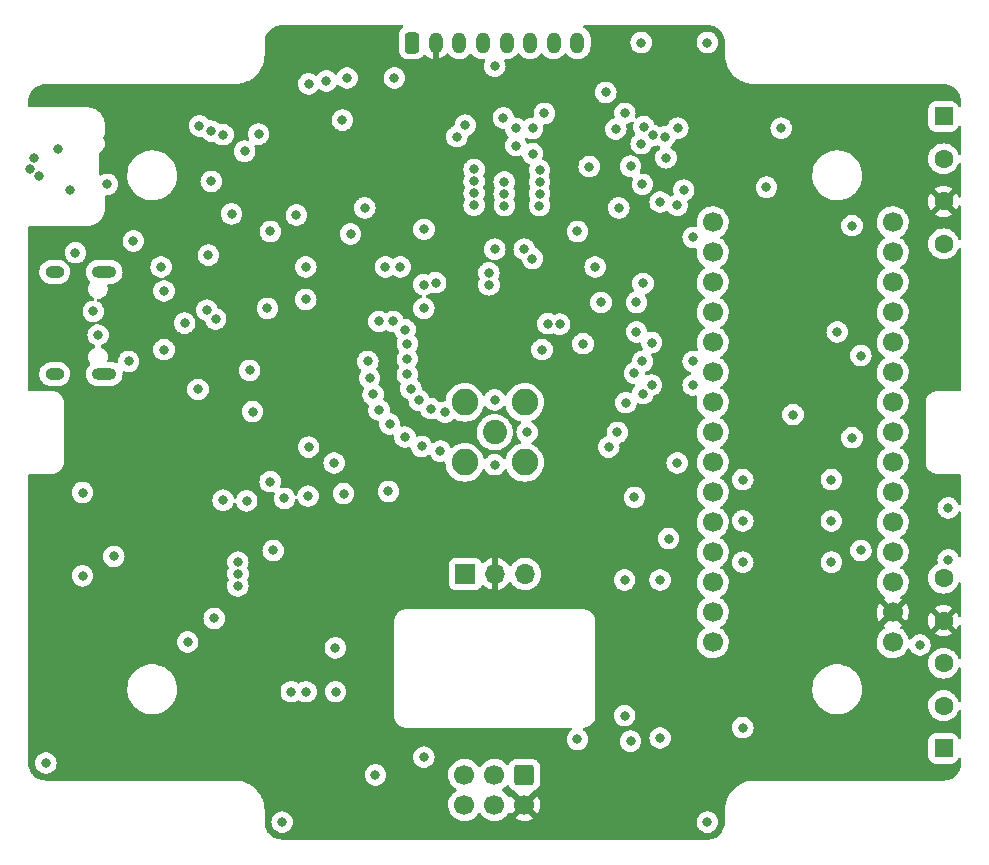
<source format=gbr>
%TF.GenerationSoftware,KiCad,Pcbnew,(5.99.0-12717-g57c7d663b0)*%
%TF.CreationDate,2021-10-22T11:26:34+02:00*%
%TF.ProjectId,Main_PCB,4d61696e-5f50-4434-922e-6b696361645f,rev?*%
%TF.SameCoordinates,Original*%
%TF.FileFunction,Copper,L2,Inr*%
%TF.FilePolarity,Positive*%
%FSLAX46Y46*%
G04 Gerber Fmt 4.6, Leading zero omitted, Abs format (unit mm)*
G04 Created by KiCad (PCBNEW (5.99.0-12717-g57c7d663b0)) date 2021-10-22 11:26:34*
%MOMM*%
%LPD*%
G01*
G04 APERTURE LIST*
G04 Aperture macros list*
%AMRoundRect*
0 Rectangle with rounded corners*
0 $1 Rounding radius*
0 $2 $3 $4 $5 $6 $7 $8 $9 X,Y pos of 4 corners*
0 Add a 4 corners polygon primitive as box body*
4,1,4,$2,$3,$4,$5,$6,$7,$8,$9,$2,$3,0*
0 Add four circle primitives for the rounded corners*
1,1,$1+$1,$2,$3*
1,1,$1+$1,$4,$5*
1,1,$1+$1,$6,$7*
1,1,$1+$1,$8,$9*
0 Add four rect primitives between the rounded corners*
20,1,$1+$1,$2,$3,$4,$5,0*
20,1,$1+$1,$4,$5,$6,$7,0*
20,1,$1+$1,$6,$7,$8,$9,0*
20,1,$1+$1,$8,$9,$2,$3,0*%
G04 Aperture macros list end*
%TA.AperFunction,ComponentPad*%
%ADD10RoundRect,0.250000X-0.550000X0.550000X-0.550000X-0.550000X0.550000X-0.550000X0.550000X0.550000X0*%
%TD*%
%TA.AperFunction,ComponentPad*%
%ADD11C,1.600000*%
%TD*%
%TA.AperFunction,ComponentPad*%
%ADD12RoundRect,0.250000X0.550000X-0.550000X0.550000X0.550000X-0.550000X0.550000X-0.550000X-0.550000X0*%
%TD*%
%TA.AperFunction,ComponentPad*%
%ADD13RoundRect,0.250000X-0.600000X0.600000X-0.600000X-0.600000X0.600000X-0.600000X0.600000X0.600000X0*%
%TD*%
%TA.AperFunction,ComponentPad*%
%ADD14C,1.700000*%
%TD*%
%TA.AperFunction,ComponentPad*%
%ADD15O,1.600000X1.000000*%
%TD*%
%TA.AperFunction,ComponentPad*%
%ADD16O,2.100000X1.000000*%
%TD*%
%TA.AperFunction,ComponentPad*%
%ADD17R,1.700000X1.700000*%
%TD*%
%TA.AperFunction,ComponentPad*%
%ADD18O,1.700000X1.700000*%
%TD*%
%TA.AperFunction,ComponentPad*%
%ADD19RoundRect,0.250000X-0.350000X-0.650000X0.350000X-0.650000X0.350000X0.650000X-0.350000X0.650000X0*%
%TD*%
%TA.AperFunction,ComponentPad*%
%ADD20O,1.200000X1.800000*%
%TD*%
%TA.AperFunction,ComponentPad*%
%ADD21C,2.050000*%
%TD*%
%TA.AperFunction,ComponentPad*%
%ADD22C,2.250000*%
%TD*%
%TA.AperFunction,ViaPad*%
%ADD23C,0.800000*%
%TD*%
G04 APERTURE END LIST*
D10*
%TO.N,VBAT*%
%TO.C,REF\u002A\u002A*%
X147000000Y-71250000D03*
D11*
%TO.N,/LED*%
X147000000Y-74850000D03*
%TO.N,VCC*%
X147000000Y-78450000D03*
%TO.N,GND*%
X147000000Y-82050000D03*
%TD*%
D12*
%TO.N,/battery*%
%TO.C,REF\u002A\u002A*%
X147000000Y-124750000D03*
D11*
%TO.N,/IC2_MoistureSensor_SCL1*%
X147000000Y-121150000D03*
%TO.N,/IC2_MoistureSensor_SDA1*%
X147000000Y-117550000D03*
%TO.N,VCC*%
X147000000Y-113950000D03*
%TO.N,GND*%
X147000000Y-110350000D03*
%TD*%
D13*
%TO.N,GND*%
%TO.C,J2*%
X111500000Y-127000000D03*
D14*
%TO.N,VCC*%
X111500000Y-129540000D03*
%TO.N,/IC2_MoistureSensor_SCL1*%
X108960000Y-127000000D03*
%TO.N,/IC2_MoistureSensor_SDA1*%
X108960000Y-129540000D03*
%TO.N,/IC2_MoistureSensor_SCL2*%
X106420000Y-127000000D03*
%TO.N,/IC2_MoistureSensor_SDA2*%
X106420000Y-129540000D03*
%TD*%
D15*
%TO.N,GND*%
%TO.C,J3*%
X71750000Y-84430000D03*
D16*
X75930000Y-84430000D03*
X75930000Y-93070000D03*
D15*
X71750000Y-93070000D03*
%TD*%
D14*
%TO.N,/D1_TX*%
%TO.C,U6*%
X127450000Y-80220000D03*
%TO.N,/D0_TX*%
X127450000Y-82760000D03*
%TO.N,/Reset*%
X127450000Y-85300000D03*
%TO.N,GND*%
X127450000Y-87840000D03*
%TO.N,/SPI_LORA_MOSI*%
X127450000Y-90380000D03*
%TO.N,/SPI_LORA_NSS*%
X127450000Y-92920000D03*
%TO.N,/IC2_MoistureSensor_SDA2*%
X127450000Y-95460000D03*
%TO.N,/IC2_MoistureSensor_SCL2*%
X127450000Y-98000000D03*
%TO.N,/TempAlert*%
X127450000Y-100540000D03*
%TO.N,unconnected-(U6-Pad10)*%
X127450000Y-103080000D03*
%TO.N,unconnected-(U6-Pad11)*%
X127450000Y-105620000D03*
%TO.N,/D9*%
X127450000Y-108160000D03*
%TO.N,/SPI_LORA_MISO*%
X127450000Y-110700000D03*
%TO.N,unconnected-(U6-Pad14)*%
X127450000Y-113240000D03*
%TO.N,/IC2_MoistureSensor_SDA1*%
X127450000Y-115780000D03*
%TO.N,/LED*%
X142690000Y-115780000D03*
%TO.N,VCC*%
X142690000Y-113240000D03*
%TO.N,unconnected-(U6-Pad18)*%
X142690000Y-110700000D03*
%TO.N,/bat_voltage*%
X142690000Y-108160000D03*
%TO.N,/LORA_DIO0*%
X142690000Y-105620000D03*
%TO.N,/LORA_DIO1*%
X142690000Y-103080000D03*
%TO.N,Lora-Reset*%
X142690000Y-100540000D03*
%TO.N,/SPI_LORA_SCK*%
X142690000Y-98000000D03*
%TO.N,unconnected-(U6-Pad24)*%
X142690000Y-95460000D03*
%TO.N,/IC2_MoistureSensor_SCL1*%
X142690000Y-92920000D03*
%TO.N,unconnected-(U6-Pad26)*%
X142690000Y-90380000D03*
%TO.N,unconnected-(U6-Pad27)*%
X142690000Y-87840000D03*
%TO.N,/Reset*%
X142690000Y-85300000D03*
%TO.N,GND*%
X142690000Y-82760000D03*
%TO.N,unconnected-(U6-Pad30)*%
X142690000Y-80220000D03*
%TD*%
D17*
%TO.N,/usb3v3*%
%TO.C,J4*%
X106500000Y-110000000D03*
D18*
%TO.N,VCC*%
X109040000Y-110000000D03*
%TO.N,/battery*%
X111580000Y-110000000D03*
%TD*%
D19*
%TO.N,GND*%
%TO.C,J5*%
X102000000Y-65000000D03*
D20*
%TO.N,VCC*%
X104000000Y-65000000D03*
%TO.N,unconnected-(J5-Pad3)*%
X106000000Y-65000000D03*
%TO.N,/LED*%
X108000000Y-65000000D03*
%TO.N,/IC2_MoistureSensor_SCL1*%
X110000000Y-65000000D03*
%TO.N,/IC2_MoistureSensor_SDA1*%
X112000000Y-65000000D03*
%TO.N,/battery*%
X114000000Y-65000000D03*
%TO.N,VBAT*%
X116000000Y-65000000D03*
%TD*%
D21*
%TO.N,Net-(J1-Pad1)*%
%TO.C,J1*%
X109000000Y-98000000D03*
D22*
%TO.N,GND*%
X106460000Y-100540000D03*
X111540000Y-95460000D03*
X106460000Y-95460000D03*
X111540000Y-100540000D03*
%TD*%
D23*
%TO.N,/IC2_MoistureSensor_SCL1*%
X70424834Y-76320189D03*
X110800000Y-72275500D03*
X110800000Y-73724500D03*
X113500000Y-88800000D03*
X86000000Y-72800000D03*
X121551000Y-94735500D03*
X123400000Y-73000000D03*
%TO.N,/IC2_MoistureSensor_SDA1*%
X114500000Y-88843738D03*
X120500000Y-124150500D03*
X112200000Y-72275500D03*
X85000000Y-72500000D03*
X123000000Y-123875500D03*
X122275500Y-94000000D03*
X124500000Y-72250000D03*
X112200000Y-74400000D03*
X69612407Y-75737981D03*
%TO.N,/LORA_DIO0*%
X83875008Y-94375008D03*
X121400000Y-73570732D03*
X123724500Y-107000000D03*
%TO.N,VCC*%
X111000000Y-91750000D03*
X127750000Y-76000000D03*
X93000000Y-88250000D03*
X76269841Y-73069841D03*
X90520000Y-119970000D03*
X106500000Y-85000000D03*
X79500000Y-113750000D03*
X79500000Y-104750000D03*
X105237701Y-71500000D03*
X116000000Y-83750000D03*
X115500000Y-70674020D03*
X99000000Y-109500000D03*
X99750000Y-79000000D03*
%TO.N,/LORA_DIO1*%
X93200000Y-103400000D03*
X89750000Y-87500000D03*
X107250000Y-75750000D03*
%TO.N,/Reset*%
X120500000Y-75469263D03*
X105800000Y-72975000D03*
X95500000Y-116250000D03*
X87825980Y-74200000D03*
X83000000Y-115750000D03*
X121551000Y-85400000D03*
%TO.N,GND*%
X138000000Y-89500000D03*
X89000000Y-72750000D03*
X101600000Y-91800000D03*
X86000000Y-103750000D03*
X121400000Y-65000000D03*
X125000000Y-77500000D03*
X90250000Y-108000000D03*
X101900000Y-94300000D03*
X121000000Y-87000000D03*
X98400000Y-93400000D03*
X72000000Y-74000000D03*
X103600000Y-96000000D03*
X101600000Y-93100000D03*
X101600000Y-90500000D03*
X73000000Y-77500000D03*
X121000000Y-89500000D03*
X134250000Y-96500000D03*
X147400000Y-108800000D03*
X92200000Y-79600000D03*
X125800000Y-81500000D03*
X119500000Y-79000000D03*
X82750000Y-88750000D03*
X71000000Y-126000000D03*
X80750000Y-84000000D03*
X78000000Y-92000000D03*
X100500000Y-68000000D03*
X127000000Y-131000000D03*
X90000000Y-81000000D03*
X88250000Y-92750000D03*
X121500000Y-92000000D03*
X117000000Y-75500000D03*
X120012299Y-70987701D03*
X102600000Y-95300000D03*
X111750000Y-98000000D03*
X99200000Y-88600000D03*
X88500000Y-96250000D03*
X100000000Y-103000000D03*
X116000000Y-124000000D03*
X98700000Y-94800000D03*
X84750000Y-83000000D03*
X127000000Y-65000000D03*
X85000000Y-76750000D03*
X99200000Y-96100000D03*
X93020000Y-119970000D03*
X104000000Y-85325980D03*
X109000000Y-95250000D03*
X133250000Y-72250000D03*
X130000000Y-109000000D03*
X98250000Y-92000000D03*
X109000000Y-100750000D03*
X106500000Y-72000000D03*
X102800000Y-99200000D03*
X74100000Y-103100000D03*
X125800000Y-92000000D03*
X104800000Y-96300000D03*
X74100000Y-110150000D03*
X125800000Y-94000000D03*
X95520000Y-119970000D03*
X95400000Y-100600000D03*
X137500000Y-102000000D03*
X96098774Y-71565699D03*
X130000000Y-102000000D03*
X109000000Y-67000000D03*
X100100000Y-97300000D03*
X147400000Y-104400000D03*
X96500000Y-68000000D03*
X137500000Y-105500000D03*
X112192851Y-83307149D03*
X104400000Y-99600000D03*
X120000000Y-110500000D03*
X123501605Y-74759375D03*
X101400000Y-89300000D03*
X116000000Y-81000000D03*
X93250000Y-99250000D03*
X101400000Y-98400000D03*
X91000000Y-131000000D03*
X85250000Y-113750000D03*
X137500000Y-109000000D03*
X100400000Y-88600000D03*
X93000000Y-86750000D03*
X118000000Y-87000000D03*
X76200000Y-77000000D03*
X93250000Y-68500000D03*
X91770000Y-119970000D03*
X98000000Y-79000000D03*
X130000000Y-105500000D03*
X120000000Y-122000000D03*
X103000000Y-125500000D03*
%TO.N,/SPI_LORA_NSS*%
X120826500Y-93000000D03*
X120826500Y-103500497D03*
X96200000Y-103200000D03*
%TO.N,Lora-Reset*%
X99737788Y-83999989D03*
X108512299Y-85512299D03*
X118653000Y-99250000D03*
%TO.N,/SPI_LORA_MOSI*%
X112800000Y-76800497D03*
X121500000Y-77000000D03*
X107250000Y-76750497D03*
X109800000Y-76800000D03*
X89987701Y-102187701D03*
X122275500Y-90400000D03*
%TO.N,/SPI_LORA_MISO*%
X107250000Y-77750000D03*
X123000000Y-110500000D03*
X109800000Y-77800000D03*
X88000000Y-103800000D03*
X123000000Y-78500000D03*
X112800000Y-77800000D03*
%TO.N,/SPI_LORA_SCK*%
X107250000Y-78774599D03*
X91200000Y-103600000D03*
X139250000Y-80500000D03*
X109812299Y-78800000D03*
X139250000Y-98450011D03*
X112787452Y-78812051D03*
%TO.N,/D0_TX*%
X108500000Y-84500000D03*
X117500000Y-84000000D03*
X103000000Y-85500000D03*
%TO.N,/D1_TX*%
X109000000Y-82500000D03*
X111500000Y-82500000D03*
X101000000Y-84000000D03*
%TO.N,VBAT*%
X118400000Y-69225009D03*
X86724500Y-79500000D03*
%TO.N,/IC2_MoistureSensor_SCL2*%
X119377500Y-98000000D03*
X98900000Y-127000000D03*
%TO.N,/IC2_MoistureSensor_SDA2*%
X120102000Y-95500000D03*
%TO.N,/SWDIO*%
X87250000Y-111000000D03*
X119250000Y-72325499D03*
%TO.N,/SWCLK*%
X87262299Y-109987701D03*
X113200000Y-71000000D03*
%TO.N,/SWO*%
X87249854Y-108988276D03*
X109727141Y-71376460D03*
%TO.N,/TempAlert*%
X84000000Y-72050491D03*
X69988190Y-74811810D03*
X112800000Y-75800000D03*
X124449000Y-78775500D03*
X124449000Y-100600000D03*
%TO.N,+5V*%
X81000000Y-91000000D03*
X81000000Y-86037500D03*
%TO.N,Net-(J3-PadB5)*%
X75416609Y-89764620D03*
X73500000Y-82800000D03*
%TO.N,Net-(J3-PadA5)*%
X75010867Y-87760867D03*
X78400000Y-81800000D03*
%TO.N,USB+*%
X85371232Y-88395732D03*
X121628768Y-72128768D03*
%TO.N,USB-*%
X84628768Y-87653268D03*
X122371232Y-72871232D03*
%TO.N,/battery*%
X132000000Y-77250000D03*
X130000000Y-123000000D03*
%TO.N,/usb3v3*%
X93000000Y-84000000D03*
%TO.N,/boot0*%
X94750000Y-68252909D03*
X76750000Y-108500000D03*
%TO.N,/bat_voltage*%
X103000000Y-87500000D03*
X116476020Y-90500000D03*
X113000000Y-91000000D03*
X140000000Y-108000000D03*
X103009124Y-80809124D03*
X96800000Y-81202429D03*
X140000000Y-91500000D03*
%TO.N,/LED*%
X145000000Y-116000000D03*
%TD*%
%TA.AperFunction,Conductor*%
%TO.N,VCC*%
G36*
X101194241Y-63528002D02*
G01*
X101240734Y-63581658D01*
X101250838Y-63651932D01*
X101221344Y-63716512D01*
X101192425Y-63741143D01*
X101175652Y-63751522D01*
X101050695Y-63876697D01*
X101046855Y-63882927D01*
X101046854Y-63882928D01*
X100982005Y-63988133D01*
X100957885Y-64027262D01*
X100955581Y-64034209D01*
X100923409Y-64131206D01*
X100902203Y-64195139D01*
X100891500Y-64299600D01*
X100891500Y-65700400D01*
X100891837Y-65703646D01*
X100891837Y-65703650D01*
X100900913Y-65791118D01*
X100902474Y-65806166D01*
X100904655Y-65812702D01*
X100904655Y-65812704D01*
X100937603Y-65911460D01*
X100958450Y-65973946D01*
X101051522Y-66124348D01*
X101176697Y-66249305D01*
X101182927Y-66253145D01*
X101182928Y-66253146D01*
X101320090Y-66337694D01*
X101327262Y-66342115D01*
X101363942Y-66354281D01*
X101488611Y-66395632D01*
X101488613Y-66395632D01*
X101495139Y-66397797D01*
X101501975Y-66398497D01*
X101501978Y-66398498D01*
X101540386Y-66402433D01*
X101599600Y-66408500D01*
X102400400Y-66408500D01*
X102403646Y-66408163D01*
X102403650Y-66408163D01*
X102499308Y-66398238D01*
X102499312Y-66398237D01*
X102506166Y-66397526D01*
X102512702Y-66395345D01*
X102512704Y-66395345D01*
X102659637Y-66346324D01*
X102673946Y-66341550D01*
X102824348Y-66248478D01*
X102949305Y-66123303D01*
X102968909Y-66091500D01*
X102981355Y-66071310D01*
X103034127Y-66023817D01*
X103104199Y-66012395D01*
X103169323Y-66040669D01*
X103187702Y-66059597D01*
X103190262Y-66062856D01*
X103198499Y-66071506D01*
X103349123Y-66202212D01*
X103358847Y-66209147D01*
X103531467Y-66309010D01*
X103542331Y-66313984D01*
X103730727Y-66379407D01*
X103731716Y-66379648D01*
X103742008Y-66378180D01*
X103746000Y-66364615D01*
X103746000Y-64872000D01*
X103766002Y-64803879D01*
X103819658Y-64757386D01*
X103872000Y-64746000D01*
X104128000Y-64746000D01*
X104196121Y-64766002D01*
X104242614Y-64819658D01*
X104254000Y-64872000D01*
X104254000Y-66360402D01*
X104257973Y-66373933D01*
X104267399Y-66375288D01*
X104356537Y-66353806D01*
X104367832Y-66349917D01*
X104549382Y-66267371D01*
X104559724Y-66261424D01*
X104722397Y-66146032D01*
X104731425Y-66138239D01*
X104869342Y-65994169D01*
X104876741Y-65984800D01*
X104894418Y-65957423D01*
X104948172Y-65911045D01*
X105018468Y-65901091D01*
X105082985Y-65930722D01*
X105099356Y-65947937D01*
X105193604Y-66067920D01*
X105198135Y-66071852D01*
X105198138Y-66071855D01*
X105283620Y-66146032D01*
X105353363Y-66206552D01*
X105358549Y-66209552D01*
X105358553Y-66209555D01*
X105513272Y-66299062D01*
X105536454Y-66312473D01*
X105736271Y-66381861D01*
X105742206Y-66382722D01*
X105742208Y-66382722D01*
X105939664Y-66411352D01*
X105939667Y-66411352D01*
X105945604Y-66412213D01*
X106156899Y-66402433D01*
X106288077Y-66370819D01*
X106356701Y-66354281D01*
X106356703Y-66354280D01*
X106362534Y-66352875D01*
X106367992Y-66350393D01*
X106367996Y-66350392D01*
X106483041Y-66298084D01*
X106555087Y-66265326D01*
X106727611Y-66142946D01*
X106857473Y-66007290D01*
X106869736Y-65994480D01*
X106873881Y-65990150D01*
X106885124Y-65972738D01*
X106894746Y-65957837D01*
X106948501Y-65911460D01*
X107018797Y-65901507D01*
X107083314Y-65931139D01*
X107099681Y-65948351D01*
X107193604Y-66067920D01*
X107198135Y-66071852D01*
X107198138Y-66071855D01*
X107283620Y-66146032D01*
X107353363Y-66206552D01*
X107358549Y-66209552D01*
X107358553Y-66209555D01*
X107513272Y-66299062D01*
X107536454Y-66312473D01*
X107736271Y-66381861D01*
X107742206Y-66382722D01*
X107742208Y-66382722D01*
X107939664Y-66411352D01*
X107939667Y-66411352D01*
X107945604Y-66412213D01*
X108025823Y-66408500D01*
X108069643Y-66406472D01*
X108138616Y-66423303D01*
X108187540Y-66474752D01*
X108200882Y-66544483D01*
X108184588Y-66595336D01*
X108165473Y-66628444D01*
X108106458Y-66810072D01*
X108105768Y-66816633D01*
X108105768Y-66816635D01*
X108088908Y-66977053D01*
X108086496Y-67000000D01*
X108106458Y-67189928D01*
X108165473Y-67371556D01*
X108168776Y-67377278D01*
X108168777Y-67377279D01*
X108197663Y-67427311D01*
X108260960Y-67536944D01*
X108265378Y-67541851D01*
X108265379Y-67541852D01*
X108363380Y-67650693D01*
X108388747Y-67678866D01*
X108543248Y-67791118D01*
X108549276Y-67793802D01*
X108549278Y-67793803D01*
X108711681Y-67866109D01*
X108717712Y-67868794D01*
X108811112Y-67888647D01*
X108898056Y-67907128D01*
X108898061Y-67907128D01*
X108904513Y-67908500D01*
X109095487Y-67908500D01*
X109101939Y-67907128D01*
X109101944Y-67907128D01*
X109188888Y-67888647D01*
X109282288Y-67868794D01*
X109288319Y-67866109D01*
X109450722Y-67793803D01*
X109450724Y-67793802D01*
X109456752Y-67791118D01*
X109611253Y-67678866D01*
X109636620Y-67650693D01*
X109734621Y-67541852D01*
X109734622Y-67541851D01*
X109739040Y-67536944D01*
X109802337Y-67427311D01*
X109831223Y-67377279D01*
X109831224Y-67377278D01*
X109834527Y-67371556D01*
X109893542Y-67189928D01*
X109913504Y-67000000D01*
X109911092Y-66977053D01*
X109894232Y-66816635D01*
X109894232Y-66816633D01*
X109893542Y-66810072D01*
X109834527Y-66628444D01*
X109820954Y-66604934D01*
X109818020Y-66599853D01*
X109801282Y-66530858D01*
X109824502Y-66463766D01*
X109880310Y-66419879D01*
X109933556Y-66413557D01*
X109933678Y-66411059D01*
X109939662Y-66411351D01*
X109945604Y-66412213D01*
X110156899Y-66402433D01*
X110288077Y-66370819D01*
X110356701Y-66354281D01*
X110356703Y-66354280D01*
X110362534Y-66352875D01*
X110367992Y-66350393D01*
X110367996Y-66350392D01*
X110483041Y-66298084D01*
X110555087Y-66265326D01*
X110727611Y-66142946D01*
X110857473Y-66007290D01*
X110869736Y-65994480D01*
X110873881Y-65990150D01*
X110885124Y-65972738D01*
X110894746Y-65957837D01*
X110948501Y-65911460D01*
X111018797Y-65901507D01*
X111083314Y-65931139D01*
X111099681Y-65948351D01*
X111193604Y-66067920D01*
X111198135Y-66071852D01*
X111198138Y-66071855D01*
X111283620Y-66146032D01*
X111353363Y-66206552D01*
X111358549Y-66209552D01*
X111358553Y-66209555D01*
X111513272Y-66299062D01*
X111536454Y-66312473D01*
X111736271Y-66381861D01*
X111742206Y-66382722D01*
X111742208Y-66382722D01*
X111939664Y-66411352D01*
X111939667Y-66411352D01*
X111945604Y-66412213D01*
X112156899Y-66402433D01*
X112288077Y-66370819D01*
X112356701Y-66354281D01*
X112356703Y-66354280D01*
X112362534Y-66352875D01*
X112367992Y-66350393D01*
X112367996Y-66350392D01*
X112483041Y-66298084D01*
X112555087Y-66265326D01*
X112727611Y-66142946D01*
X112857473Y-66007290D01*
X112869736Y-65994480D01*
X112873881Y-65990150D01*
X112885124Y-65972738D01*
X112894746Y-65957837D01*
X112948501Y-65911460D01*
X113018797Y-65901507D01*
X113083314Y-65931139D01*
X113099681Y-65948351D01*
X113193604Y-66067920D01*
X113198135Y-66071852D01*
X113198138Y-66071855D01*
X113283620Y-66146032D01*
X113353363Y-66206552D01*
X113358549Y-66209552D01*
X113358553Y-66209555D01*
X113513272Y-66299062D01*
X113536454Y-66312473D01*
X113736271Y-66381861D01*
X113742206Y-66382722D01*
X113742208Y-66382722D01*
X113939664Y-66411352D01*
X113939667Y-66411352D01*
X113945604Y-66412213D01*
X114156899Y-66402433D01*
X114288077Y-66370819D01*
X114356701Y-66354281D01*
X114356703Y-66354280D01*
X114362534Y-66352875D01*
X114367992Y-66350393D01*
X114367996Y-66350392D01*
X114483041Y-66298084D01*
X114555087Y-66265326D01*
X114727611Y-66142946D01*
X114857473Y-66007290D01*
X114869736Y-65994480D01*
X114873881Y-65990150D01*
X114885124Y-65972738D01*
X114894746Y-65957837D01*
X114948501Y-65911460D01*
X115018797Y-65901507D01*
X115083314Y-65931139D01*
X115099681Y-65948351D01*
X115193604Y-66067920D01*
X115198135Y-66071852D01*
X115198138Y-66071855D01*
X115283620Y-66146032D01*
X115353363Y-66206552D01*
X115358549Y-66209552D01*
X115358553Y-66209555D01*
X115513272Y-66299062D01*
X115536454Y-66312473D01*
X115736271Y-66381861D01*
X115742206Y-66382722D01*
X115742208Y-66382722D01*
X115939664Y-66411352D01*
X115939667Y-66411352D01*
X115945604Y-66412213D01*
X116156899Y-66402433D01*
X116288077Y-66370819D01*
X116356701Y-66354281D01*
X116356703Y-66354280D01*
X116362534Y-66352875D01*
X116367992Y-66350393D01*
X116367996Y-66350392D01*
X116483041Y-66298084D01*
X116555087Y-66265326D01*
X116727611Y-66142946D01*
X116857473Y-66007290D01*
X116869736Y-65994480D01*
X116873881Y-65990150D01*
X116988620Y-65812452D01*
X117040892Y-65682749D01*
X117065442Y-65621832D01*
X117065443Y-65621829D01*
X117067686Y-65616263D01*
X117108228Y-65408663D01*
X117108500Y-65403101D01*
X117108500Y-65000000D01*
X120486496Y-65000000D01*
X120487186Y-65006565D01*
X120491681Y-65049328D01*
X120506458Y-65189928D01*
X120565473Y-65371556D01*
X120568776Y-65377278D01*
X120568777Y-65377279D01*
X120586897Y-65408663D01*
X120660960Y-65536944D01*
X120788747Y-65678866D01*
X120943248Y-65791118D01*
X120949276Y-65793802D01*
X120949278Y-65793803D01*
X121111681Y-65866109D01*
X121117712Y-65868794D01*
X121211112Y-65888647D01*
X121298056Y-65907128D01*
X121298061Y-65907128D01*
X121304513Y-65908500D01*
X121495487Y-65908500D01*
X121501939Y-65907128D01*
X121501944Y-65907128D01*
X121588888Y-65888647D01*
X121682288Y-65868794D01*
X121688319Y-65866109D01*
X121850722Y-65793803D01*
X121850724Y-65793802D01*
X121856752Y-65791118D01*
X122011253Y-65678866D01*
X122139040Y-65536944D01*
X122213103Y-65408663D01*
X122231223Y-65377279D01*
X122231224Y-65377278D01*
X122234527Y-65371556D01*
X122293542Y-65189928D01*
X122308320Y-65049328D01*
X122312814Y-65006565D01*
X122313504Y-65000000D01*
X126086496Y-65000000D01*
X126087186Y-65006565D01*
X126091681Y-65049328D01*
X126106458Y-65189928D01*
X126165473Y-65371556D01*
X126168776Y-65377278D01*
X126168777Y-65377279D01*
X126186897Y-65408663D01*
X126260960Y-65536944D01*
X126388747Y-65678866D01*
X126543248Y-65791118D01*
X126549276Y-65793802D01*
X126549278Y-65793803D01*
X126711681Y-65866109D01*
X126717712Y-65868794D01*
X126811112Y-65888647D01*
X126898056Y-65907128D01*
X126898061Y-65907128D01*
X126904513Y-65908500D01*
X127095487Y-65908500D01*
X127101939Y-65907128D01*
X127101944Y-65907128D01*
X127188888Y-65888647D01*
X127282288Y-65868794D01*
X127288319Y-65866109D01*
X127450722Y-65793803D01*
X127450724Y-65793802D01*
X127456752Y-65791118D01*
X127611253Y-65678866D01*
X127739040Y-65536944D01*
X127813103Y-65408663D01*
X127831223Y-65377279D01*
X127831224Y-65377278D01*
X127834527Y-65371556D01*
X127893542Y-65189928D01*
X127908320Y-65049328D01*
X127912814Y-65006565D01*
X127913504Y-65000000D01*
X127893542Y-64810072D01*
X127834527Y-64628444D01*
X127816315Y-64596899D01*
X127754269Y-64489434D01*
X127739040Y-64463056D01*
X127672038Y-64388642D01*
X127615675Y-64326045D01*
X127615674Y-64326044D01*
X127611253Y-64321134D01*
X127456752Y-64208882D01*
X127450724Y-64206198D01*
X127450722Y-64206197D01*
X127288319Y-64133891D01*
X127288318Y-64133891D01*
X127282288Y-64131206D01*
X127177935Y-64109025D01*
X127101944Y-64092872D01*
X127101939Y-64092872D01*
X127095487Y-64091500D01*
X126904513Y-64091500D01*
X126898061Y-64092872D01*
X126898056Y-64092872D01*
X126822065Y-64109025D01*
X126717712Y-64131206D01*
X126711682Y-64133891D01*
X126711681Y-64133891D01*
X126549278Y-64206197D01*
X126549276Y-64206198D01*
X126543248Y-64208882D01*
X126388747Y-64321134D01*
X126384326Y-64326044D01*
X126384325Y-64326045D01*
X126327963Y-64388642D01*
X126260960Y-64463056D01*
X126245731Y-64489434D01*
X126183686Y-64596899D01*
X126165473Y-64628444D01*
X126106458Y-64810072D01*
X126086496Y-65000000D01*
X122313504Y-65000000D01*
X122293542Y-64810072D01*
X122234527Y-64628444D01*
X122216315Y-64596899D01*
X122154269Y-64489434D01*
X122139040Y-64463056D01*
X122072038Y-64388642D01*
X122015675Y-64326045D01*
X122015674Y-64326044D01*
X122011253Y-64321134D01*
X121856752Y-64208882D01*
X121850724Y-64206198D01*
X121850722Y-64206197D01*
X121688319Y-64133891D01*
X121688318Y-64133891D01*
X121682288Y-64131206D01*
X121577935Y-64109025D01*
X121501944Y-64092872D01*
X121501939Y-64092872D01*
X121495487Y-64091500D01*
X121304513Y-64091500D01*
X121298061Y-64092872D01*
X121298056Y-64092872D01*
X121222065Y-64109025D01*
X121117712Y-64131206D01*
X121111682Y-64133891D01*
X121111681Y-64133891D01*
X120949278Y-64206197D01*
X120949276Y-64206198D01*
X120943248Y-64208882D01*
X120788747Y-64321134D01*
X120784326Y-64326044D01*
X120784325Y-64326045D01*
X120727963Y-64388642D01*
X120660960Y-64463056D01*
X120645731Y-64489434D01*
X120583686Y-64596899D01*
X120565473Y-64628444D01*
X120506458Y-64810072D01*
X120486496Y-65000000D01*
X117108500Y-65000000D01*
X117108500Y-64647154D01*
X117093452Y-64489434D01*
X117033908Y-64286466D01*
X116998905Y-64218503D01*
X116939804Y-64103751D01*
X116939802Y-64103748D01*
X116937058Y-64098420D01*
X116806396Y-63932080D01*
X116801865Y-63928148D01*
X116801862Y-63928145D01*
X116651167Y-63797379D01*
X116646637Y-63793448D01*
X116641451Y-63790448D01*
X116641447Y-63790445D01*
X116559545Y-63743064D01*
X116510596Y-63691639D01*
X116497221Y-63621913D01*
X116523665Y-63556026D01*
X116581533Y-63514894D01*
X116622640Y-63508000D01*
X126950672Y-63508000D01*
X126970056Y-63509500D01*
X126972284Y-63509847D01*
X126984859Y-63511805D01*
X126984861Y-63511805D01*
X126993730Y-63513186D01*
X127002632Y-63512022D01*
X127002634Y-63512022D01*
X127008959Y-63511195D01*
X127034282Y-63510452D01*
X127198126Y-63522170D01*
X127203343Y-63522543D01*
X127221137Y-63525101D01*
X127411540Y-63566521D01*
X127428788Y-63571586D01*
X127611358Y-63639682D01*
X127627710Y-63647149D01*
X127636470Y-63651932D01*
X127798734Y-63740534D01*
X127813848Y-63750248D01*
X127877355Y-63797788D01*
X127969842Y-63867023D01*
X127983428Y-63878796D01*
X128121204Y-64016572D01*
X128132977Y-64030158D01*
X128249752Y-64186152D01*
X128259466Y-64201266D01*
X128265744Y-64212763D01*
X128352851Y-64372290D01*
X128360318Y-64388642D01*
X128428414Y-64571212D01*
X128433479Y-64588460D01*
X128443545Y-64634729D01*
X128474899Y-64778863D01*
X128477457Y-64796658D01*
X128489041Y-64958629D01*
X128488297Y-64976533D01*
X128488195Y-64984858D01*
X128486814Y-64993730D01*
X128487978Y-65002632D01*
X128487978Y-65002635D01*
X128490936Y-65025251D01*
X128492000Y-65041589D01*
X128492000Y-65946793D01*
X128490254Y-65967697D01*
X128486929Y-65987461D01*
X128486776Y-66000000D01*
X128487466Y-66004815D01*
X128487627Y-66007290D01*
X128488195Y-66012885D01*
X128505505Y-66299061D01*
X128505735Y-66302858D01*
X128560427Y-66601301D01*
X128650693Y-66890975D01*
X128652255Y-66894445D01*
X128652257Y-66894451D01*
X128696806Y-66993435D01*
X128775217Y-67167656D01*
X128777186Y-67170913D01*
X128777188Y-67170917D01*
X128882068Y-67344409D01*
X128932184Y-67427311D01*
X128934525Y-67430299D01*
X128934527Y-67430302D01*
X128981345Y-67490060D01*
X129119304Y-67666152D01*
X129333848Y-67880696D01*
X129572689Y-68067816D01*
X129575943Y-68069783D01*
X129829083Y-68222812D01*
X129829087Y-68222814D01*
X129832344Y-68224783D01*
X129970684Y-68287045D01*
X130105549Y-68347743D01*
X130105555Y-68347745D01*
X130109025Y-68349307D01*
X130398699Y-68439573D01*
X130697142Y-68494265D01*
X130700933Y-68494494D01*
X130700939Y-68494495D01*
X130878995Y-68505264D01*
X130969213Y-68510721D01*
X130982517Y-68512239D01*
X130987461Y-68513071D01*
X130993938Y-68513150D01*
X130995141Y-68513165D01*
X130995145Y-68513165D01*
X131000000Y-68513224D01*
X131027588Y-68509273D01*
X131045451Y-68508000D01*
X146950672Y-68508000D01*
X146970056Y-68509500D01*
X146971637Y-68509746D01*
X146984859Y-68511805D01*
X146984861Y-68511805D01*
X146993730Y-68513186D01*
X147002632Y-68512022D01*
X147002634Y-68512022D01*
X147008959Y-68511195D01*
X147034282Y-68510452D01*
X147198126Y-68522170D01*
X147203343Y-68522543D01*
X147221137Y-68525101D01*
X147411540Y-68566521D01*
X147428788Y-68571586D01*
X147611358Y-68639682D01*
X147627710Y-68647149D01*
X147676802Y-68673955D01*
X147798734Y-68740534D01*
X147813848Y-68750248D01*
X147873311Y-68794761D01*
X147969842Y-68867023D01*
X147983428Y-68878796D01*
X148121204Y-69016572D01*
X148132977Y-69030158D01*
X148136662Y-69035081D01*
X148249752Y-69186152D01*
X148259466Y-69201266D01*
X148317190Y-69306980D01*
X148352851Y-69372290D01*
X148360318Y-69388642D01*
X148428414Y-69571212D01*
X148433480Y-69588462D01*
X148474899Y-69778863D01*
X148477457Y-69796658D01*
X148489041Y-69958629D01*
X148488297Y-69976533D01*
X148488195Y-69984858D01*
X148486814Y-69993730D01*
X148487978Y-70002632D01*
X148487978Y-70002635D01*
X148490936Y-70025251D01*
X148492000Y-70041589D01*
X148492000Y-70350943D01*
X148471998Y-70419064D01*
X148418342Y-70465557D01*
X148348068Y-70475661D01*
X148283488Y-70446167D01*
X148246476Y-70390819D01*
X148243868Y-70383002D01*
X148241550Y-70376054D01*
X148148478Y-70225652D01*
X148023303Y-70100695D01*
X148008386Y-70091500D01*
X147878968Y-70011725D01*
X147878966Y-70011724D01*
X147872738Y-70007885D01*
X147712254Y-69954655D01*
X147711389Y-69954368D01*
X147711387Y-69954368D01*
X147704861Y-69952203D01*
X147698025Y-69951503D01*
X147698022Y-69951502D01*
X147654969Y-69947091D01*
X147600400Y-69941500D01*
X146399600Y-69941500D01*
X146396354Y-69941837D01*
X146396350Y-69941837D01*
X146300692Y-69951762D01*
X146300688Y-69951763D01*
X146293834Y-69952474D01*
X146287298Y-69954655D01*
X146287296Y-69954655D01*
X146178235Y-69991041D01*
X146126054Y-70008450D01*
X145975652Y-70101522D01*
X145850695Y-70226697D01*
X145757885Y-70377262D01*
X145744020Y-70419064D01*
X145713742Y-70510351D01*
X145702203Y-70545139D01*
X145691500Y-70649600D01*
X145691500Y-71850400D01*
X145691837Y-71853646D01*
X145691837Y-71853650D01*
X145701650Y-71948220D01*
X145702474Y-71956166D01*
X145704655Y-71962702D01*
X145704655Y-71962704D01*
X145741598Y-72073434D01*
X145758450Y-72123946D01*
X145851522Y-72274348D01*
X145856704Y-72279521D01*
X145869456Y-72292251D01*
X145976697Y-72399305D01*
X145982927Y-72403145D01*
X145982928Y-72403146D01*
X146120090Y-72487694D01*
X146127262Y-72492115D01*
X146152012Y-72500324D01*
X146288611Y-72545632D01*
X146288613Y-72545632D01*
X146295139Y-72547797D01*
X146301975Y-72548497D01*
X146301978Y-72548498D01*
X146345031Y-72552909D01*
X146399600Y-72558500D01*
X147600400Y-72558500D01*
X147603646Y-72558163D01*
X147603650Y-72558163D01*
X147699308Y-72548238D01*
X147699312Y-72548237D01*
X147706166Y-72547526D01*
X147712702Y-72545345D01*
X147712704Y-72545345D01*
X147847647Y-72500324D01*
X147873946Y-72491550D01*
X148024348Y-72398478D01*
X148149305Y-72273303D01*
X148153146Y-72267072D01*
X148238275Y-72128968D01*
X148238276Y-72128966D01*
X148242115Y-72122738D01*
X148246407Y-72109798D01*
X148286838Y-72051438D01*
X148352402Y-72024201D01*
X148422283Y-72036734D01*
X148474295Y-72085059D01*
X148492000Y-72149465D01*
X148492000Y-74405500D01*
X148471998Y-74473621D01*
X148418342Y-74520114D01*
X148348068Y-74530218D01*
X148283488Y-74500724D01*
X148244293Y-74438111D01*
X148235707Y-74406067D01*
X148235706Y-74406065D01*
X148234284Y-74400757D01*
X148230870Y-74393435D01*
X148139849Y-74198238D01*
X148139846Y-74198233D01*
X148137523Y-74193251D01*
X148028512Y-74037567D01*
X148009357Y-74010211D01*
X148009355Y-74010208D01*
X148006198Y-74005700D01*
X147844300Y-73843802D01*
X147839792Y-73840645D01*
X147839789Y-73840643D01*
X147750839Y-73778360D01*
X147656749Y-73712477D01*
X147651767Y-73710154D01*
X147651762Y-73710151D01*
X147454225Y-73618039D01*
X147454224Y-73618039D01*
X147449243Y-73615716D01*
X147443935Y-73614294D01*
X147443933Y-73614293D01*
X147233402Y-73557881D01*
X147233400Y-73557881D01*
X147228087Y-73556457D01*
X147000000Y-73536502D01*
X146771913Y-73556457D01*
X146766600Y-73557881D01*
X146766598Y-73557881D01*
X146556067Y-73614293D01*
X146556065Y-73614294D01*
X146550757Y-73615716D01*
X146545776Y-73618039D01*
X146545775Y-73618039D01*
X146348238Y-73710151D01*
X146348233Y-73710154D01*
X146343251Y-73712477D01*
X146249161Y-73778360D01*
X146160211Y-73840643D01*
X146160208Y-73840645D01*
X146155700Y-73843802D01*
X145993802Y-74005700D01*
X145990645Y-74010208D01*
X145990643Y-74010211D01*
X145971488Y-74037567D01*
X145862477Y-74193251D01*
X145860154Y-74198233D01*
X145860151Y-74198238D01*
X145769130Y-74393435D01*
X145765716Y-74400757D01*
X145764294Y-74406065D01*
X145764293Y-74406067D01*
X145712203Y-74600469D01*
X145706457Y-74621913D01*
X145686502Y-74850000D01*
X145706457Y-75078087D01*
X145707881Y-75083400D01*
X145707881Y-75083402D01*
X145760382Y-75279335D01*
X145765716Y-75299243D01*
X145768039Y-75304224D01*
X145768039Y-75304225D01*
X145860151Y-75501762D01*
X145860154Y-75501767D01*
X145862477Y-75506749D01*
X145904410Y-75566635D01*
X145987889Y-75685855D01*
X145993802Y-75694300D01*
X146155700Y-75856198D01*
X146160208Y-75859355D01*
X146160211Y-75859357D01*
X146206116Y-75891500D01*
X146343251Y-75987523D01*
X146348233Y-75989846D01*
X146348238Y-75989849D01*
X146523337Y-76071498D01*
X146550757Y-76084284D01*
X146556065Y-76085706D01*
X146556067Y-76085707D01*
X146766598Y-76142119D01*
X146766600Y-76142119D01*
X146771913Y-76143543D01*
X147000000Y-76163498D01*
X147228087Y-76143543D01*
X147233400Y-76142119D01*
X147233402Y-76142119D01*
X147443933Y-76085707D01*
X147443935Y-76085706D01*
X147449243Y-76084284D01*
X147476663Y-76071498D01*
X147651762Y-75989849D01*
X147651767Y-75989846D01*
X147656749Y-75987523D01*
X147793884Y-75891500D01*
X147839789Y-75859357D01*
X147839792Y-75859355D01*
X147844300Y-75856198D01*
X148006198Y-75694300D01*
X148012112Y-75685855D01*
X148095590Y-75566635D01*
X148137523Y-75506749D01*
X148139846Y-75501767D01*
X148139849Y-75501762D01*
X148231961Y-75304225D01*
X148231961Y-75304224D01*
X148234284Y-75299243D01*
X148244293Y-75261889D01*
X148281245Y-75201266D01*
X148345105Y-75170245D01*
X148415600Y-75178673D01*
X148470347Y-75223876D01*
X148492000Y-75294500D01*
X148492000Y-78007430D01*
X148471998Y-78075551D01*
X148418342Y-78122044D01*
X148348068Y-78132148D01*
X148283488Y-78102654D01*
X148244293Y-78040041D01*
X148235236Y-78006239D01*
X148231490Y-77995947D01*
X148139414Y-77798489D01*
X148133931Y-77788994D01*
X148097491Y-77736952D01*
X148087012Y-77728576D01*
X148073566Y-77735644D01*
X147372022Y-78437188D01*
X147364408Y-78451132D01*
X147364539Y-78452965D01*
X147368790Y-78459580D01*
X148074287Y-79165077D01*
X148086062Y-79171507D01*
X148098077Y-79162211D01*
X148133931Y-79111006D01*
X148139414Y-79101511D01*
X148231490Y-78904053D01*
X148235236Y-78893761D01*
X148244293Y-78859959D01*
X148281245Y-78799336D01*
X148345105Y-78768315D01*
X148415600Y-78776743D01*
X148470347Y-78821946D01*
X148492000Y-78892570D01*
X148492000Y-81605500D01*
X148471998Y-81673621D01*
X148418342Y-81720114D01*
X148348068Y-81730218D01*
X148283488Y-81700724D01*
X148244293Y-81638111D01*
X148235707Y-81606067D01*
X148235706Y-81606065D01*
X148234284Y-81600757D01*
X148230607Y-81592872D01*
X148139849Y-81398238D01*
X148139846Y-81398233D01*
X148137523Y-81393251D01*
X148006198Y-81205700D01*
X147844300Y-81043802D01*
X147839792Y-81040645D01*
X147839789Y-81040643D01*
X147687331Y-80933891D01*
X147656749Y-80912477D01*
X147651767Y-80910154D01*
X147651762Y-80910151D01*
X147454225Y-80818039D01*
X147454224Y-80818039D01*
X147449243Y-80815716D01*
X147443935Y-80814294D01*
X147443933Y-80814293D01*
X147233402Y-80757881D01*
X147233400Y-80757881D01*
X147228087Y-80756457D01*
X147000000Y-80736502D01*
X146771913Y-80756457D01*
X146766600Y-80757881D01*
X146766598Y-80757881D01*
X146556067Y-80814293D01*
X146556065Y-80814294D01*
X146550757Y-80815716D01*
X146545776Y-80818039D01*
X146545775Y-80818039D01*
X146348238Y-80910151D01*
X146348233Y-80910154D01*
X146343251Y-80912477D01*
X146312669Y-80933891D01*
X146160211Y-81040643D01*
X146160208Y-81040645D01*
X146155700Y-81043802D01*
X145993802Y-81205700D01*
X145862477Y-81393251D01*
X145860154Y-81398233D01*
X145860151Y-81398238D01*
X145769393Y-81592872D01*
X145765716Y-81600757D01*
X145764294Y-81606065D01*
X145764293Y-81606067D01*
X145707881Y-81816598D01*
X145706457Y-81821913D01*
X145686502Y-82050000D01*
X145706457Y-82278087D01*
X145707881Y-82283400D01*
X145707881Y-82283402D01*
X145756020Y-82463056D01*
X145765716Y-82499243D01*
X145768039Y-82504224D01*
X145768039Y-82504225D01*
X145860151Y-82701762D01*
X145860154Y-82701767D01*
X145862477Y-82706749D01*
X145910913Y-82775923D01*
X145981884Y-82877279D01*
X145993802Y-82894300D01*
X146155700Y-83056198D01*
X146160208Y-83059355D01*
X146160211Y-83059357D01*
X146206116Y-83091500D01*
X146343251Y-83187523D01*
X146348233Y-83189846D01*
X146348238Y-83189849D01*
X146491939Y-83256857D01*
X146550757Y-83284284D01*
X146556065Y-83285706D01*
X146556067Y-83285707D01*
X146766598Y-83342119D01*
X146766600Y-83342119D01*
X146771913Y-83343543D01*
X147000000Y-83363498D01*
X147228087Y-83343543D01*
X147233400Y-83342119D01*
X147233402Y-83342119D01*
X147443933Y-83285707D01*
X147443935Y-83285706D01*
X147449243Y-83284284D01*
X147508061Y-83256857D01*
X147651762Y-83189849D01*
X147651767Y-83189846D01*
X147656749Y-83187523D01*
X147793884Y-83091500D01*
X147839789Y-83059357D01*
X147839792Y-83059355D01*
X147844300Y-83056198D01*
X148006198Y-82894300D01*
X148018117Y-82877279D01*
X148089087Y-82775923D01*
X148137523Y-82706749D01*
X148139846Y-82701767D01*
X148139849Y-82701762D01*
X148231961Y-82504225D01*
X148231961Y-82504224D01*
X148234284Y-82499243D01*
X148244293Y-82461889D01*
X148281245Y-82401266D01*
X148345105Y-82370245D01*
X148415600Y-82378673D01*
X148470347Y-82423876D01*
X148492000Y-82494500D01*
X148492000Y-94366000D01*
X148471998Y-94434121D01*
X148418342Y-94480614D01*
X148366000Y-94492000D01*
X146553206Y-94492000D01*
X146532302Y-94490254D01*
X146526435Y-94489267D01*
X146512538Y-94486929D01*
X146506180Y-94486851D01*
X146504857Y-94486835D01*
X146504853Y-94486835D01*
X146499999Y-94486776D01*
X146495192Y-94487465D01*
X146495185Y-94487465D01*
X146478780Y-94489815D01*
X146471898Y-94490609D01*
X146443210Y-94493119D01*
X146324293Y-94503523D01*
X146318979Y-94504947D01*
X146318978Y-94504947D01*
X146159237Y-94547749D01*
X146159235Y-94547750D01*
X146153927Y-94549172D01*
X146148947Y-94551494D01*
X146148945Y-94551495D01*
X145999056Y-94621390D01*
X145999053Y-94621392D01*
X145994075Y-94623713D01*
X145849596Y-94724878D01*
X145724878Y-94849596D01*
X145623713Y-94994075D01*
X145621392Y-94999053D01*
X145621390Y-94999056D01*
X145551495Y-95148945D01*
X145549172Y-95153927D01*
X145547750Y-95159235D01*
X145547749Y-95159237D01*
X145508372Y-95306195D01*
X145503523Y-95324293D01*
X145503044Y-95329773D01*
X145503042Y-95329785D01*
X145492194Y-95453768D01*
X145490928Y-95463691D01*
X145486929Y-95487460D01*
X145486776Y-95499999D01*
X145490584Y-95526590D01*
X145490727Y-95527587D01*
X145492000Y-95545450D01*
X145492000Y-100446794D01*
X145490254Y-100467698D01*
X145486929Y-100487462D01*
X145486776Y-100500001D01*
X145487465Y-100504808D01*
X145487465Y-100504815D01*
X145489815Y-100521220D01*
X145490609Y-100528102D01*
X145493406Y-100560072D01*
X145503523Y-100675707D01*
X145504947Y-100681021D01*
X145504947Y-100681022D01*
X145532370Y-100783365D01*
X145549172Y-100846073D01*
X145551494Y-100851053D01*
X145551495Y-100851055D01*
X145604756Y-100965271D01*
X145623713Y-101005925D01*
X145724878Y-101150404D01*
X145849596Y-101275122D01*
X145994075Y-101376287D01*
X145999053Y-101378608D01*
X145999056Y-101378610D01*
X146148945Y-101448505D01*
X146153927Y-101450828D01*
X146159235Y-101452250D01*
X146159237Y-101452251D01*
X146318978Y-101495053D01*
X146318979Y-101495053D01*
X146324293Y-101496477D01*
X146329779Y-101496957D01*
X146329785Y-101496958D01*
X146453768Y-101507806D01*
X146463691Y-101509072D01*
X146482667Y-101512265D01*
X146482672Y-101512265D01*
X146487460Y-101513071D01*
X146493759Y-101513148D01*
X146495140Y-101513165D01*
X146495144Y-101513165D01*
X146499999Y-101513224D01*
X146527587Y-101509273D01*
X146545450Y-101508000D01*
X148366000Y-101508000D01*
X148434121Y-101528002D01*
X148480614Y-101581658D01*
X148492000Y-101634000D01*
X148492000Y-104025332D01*
X148471998Y-104093453D01*
X148418342Y-104139946D01*
X148348068Y-104150050D01*
X148283488Y-104120556D01*
X148246167Y-104064268D01*
X148236569Y-104034729D01*
X148234527Y-104028444D01*
X148221622Y-104006091D01*
X148179633Y-103933365D01*
X148139040Y-103863056D01*
X148076685Y-103793803D01*
X148015675Y-103726045D01*
X148015674Y-103726044D01*
X148011253Y-103721134D01*
X147886026Y-103630151D01*
X147862094Y-103612763D01*
X147862093Y-103612762D01*
X147856752Y-103608882D01*
X147850724Y-103606198D01*
X147850722Y-103606197D01*
X147688319Y-103533891D01*
X147688318Y-103533891D01*
X147682288Y-103531206D01*
X147588887Y-103511353D01*
X147501944Y-103492872D01*
X147501939Y-103492872D01*
X147495487Y-103491500D01*
X147304513Y-103491500D01*
X147298061Y-103492872D01*
X147298056Y-103492872D01*
X147211113Y-103511353D01*
X147117712Y-103531206D01*
X147111682Y-103533891D01*
X147111681Y-103533891D01*
X146949278Y-103606197D01*
X146949276Y-103606198D01*
X146943248Y-103608882D01*
X146937907Y-103612762D01*
X146937906Y-103612763D01*
X146913974Y-103630151D01*
X146788747Y-103721134D01*
X146784326Y-103726044D01*
X146784325Y-103726045D01*
X146723316Y-103793803D01*
X146660960Y-103863056D01*
X146620367Y-103933365D01*
X146578379Y-104006091D01*
X146565473Y-104028444D01*
X146506458Y-104210072D01*
X146505768Y-104216633D01*
X146505768Y-104216635D01*
X146492600Y-104341921D01*
X146486496Y-104400000D01*
X146487186Y-104406565D01*
X146495388Y-104484598D01*
X146506458Y-104589928D01*
X146565473Y-104771556D01*
X146568776Y-104777278D01*
X146568777Y-104777279D01*
X146591855Y-104817251D01*
X146660960Y-104936944D01*
X146788747Y-105078866D01*
X146885698Y-105149305D01*
X146928912Y-105180702D01*
X146943248Y-105191118D01*
X146949276Y-105193802D01*
X146949278Y-105193803D01*
X147111681Y-105266109D01*
X147117712Y-105268794D01*
X147211113Y-105288647D01*
X147298056Y-105307128D01*
X147298061Y-105307128D01*
X147304513Y-105308500D01*
X147495487Y-105308500D01*
X147501939Y-105307128D01*
X147501944Y-105307128D01*
X147588888Y-105288647D01*
X147682288Y-105268794D01*
X147688319Y-105266109D01*
X147850722Y-105193803D01*
X147850724Y-105193802D01*
X147856752Y-105191118D01*
X147871089Y-105180702D01*
X147914302Y-105149305D01*
X148011253Y-105078866D01*
X148139040Y-104936944D01*
X148208145Y-104817251D01*
X148231223Y-104777279D01*
X148231224Y-104777278D01*
X148234527Y-104771556D01*
X148246167Y-104735732D01*
X148286241Y-104677126D01*
X148351637Y-104649489D01*
X148421594Y-104661596D01*
X148473900Y-104709602D01*
X148492000Y-104774668D01*
X148492000Y-108425332D01*
X148471998Y-108493453D01*
X148418342Y-108539946D01*
X148348068Y-108550050D01*
X148283488Y-108520556D01*
X148246167Y-108464268D01*
X148236569Y-108434729D01*
X148234527Y-108428444D01*
X148139040Y-108263056D01*
X148109194Y-108229908D01*
X148015675Y-108126045D01*
X148015674Y-108126044D01*
X148011253Y-108121134D01*
X147856752Y-108008882D01*
X147850724Y-108006198D01*
X147850722Y-108006197D01*
X147688319Y-107933891D01*
X147688318Y-107933891D01*
X147682288Y-107931206D01*
X147581144Y-107909707D01*
X147501944Y-107892872D01*
X147501939Y-107892872D01*
X147495487Y-107891500D01*
X147304513Y-107891500D01*
X147298061Y-107892872D01*
X147298056Y-107892872D01*
X147218856Y-107909707D01*
X147117712Y-107931206D01*
X147111682Y-107933891D01*
X147111681Y-107933891D01*
X146949278Y-108006197D01*
X146949276Y-108006198D01*
X146943248Y-108008882D01*
X146788747Y-108121134D01*
X146784326Y-108126044D01*
X146784325Y-108126045D01*
X146690807Y-108229908D01*
X146660960Y-108263056D01*
X146565473Y-108428444D01*
X146506458Y-108610072D01*
X146505768Y-108616633D01*
X146505768Y-108616635D01*
X146498584Y-108684989D01*
X146486496Y-108800000D01*
X146487186Y-108806565D01*
X146497353Y-108903295D01*
X146506458Y-108989928D01*
X146510722Y-109003051D01*
X146513332Y-109011084D01*
X146515360Y-109082052D01*
X146478697Y-109142849D01*
X146446749Y-109164215D01*
X146348238Y-109210151D01*
X146348233Y-109210154D01*
X146343251Y-109212477D01*
X146247901Y-109279242D01*
X146160211Y-109340643D01*
X146160208Y-109340645D01*
X146155700Y-109343802D01*
X145993802Y-109505700D01*
X145990645Y-109510208D01*
X145990643Y-109510211D01*
X145963054Y-109549612D01*
X145862477Y-109693251D01*
X145860154Y-109698233D01*
X145860151Y-109698238D01*
X145780620Y-109868794D01*
X145765716Y-109900757D01*
X145764294Y-109906065D01*
X145764293Y-109906067D01*
X145722178Y-110063240D01*
X145706457Y-110121913D01*
X145686502Y-110350000D01*
X145706457Y-110578087D01*
X145707881Y-110583400D01*
X145707881Y-110583402D01*
X145757856Y-110769908D01*
X145765716Y-110799243D01*
X145768039Y-110804224D01*
X145768039Y-110804225D01*
X145860151Y-111001762D01*
X145860154Y-111001767D01*
X145862477Y-111006749D01*
X145897753Y-111057128D01*
X145979009Y-111173173D01*
X145993802Y-111194300D01*
X146155700Y-111356198D01*
X146160208Y-111359355D01*
X146160211Y-111359357D01*
X146214597Y-111397438D01*
X146343251Y-111487523D01*
X146348233Y-111489846D01*
X146348238Y-111489849D01*
X146545775Y-111581961D01*
X146550757Y-111584284D01*
X146556065Y-111585706D01*
X146556067Y-111585707D01*
X146766598Y-111642119D01*
X146766600Y-111642119D01*
X146771913Y-111643543D01*
X147000000Y-111663498D01*
X147228087Y-111643543D01*
X147233400Y-111642119D01*
X147233402Y-111642119D01*
X147443933Y-111585707D01*
X147443935Y-111585706D01*
X147449243Y-111584284D01*
X147454225Y-111581961D01*
X147651762Y-111489849D01*
X147651767Y-111489846D01*
X147656749Y-111487523D01*
X147785403Y-111397438D01*
X147839789Y-111359357D01*
X147839792Y-111359355D01*
X147844300Y-111356198D01*
X148006198Y-111194300D01*
X148020992Y-111173173D01*
X148102247Y-111057128D01*
X148137523Y-111006749D01*
X148139846Y-111001767D01*
X148139849Y-111001762D01*
X148231961Y-110804225D01*
X148231961Y-110804224D01*
X148234284Y-110799243D01*
X148244293Y-110761889D01*
X148281245Y-110701266D01*
X148345105Y-110670245D01*
X148415600Y-110678673D01*
X148470347Y-110723876D01*
X148492000Y-110794500D01*
X148492000Y-113507430D01*
X148471998Y-113575551D01*
X148418342Y-113622044D01*
X148348068Y-113632148D01*
X148283488Y-113602654D01*
X148244293Y-113540041D01*
X148235236Y-113506239D01*
X148231490Y-113495947D01*
X148139414Y-113298489D01*
X148133931Y-113288994D01*
X148097491Y-113236952D01*
X148087012Y-113228576D01*
X148073566Y-113235644D01*
X147372022Y-113937188D01*
X147364408Y-113951132D01*
X147364539Y-113952965D01*
X147368790Y-113959580D01*
X148074287Y-114665077D01*
X148086062Y-114671507D01*
X148098077Y-114662211D01*
X148133931Y-114611006D01*
X148139414Y-114601511D01*
X148231490Y-114404053D01*
X148235236Y-114393761D01*
X148244293Y-114359959D01*
X148281245Y-114299336D01*
X148345105Y-114268315D01*
X148415600Y-114276743D01*
X148470347Y-114321946D01*
X148492000Y-114392570D01*
X148492000Y-117105500D01*
X148471998Y-117173621D01*
X148418342Y-117220114D01*
X148348068Y-117230218D01*
X148283488Y-117200724D01*
X148244293Y-117138111D01*
X148235707Y-117106067D01*
X148235706Y-117106065D01*
X148234284Y-117100757D01*
X148206474Y-117041118D01*
X148139849Y-116898238D01*
X148139846Y-116898233D01*
X148137523Y-116893251D01*
X148006198Y-116705700D01*
X147844300Y-116543802D01*
X147839792Y-116540645D01*
X147839789Y-116540643D01*
X147749523Y-116477438D01*
X147656749Y-116412477D01*
X147651767Y-116410154D01*
X147651762Y-116410151D01*
X147454225Y-116318039D01*
X147454224Y-116318039D01*
X147449243Y-116315716D01*
X147443935Y-116314294D01*
X147443933Y-116314293D01*
X147233402Y-116257881D01*
X147233400Y-116257881D01*
X147228087Y-116256457D01*
X147000000Y-116236502D01*
X146771913Y-116256457D01*
X146766600Y-116257881D01*
X146766598Y-116257881D01*
X146556067Y-116314293D01*
X146556065Y-116314294D01*
X146550757Y-116315716D01*
X146545776Y-116318039D01*
X146545775Y-116318039D01*
X146348238Y-116410151D01*
X146348233Y-116410154D01*
X146343251Y-116412477D01*
X146250477Y-116477438D01*
X146160211Y-116540643D01*
X146160208Y-116540645D01*
X146155700Y-116543802D01*
X145993802Y-116705700D01*
X145862477Y-116893251D01*
X145860154Y-116898233D01*
X145860151Y-116898238D01*
X145793526Y-117041118D01*
X145765716Y-117100757D01*
X145764294Y-117106065D01*
X145764293Y-117106067D01*
X145755707Y-117138111D01*
X145706457Y-117321913D01*
X145686502Y-117550000D01*
X145706457Y-117778087D01*
X145707881Y-117783400D01*
X145707881Y-117783402D01*
X145732518Y-117875346D01*
X145765716Y-117999243D01*
X145768039Y-118004224D01*
X145768039Y-118004225D01*
X145860151Y-118201762D01*
X145860154Y-118201767D01*
X145862477Y-118206749D01*
X145993802Y-118394300D01*
X146155700Y-118556198D01*
X146160208Y-118559355D01*
X146160211Y-118559357D01*
X146238389Y-118614098D01*
X146343251Y-118687523D01*
X146348233Y-118689846D01*
X146348238Y-118689849D01*
X146545775Y-118781961D01*
X146550757Y-118784284D01*
X146556065Y-118785706D01*
X146556067Y-118785707D01*
X146766598Y-118842119D01*
X146766600Y-118842119D01*
X146771913Y-118843543D01*
X147000000Y-118863498D01*
X147228087Y-118843543D01*
X147233400Y-118842119D01*
X147233402Y-118842119D01*
X147443933Y-118785707D01*
X147443935Y-118785706D01*
X147449243Y-118784284D01*
X147454225Y-118781961D01*
X147651762Y-118689849D01*
X147651767Y-118689846D01*
X147656749Y-118687523D01*
X147761611Y-118614098D01*
X147839789Y-118559357D01*
X147839792Y-118559355D01*
X147844300Y-118556198D01*
X148006198Y-118394300D01*
X148137523Y-118206749D01*
X148139846Y-118201767D01*
X148139849Y-118201762D01*
X148231961Y-118004225D01*
X148231961Y-118004224D01*
X148234284Y-117999243D01*
X148244293Y-117961889D01*
X148281245Y-117901266D01*
X148345105Y-117870245D01*
X148415600Y-117878673D01*
X148470347Y-117923876D01*
X148492000Y-117994500D01*
X148492000Y-120705500D01*
X148471998Y-120773621D01*
X148418342Y-120820114D01*
X148348068Y-120830218D01*
X148283488Y-120800724D01*
X148244293Y-120738111D01*
X148235707Y-120706067D01*
X148235706Y-120706065D01*
X148234284Y-120700757D01*
X148226894Y-120684909D01*
X148139849Y-120498238D01*
X148139846Y-120498233D01*
X148137523Y-120493251D01*
X148006198Y-120305700D01*
X147844300Y-120143802D01*
X147839792Y-120140645D01*
X147839789Y-120140643D01*
X147747950Y-120076337D01*
X147656749Y-120012477D01*
X147651767Y-120010154D01*
X147651762Y-120010151D01*
X147454225Y-119918039D01*
X147454224Y-119918039D01*
X147449243Y-119915716D01*
X147443935Y-119914294D01*
X147443933Y-119914293D01*
X147233402Y-119857881D01*
X147233400Y-119857881D01*
X147228087Y-119856457D01*
X147000000Y-119836502D01*
X146771913Y-119856457D01*
X146766600Y-119857881D01*
X146766598Y-119857881D01*
X146556067Y-119914293D01*
X146556065Y-119914294D01*
X146550757Y-119915716D01*
X146545776Y-119918039D01*
X146545775Y-119918039D01*
X146348238Y-120010151D01*
X146348233Y-120010154D01*
X146343251Y-120012477D01*
X146252050Y-120076337D01*
X146160211Y-120140643D01*
X146160208Y-120140645D01*
X146155700Y-120143802D01*
X145993802Y-120305700D01*
X145862477Y-120493251D01*
X145860154Y-120498233D01*
X145860151Y-120498238D01*
X145773106Y-120684909D01*
X145765716Y-120700757D01*
X145764294Y-120706065D01*
X145764293Y-120706067D01*
X145718046Y-120878663D01*
X145706457Y-120921913D01*
X145686502Y-121150000D01*
X145706457Y-121378087D01*
X145707881Y-121383400D01*
X145707881Y-121383402D01*
X145729225Y-121463056D01*
X145765716Y-121599243D01*
X145768039Y-121604224D01*
X145768039Y-121604225D01*
X145860151Y-121801762D01*
X145860154Y-121801767D01*
X145862477Y-121806749D01*
X145899775Y-121860016D01*
X145990278Y-121989267D01*
X145993802Y-121994300D01*
X146155700Y-122156198D01*
X146160208Y-122159355D01*
X146160211Y-122159357D01*
X146191152Y-122181022D01*
X146343251Y-122287523D01*
X146348233Y-122289846D01*
X146348238Y-122289849D01*
X146545775Y-122381961D01*
X146550757Y-122384284D01*
X146556065Y-122385706D01*
X146556067Y-122385707D01*
X146766598Y-122442119D01*
X146766600Y-122442119D01*
X146771913Y-122443543D01*
X147000000Y-122463498D01*
X147228087Y-122443543D01*
X147233400Y-122442119D01*
X147233402Y-122442119D01*
X147443933Y-122385707D01*
X147443935Y-122385706D01*
X147449243Y-122384284D01*
X147454225Y-122381961D01*
X147651762Y-122289849D01*
X147651767Y-122289846D01*
X147656749Y-122287523D01*
X147808848Y-122181022D01*
X147839789Y-122159357D01*
X147839792Y-122159355D01*
X147844300Y-122156198D01*
X148006198Y-121994300D01*
X148009723Y-121989267D01*
X148100225Y-121860016D01*
X148137523Y-121806749D01*
X148139846Y-121801767D01*
X148139849Y-121801762D01*
X148231961Y-121604225D01*
X148231961Y-121604224D01*
X148234284Y-121599243D01*
X148244293Y-121561889D01*
X148281245Y-121501266D01*
X148345105Y-121470245D01*
X148415600Y-121478673D01*
X148470347Y-121523876D01*
X148492000Y-121594500D01*
X148492000Y-123850943D01*
X148471998Y-123919064D01*
X148418342Y-123965557D01*
X148348068Y-123975661D01*
X148283488Y-123946167D01*
X148246476Y-123890819D01*
X148243868Y-123883002D01*
X148241550Y-123876054D01*
X148148478Y-123725652D01*
X148023303Y-123600695D01*
X148017072Y-123596854D01*
X147878968Y-123511725D01*
X147878966Y-123511724D01*
X147872738Y-123507885D01*
X147763444Y-123471634D01*
X147711389Y-123454368D01*
X147711387Y-123454368D01*
X147704861Y-123452203D01*
X147698025Y-123451503D01*
X147698022Y-123451502D01*
X147654969Y-123447091D01*
X147600400Y-123441500D01*
X146399600Y-123441500D01*
X146396354Y-123441837D01*
X146396350Y-123441837D01*
X146300692Y-123451762D01*
X146300688Y-123451763D01*
X146293834Y-123452474D01*
X146287298Y-123454655D01*
X146287296Y-123454655D01*
X146156714Y-123498221D01*
X146126054Y-123508450D01*
X145975652Y-123601522D01*
X145850695Y-123726697D01*
X145846855Y-123732927D01*
X145846854Y-123732928D01*
X145799302Y-123810072D01*
X145757885Y-123877262D01*
X145702203Y-124045139D01*
X145701503Y-124051975D01*
X145701502Y-124051978D01*
X145700124Y-124065428D01*
X145691500Y-124149600D01*
X145691500Y-125350400D01*
X145702474Y-125456166D01*
X145704655Y-125462702D01*
X145704655Y-125462704D01*
X145706680Y-125468774D01*
X145758450Y-125623946D01*
X145851522Y-125774348D01*
X145976697Y-125899305D01*
X145982927Y-125903145D01*
X145982928Y-125903146D01*
X146120090Y-125987694D01*
X146127262Y-125992115D01*
X146188839Y-126012539D01*
X146288611Y-126045632D01*
X146288613Y-126045632D01*
X146295139Y-126047797D01*
X146301975Y-126048497D01*
X146301978Y-126048498D01*
X146345031Y-126052909D01*
X146399600Y-126058500D01*
X147600400Y-126058500D01*
X147603646Y-126058163D01*
X147603650Y-126058163D01*
X147699308Y-126048238D01*
X147699312Y-126048237D01*
X147706166Y-126047526D01*
X147712702Y-126045345D01*
X147712704Y-126045345D01*
X147856516Y-125997365D01*
X147873946Y-125991550D01*
X148024348Y-125898478D01*
X148149305Y-125773303D01*
X148158037Y-125759137D01*
X148238275Y-125628968D01*
X148238276Y-125628966D01*
X148242115Y-125622738D01*
X148246407Y-125609798D01*
X148286838Y-125551438D01*
X148352402Y-125524201D01*
X148422283Y-125536734D01*
X148474295Y-125585059D01*
X148492000Y-125649465D01*
X148492000Y-125950672D01*
X148490500Y-125970056D01*
X148486814Y-125993730D01*
X148487978Y-126002632D01*
X148487978Y-126002634D01*
X148488805Y-126008959D01*
X148489548Y-126034282D01*
X148479559Y-126173955D01*
X148477457Y-126203343D01*
X148474899Y-126221137D01*
X148440933Y-126377279D01*
X148433480Y-126411538D01*
X148428414Y-126428788D01*
X148360318Y-126611358D01*
X148352851Y-126627710D01*
X148327600Y-126673955D01*
X148262159Y-126793803D01*
X148259469Y-126798729D01*
X148249752Y-126813848D01*
X148192016Y-126890975D01*
X148132977Y-126969842D01*
X148121204Y-126983428D01*
X147983428Y-127121204D01*
X147969841Y-127132977D01*
X147813848Y-127249752D01*
X147798734Y-127259466D01*
X147693020Y-127317190D01*
X147627710Y-127352851D01*
X147611358Y-127360318D01*
X147428788Y-127428414D01*
X147411540Y-127433479D01*
X147248022Y-127469051D01*
X147221137Y-127474899D01*
X147203342Y-127477457D01*
X147154443Y-127480954D01*
X147041369Y-127489041D01*
X147023467Y-127488297D01*
X147015142Y-127488195D01*
X147006270Y-127486814D01*
X146997368Y-127487978D01*
X146997365Y-127487978D01*
X146974749Y-127490936D01*
X146958411Y-127492000D01*
X131053207Y-127492000D01*
X131032303Y-127490254D01*
X131026507Y-127489279D01*
X131012539Y-127486929D01*
X131006211Y-127486852D01*
X131004859Y-127486835D01*
X131004855Y-127486835D01*
X131000000Y-127486776D01*
X130995185Y-127487466D01*
X130992710Y-127487627D01*
X130987115Y-127488195D01*
X130700938Y-127505505D01*
X130700932Y-127505506D01*
X130697142Y-127505735D01*
X130398699Y-127560427D01*
X130109025Y-127650693D01*
X130105555Y-127652255D01*
X130105549Y-127652257D01*
X130054697Y-127675144D01*
X129832344Y-127775217D01*
X129829087Y-127777186D01*
X129829083Y-127777188D01*
X129653240Y-127883489D01*
X129572689Y-127932184D01*
X129333848Y-128119304D01*
X129119304Y-128333848D01*
X129046010Y-128427401D01*
X128980416Y-128511126D01*
X128932184Y-128572689D01*
X128930217Y-128575943D01*
X128801384Y-128789059D01*
X128775217Y-128832344D01*
X128748012Y-128892792D01*
X128654439Y-129100702D01*
X128650693Y-129109025D01*
X128560427Y-129398699D01*
X128505735Y-129697142D01*
X128505506Y-129700933D01*
X128505505Y-129700939D01*
X128498132Y-129822834D01*
X128493191Y-129904539D01*
X128489279Y-129969210D01*
X128487761Y-129982517D01*
X128486929Y-129987461D01*
X128486776Y-130000000D01*
X128487466Y-130004815D01*
X128490727Y-130027588D01*
X128492000Y-130045451D01*
X128492000Y-130950672D01*
X128490500Y-130970056D01*
X128486814Y-130993730D01*
X128487978Y-131002632D01*
X128487978Y-131002634D01*
X128488805Y-131008959D01*
X128489548Y-131034287D01*
X128477457Y-131203343D01*
X128474899Y-131221137D01*
X128440933Y-131377279D01*
X128433480Y-131411538D01*
X128428414Y-131428788D01*
X128360318Y-131611358D01*
X128352851Y-131627710D01*
X128262159Y-131793803D01*
X128259469Y-131798729D01*
X128249752Y-131813848D01*
X128192016Y-131890975D01*
X128132977Y-131969842D01*
X128121204Y-131983428D01*
X127983428Y-132121204D01*
X127969841Y-132132977D01*
X127813848Y-132249752D01*
X127798734Y-132259466D01*
X127693020Y-132317190D01*
X127627710Y-132352851D01*
X127611358Y-132360318D01*
X127428788Y-132428414D01*
X127411540Y-132433479D01*
X127248022Y-132469051D01*
X127221137Y-132474899D01*
X127203342Y-132477457D01*
X127154443Y-132480954D01*
X127041369Y-132489041D01*
X127023467Y-132488297D01*
X127015142Y-132488195D01*
X127006270Y-132486814D01*
X126997368Y-132487978D01*
X126997365Y-132487978D01*
X126974749Y-132490936D01*
X126958411Y-132492000D01*
X91049328Y-132492000D01*
X91029943Y-132490500D01*
X91029661Y-132490456D01*
X91027117Y-132490060D01*
X91015141Y-132488195D01*
X91015139Y-132488195D01*
X91006270Y-132486814D01*
X90997368Y-132487978D01*
X90997366Y-132487978D01*
X90991041Y-132488805D01*
X90965718Y-132489548D01*
X90796657Y-132477457D01*
X90778863Y-132474899D01*
X90751978Y-132469051D01*
X90588460Y-132433479D01*
X90571212Y-132428414D01*
X90388642Y-132360318D01*
X90372290Y-132352851D01*
X90306980Y-132317190D01*
X90201266Y-132259466D01*
X90186152Y-132249752D01*
X90030159Y-132132977D01*
X90016572Y-132121204D01*
X89878796Y-131983428D01*
X89867023Y-131969842D01*
X89807984Y-131890975D01*
X89750248Y-131813848D01*
X89740531Y-131798729D01*
X89737842Y-131793803D01*
X89647149Y-131627710D01*
X89639682Y-131611358D01*
X89571586Y-131428788D01*
X89566520Y-131411538D01*
X89559068Y-131377279D01*
X89525101Y-131221137D01*
X89522543Y-131203342D01*
X89510959Y-131041371D01*
X89511703Y-131023467D01*
X89511805Y-131015142D01*
X89513186Y-131006270D01*
X89512366Y-131000000D01*
X90086496Y-131000000D01*
X90106458Y-131189928D01*
X90165473Y-131371556D01*
X90260960Y-131536944D01*
X90265378Y-131541851D01*
X90265379Y-131541852D01*
X90335563Y-131619799D01*
X90388747Y-131678866D01*
X90543248Y-131791118D01*
X90549276Y-131793802D01*
X90549278Y-131793803D01*
X90711681Y-131866109D01*
X90717712Y-131868794D01*
X90811112Y-131888647D01*
X90898056Y-131907128D01*
X90898061Y-131907128D01*
X90904513Y-131908500D01*
X91095487Y-131908500D01*
X91101939Y-131907128D01*
X91101944Y-131907128D01*
X91188888Y-131888647D01*
X91282288Y-131868794D01*
X91288319Y-131866109D01*
X91450722Y-131793803D01*
X91450724Y-131793802D01*
X91456752Y-131791118D01*
X91611253Y-131678866D01*
X91664437Y-131619799D01*
X91734621Y-131541852D01*
X91734622Y-131541851D01*
X91739040Y-131536944D01*
X91834527Y-131371556D01*
X91893542Y-131189928D01*
X91913504Y-131000000D01*
X126086496Y-131000000D01*
X126106458Y-131189928D01*
X126165473Y-131371556D01*
X126260960Y-131536944D01*
X126265378Y-131541851D01*
X126265379Y-131541852D01*
X126335563Y-131619799D01*
X126388747Y-131678866D01*
X126543248Y-131791118D01*
X126549276Y-131793802D01*
X126549278Y-131793803D01*
X126711681Y-131866109D01*
X126717712Y-131868794D01*
X126811112Y-131888647D01*
X126898056Y-131907128D01*
X126898061Y-131907128D01*
X126904513Y-131908500D01*
X127095487Y-131908500D01*
X127101939Y-131907128D01*
X127101944Y-131907128D01*
X127188888Y-131888647D01*
X127282288Y-131868794D01*
X127288319Y-131866109D01*
X127450722Y-131793803D01*
X127450724Y-131793802D01*
X127456752Y-131791118D01*
X127611253Y-131678866D01*
X127664437Y-131619799D01*
X127734621Y-131541852D01*
X127734622Y-131541851D01*
X127739040Y-131536944D01*
X127834527Y-131371556D01*
X127893542Y-131189928D01*
X127913504Y-131000000D01*
X127909018Y-130957319D01*
X127894232Y-130816635D01*
X127894232Y-130816633D01*
X127893542Y-130810072D01*
X127834527Y-130628444D01*
X127739040Y-130463056D01*
X127706699Y-130427137D01*
X127615675Y-130326045D01*
X127615674Y-130326044D01*
X127611253Y-130321134D01*
X127508545Y-130246512D01*
X127462094Y-130212763D01*
X127462093Y-130212762D01*
X127456752Y-130208882D01*
X127450724Y-130206198D01*
X127450722Y-130206197D01*
X127288319Y-130133891D01*
X127288318Y-130133891D01*
X127282288Y-130131206D01*
X127188887Y-130111353D01*
X127101944Y-130092872D01*
X127101939Y-130092872D01*
X127095487Y-130091500D01*
X126904513Y-130091500D01*
X126898061Y-130092872D01*
X126898056Y-130092872D01*
X126811113Y-130111353D01*
X126717712Y-130131206D01*
X126711682Y-130133891D01*
X126711681Y-130133891D01*
X126549278Y-130206197D01*
X126549276Y-130206198D01*
X126543248Y-130208882D01*
X126537907Y-130212762D01*
X126537906Y-130212763D01*
X126491455Y-130246512D01*
X126388747Y-130321134D01*
X126384326Y-130326044D01*
X126384325Y-130326045D01*
X126293302Y-130427137D01*
X126260960Y-130463056D01*
X126165473Y-130628444D01*
X126106458Y-130810072D01*
X126105768Y-130816633D01*
X126105768Y-130816635D01*
X126090982Y-130957319D01*
X126086496Y-131000000D01*
X91913504Y-131000000D01*
X91909018Y-130957319D01*
X91894232Y-130816635D01*
X91894232Y-130816633D01*
X91893542Y-130810072D01*
X91834527Y-130628444D01*
X91739040Y-130463056D01*
X91706699Y-130427137D01*
X91615675Y-130326045D01*
X91615674Y-130326044D01*
X91611253Y-130321134D01*
X91508545Y-130246512D01*
X91462094Y-130212763D01*
X91462093Y-130212762D01*
X91456752Y-130208882D01*
X91450724Y-130206198D01*
X91450722Y-130206197D01*
X91288319Y-130133891D01*
X91288318Y-130133891D01*
X91282288Y-130131206D01*
X91188887Y-130111353D01*
X91101944Y-130092872D01*
X91101939Y-130092872D01*
X91095487Y-130091500D01*
X90904513Y-130091500D01*
X90898061Y-130092872D01*
X90898056Y-130092872D01*
X90811113Y-130111353D01*
X90717712Y-130131206D01*
X90711682Y-130133891D01*
X90711681Y-130133891D01*
X90549278Y-130206197D01*
X90549276Y-130206198D01*
X90543248Y-130208882D01*
X90537907Y-130212762D01*
X90537906Y-130212763D01*
X90491455Y-130246512D01*
X90388747Y-130321134D01*
X90384326Y-130326044D01*
X90384325Y-130326045D01*
X90293302Y-130427137D01*
X90260960Y-130463056D01*
X90165473Y-130628444D01*
X90106458Y-130810072D01*
X90105768Y-130816633D01*
X90105768Y-130816635D01*
X90090982Y-130957319D01*
X90086496Y-131000000D01*
X89512366Y-131000000D01*
X89511547Y-130993730D01*
X89509064Y-130974749D01*
X89508000Y-130958411D01*
X89508000Y-130053207D01*
X89509746Y-130032303D01*
X89512264Y-130017335D01*
X89513071Y-130012539D01*
X89513224Y-130000000D01*
X89512534Y-129995185D01*
X89512373Y-129992710D01*
X89511805Y-129987115D01*
X89494495Y-129700938D01*
X89494494Y-129700932D01*
X89494265Y-129697142D01*
X89459364Y-129506695D01*
X105057251Y-129506695D01*
X105057548Y-129511848D01*
X105057548Y-129511851D01*
X105059910Y-129552812D01*
X105070110Y-129729715D01*
X105071247Y-129734761D01*
X105071248Y-129734767D01*
X105092275Y-129828069D01*
X105119222Y-129947639D01*
X105177637Y-130091500D01*
X105194851Y-130133891D01*
X105203266Y-130154616D01*
X105253861Y-130237180D01*
X105317291Y-130340688D01*
X105319987Y-130345088D01*
X105466250Y-130513938D01*
X105638126Y-130656632D01*
X105831000Y-130769338D01*
X106039692Y-130849030D01*
X106044760Y-130850061D01*
X106044763Y-130850062D01*
X106149604Y-130871392D01*
X106258597Y-130893567D01*
X106263772Y-130893757D01*
X106263774Y-130893757D01*
X106476673Y-130901564D01*
X106476677Y-130901564D01*
X106481837Y-130901753D01*
X106486957Y-130901097D01*
X106486959Y-130901097D01*
X106698288Y-130874025D01*
X106698289Y-130874025D01*
X106703416Y-130873368D01*
X106708366Y-130871883D01*
X106912429Y-130810661D01*
X106912434Y-130810659D01*
X106917384Y-130809174D01*
X107117994Y-130710896D01*
X107299860Y-130581173D01*
X107458096Y-130423489D01*
X107517594Y-130340689D01*
X107588453Y-130242077D01*
X107589776Y-130243028D01*
X107636645Y-130199857D01*
X107706580Y-130187625D01*
X107772026Y-130215144D01*
X107799875Y-130246994D01*
X107859987Y-130345088D01*
X108006250Y-130513938D01*
X108178126Y-130656632D01*
X108371000Y-130769338D01*
X108579692Y-130849030D01*
X108584760Y-130850061D01*
X108584763Y-130850062D01*
X108689604Y-130871392D01*
X108798597Y-130893567D01*
X108803772Y-130893757D01*
X108803774Y-130893757D01*
X109016673Y-130901564D01*
X109016677Y-130901564D01*
X109021837Y-130901753D01*
X109026957Y-130901097D01*
X109026959Y-130901097D01*
X109238288Y-130874025D01*
X109238289Y-130874025D01*
X109243416Y-130873368D01*
X109248366Y-130871883D01*
X109452429Y-130810661D01*
X109452434Y-130810659D01*
X109457384Y-130809174D01*
X109657994Y-130710896D01*
X109722544Y-130664853D01*
X110739977Y-130664853D01*
X110745258Y-130671907D01*
X110906756Y-130766279D01*
X110916042Y-130770729D01*
X111115001Y-130846703D01*
X111124899Y-130849579D01*
X111333595Y-130892038D01*
X111343823Y-130893257D01*
X111556650Y-130901062D01*
X111566936Y-130900595D01*
X111778185Y-130873534D01*
X111788262Y-130871392D01*
X111992255Y-130810191D01*
X112001842Y-130806433D01*
X112193098Y-130712738D01*
X112201944Y-130707465D01*
X112249247Y-130673723D01*
X112257648Y-130663023D01*
X112250660Y-130649870D01*
X111512812Y-129912022D01*
X111498868Y-129904408D01*
X111497035Y-129904539D01*
X111490420Y-129908790D01*
X110746737Y-130652473D01*
X110739977Y-130664853D01*
X109722544Y-130664853D01*
X109839860Y-130581173D01*
X109998096Y-130423489D01*
X110057594Y-130340689D01*
X110128453Y-130242077D01*
X110129640Y-130242930D01*
X110176960Y-130199362D01*
X110246897Y-130187145D01*
X110312338Y-130214678D01*
X110340166Y-130246512D01*
X110366459Y-130289419D01*
X110376916Y-130298880D01*
X110385694Y-130295096D01*
X111127978Y-129552812D01*
X111134356Y-129541132D01*
X111864408Y-129541132D01*
X111864539Y-129542965D01*
X111868790Y-129549580D01*
X112610474Y-130291264D01*
X112622484Y-130297823D01*
X112634223Y-130288855D01*
X112665004Y-130246019D01*
X112670315Y-130237180D01*
X112764670Y-130046267D01*
X112768469Y-130036672D01*
X112830376Y-129832915D01*
X112832555Y-129822834D01*
X112860590Y-129609887D01*
X112861109Y-129603212D01*
X112862572Y-129543364D01*
X112862378Y-129536646D01*
X112844781Y-129322604D01*
X112843096Y-129312424D01*
X112791214Y-129105875D01*
X112787894Y-129096124D01*
X112702972Y-128900814D01*
X112698105Y-128891739D01*
X112633063Y-128791197D01*
X112622377Y-128781995D01*
X112612812Y-128786398D01*
X111872022Y-129527188D01*
X111864408Y-129541132D01*
X111134356Y-129541132D01*
X111135592Y-129538868D01*
X111135461Y-129537035D01*
X111131210Y-129530420D01*
X110389849Y-128789059D01*
X110378313Y-128782759D01*
X110366031Y-128792382D01*
X110333499Y-128840072D01*
X110278587Y-128885075D01*
X110208063Y-128893246D01*
X110144316Y-128861992D01*
X110123618Y-128837508D01*
X110042822Y-128712617D01*
X110042820Y-128712614D01*
X110040014Y-128708277D01*
X109889670Y-128543051D01*
X109885619Y-128539852D01*
X109885615Y-128539848D01*
X109718414Y-128407800D01*
X109718410Y-128407798D01*
X109714359Y-128404598D01*
X109673053Y-128381796D01*
X109623084Y-128331364D01*
X109608312Y-128261921D01*
X109633428Y-128195516D01*
X109660780Y-128168909D01*
X109704603Y-128137650D01*
X109839860Y-128041173D01*
X109998096Y-127883489D01*
X109998671Y-127884066D01*
X110054391Y-127847562D01*
X110125385Y-127846939D01*
X110185446Y-127884796D01*
X110205051Y-127914691D01*
X110206133Y-127917000D01*
X110208450Y-127923946D01*
X110301522Y-128074348D01*
X110426697Y-128199305D01*
X110432927Y-128203145D01*
X110432928Y-128203146D01*
X110570090Y-128287694D01*
X110577262Y-128292115D01*
X110590899Y-128296638D01*
X110652219Y-128316977D01*
X110710579Y-128357407D01*
X110721299Y-128383211D01*
X110722650Y-128382472D01*
X110747968Y-128428758D01*
X111487188Y-129167978D01*
X111501132Y-129175592D01*
X111502965Y-129175461D01*
X111509580Y-129171210D01*
X112253389Y-128427401D01*
X112276183Y-128385659D01*
X112278357Y-128375666D01*
X112328561Y-128325466D01*
X112349066Y-128316532D01*
X112408695Y-128296638D01*
X112423946Y-128291550D01*
X112574348Y-128198478D01*
X112699305Y-128073303D01*
X112721357Y-128037529D01*
X112788275Y-127928968D01*
X112788276Y-127928966D01*
X112792115Y-127922738D01*
X112835771Y-127791118D01*
X112845632Y-127761389D01*
X112845632Y-127761387D01*
X112847797Y-127754861D01*
X112858500Y-127650400D01*
X112858500Y-126349600D01*
X112858163Y-126346350D01*
X112848238Y-126250692D01*
X112848237Y-126250688D01*
X112847526Y-126243834D01*
X112829542Y-126189928D01*
X112793868Y-126083002D01*
X112791550Y-126076054D01*
X112698478Y-125925652D01*
X112573303Y-125800695D01*
X112537269Y-125778483D01*
X112428968Y-125711725D01*
X112428966Y-125711724D01*
X112422738Y-125707885D01*
X112262254Y-125654655D01*
X112261389Y-125654368D01*
X112261387Y-125654368D01*
X112254861Y-125652203D01*
X112248025Y-125651503D01*
X112248022Y-125651502D01*
X112204969Y-125647091D01*
X112150400Y-125641500D01*
X110849600Y-125641500D01*
X110846354Y-125641837D01*
X110846350Y-125641837D01*
X110750692Y-125651762D01*
X110750688Y-125651763D01*
X110743834Y-125652474D01*
X110737298Y-125654655D01*
X110737296Y-125654655D01*
X110649954Y-125683795D01*
X110576054Y-125708450D01*
X110425652Y-125801522D01*
X110420479Y-125806704D01*
X110362686Y-125864598D01*
X110300695Y-125926697D01*
X110296855Y-125932927D01*
X110296854Y-125932928D01*
X110225776Y-126048238D01*
X110207885Y-126077262D01*
X110205579Y-126084213D01*
X110203561Y-126088542D01*
X110156644Y-126141828D01*
X110088367Y-126161290D01*
X110020407Y-126140749D01*
X109996172Y-126120094D01*
X109893152Y-126006876D01*
X109893142Y-126006867D01*
X109889670Y-126003051D01*
X109885619Y-125999852D01*
X109885615Y-125999848D01*
X109718414Y-125867800D01*
X109718410Y-125867798D01*
X109714359Y-125864598D01*
X109518789Y-125756638D01*
X109513920Y-125754914D01*
X109513916Y-125754912D01*
X109313087Y-125683795D01*
X109313083Y-125683794D01*
X109308212Y-125682069D01*
X109303119Y-125681162D01*
X109303116Y-125681161D01*
X109093373Y-125643800D01*
X109093367Y-125643799D01*
X109088284Y-125642894D01*
X109014452Y-125641992D01*
X108870081Y-125640228D01*
X108870079Y-125640228D01*
X108864911Y-125640165D01*
X108644091Y-125673955D01*
X108431756Y-125743357D01*
X108401443Y-125759137D01*
X108311678Y-125805866D01*
X108233607Y-125846507D01*
X108229474Y-125849610D01*
X108229471Y-125849612D01*
X108062804Y-125974749D01*
X108054965Y-125980635D01*
X107900629Y-126142138D01*
X107793201Y-126299621D01*
X107738293Y-126344621D01*
X107667768Y-126352792D01*
X107604021Y-126321538D01*
X107583324Y-126297054D01*
X107502822Y-126172617D01*
X107502820Y-126172614D01*
X107500014Y-126168277D01*
X107349670Y-126003051D01*
X107345619Y-125999852D01*
X107345615Y-125999848D01*
X107178414Y-125867800D01*
X107178410Y-125867798D01*
X107174359Y-125864598D01*
X106978789Y-125756638D01*
X106973920Y-125754914D01*
X106973916Y-125754912D01*
X106773087Y-125683795D01*
X106773083Y-125683794D01*
X106768212Y-125682069D01*
X106763119Y-125681162D01*
X106763116Y-125681161D01*
X106553373Y-125643800D01*
X106553367Y-125643799D01*
X106548284Y-125642894D01*
X106474452Y-125641992D01*
X106330081Y-125640228D01*
X106330079Y-125640228D01*
X106324911Y-125640165D01*
X106104091Y-125673955D01*
X105891756Y-125743357D01*
X105861443Y-125759137D01*
X105771678Y-125805866D01*
X105693607Y-125846507D01*
X105689474Y-125849610D01*
X105689471Y-125849612D01*
X105522804Y-125974749D01*
X105514965Y-125980635D01*
X105360629Y-126142138D01*
X105357720Y-126146403D01*
X105357714Y-126146411D01*
X105295717Y-126237296D01*
X105234743Y-126326680D01*
X105140688Y-126529305D01*
X105080989Y-126744570D01*
X105057251Y-126966695D01*
X105057548Y-126971848D01*
X105057548Y-126971851D01*
X105068838Y-127167656D01*
X105070110Y-127189715D01*
X105071247Y-127194761D01*
X105071248Y-127194767D01*
X105083639Y-127249749D01*
X105119222Y-127407639D01*
X105203266Y-127614616D01*
X105242638Y-127678866D01*
X105317291Y-127800688D01*
X105319987Y-127805088D01*
X105466250Y-127973938D01*
X105638126Y-128116632D01*
X105642699Y-128119304D01*
X105711445Y-128159476D01*
X105760169Y-128211114D01*
X105773240Y-128280897D01*
X105746509Y-128346669D01*
X105706055Y-128380027D01*
X105699939Y-128383211D01*
X105693607Y-128386507D01*
X105689474Y-128389610D01*
X105689471Y-128389612D01*
X105519100Y-128517530D01*
X105514965Y-128520635D01*
X105511393Y-128524373D01*
X105398194Y-128642829D01*
X105360629Y-128682138D01*
X105234743Y-128866680D01*
X105218899Y-128900814D01*
X105162207Y-129022947D01*
X105140688Y-129069305D01*
X105080989Y-129284570D01*
X105057251Y-129506695D01*
X89459364Y-129506695D01*
X89439573Y-129398699D01*
X89349307Y-129109025D01*
X89345562Y-129100702D01*
X89251988Y-128892792D01*
X89224783Y-128832344D01*
X89198617Y-128789059D01*
X89069783Y-128575943D01*
X89067816Y-128572689D01*
X89019585Y-128511126D01*
X88953990Y-128427401D01*
X88880696Y-128333848D01*
X88666152Y-128119304D01*
X88427311Y-127932184D01*
X88346760Y-127883489D01*
X88170917Y-127777188D01*
X88170913Y-127777186D01*
X88167656Y-127775217D01*
X87945303Y-127675144D01*
X87894451Y-127652257D01*
X87894445Y-127652255D01*
X87890975Y-127650693D01*
X87601301Y-127560427D01*
X87302858Y-127505735D01*
X87299067Y-127505506D01*
X87299061Y-127505505D01*
X87121005Y-127494736D01*
X87030787Y-127489279D01*
X87017483Y-127487761D01*
X87017340Y-127487737D01*
X87017341Y-127487737D01*
X87012539Y-127486929D01*
X87006062Y-127486850D01*
X87004859Y-127486835D01*
X87004855Y-127486835D01*
X87000000Y-127486776D01*
X86973997Y-127490500D01*
X86972412Y-127490727D01*
X86954549Y-127492000D01*
X71049328Y-127492000D01*
X71029943Y-127490500D01*
X71029661Y-127490456D01*
X71027117Y-127490060D01*
X71015141Y-127488195D01*
X71015139Y-127488195D01*
X71006270Y-127486814D01*
X70997368Y-127487978D01*
X70997366Y-127487978D01*
X70991041Y-127488805D01*
X70965718Y-127489548D01*
X70796657Y-127477457D01*
X70778863Y-127474899D01*
X70751978Y-127469051D01*
X70588460Y-127433479D01*
X70571212Y-127428414D01*
X70388642Y-127360318D01*
X70372290Y-127352851D01*
X70306980Y-127317190D01*
X70201266Y-127259466D01*
X70186152Y-127249752D01*
X70030159Y-127132977D01*
X70016572Y-127121204D01*
X69895368Y-127000000D01*
X97986496Y-127000000D01*
X98006458Y-127189928D01*
X98065473Y-127371556D01*
X98068776Y-127377278D01*
X98068777Y-127377279D01*
X98089069Y-127412425D01*
X98160960Y-127536944D01*
X98165378Y-127541851D01*
X98165379Y-127541852D01*
X98271631Y-127659857D01*
X98288747Y-127678866D01*
X98320694Y-127702077D01*
X98419210Y-127773653D01*
X98443248Y-127791118D01*
X98449276Y-127793802D01*
X98449278Y-127793803D01*
X98611681Y-127866109D01*
X98617712Y-127868794D01*
X98699953Y-127886275D01*
X98798056Y-127907128D01*
X98798061Y-127907128D01*
X98804513Y-127908500D01*
X98995487Y-127908500D01*
X99001939Y-127907128D01*
X99001944Y-127907128D01*
X99100047Y-127886275D01*
X99182288Y-127868794D01*
X99188319Y-127866109D01*
X99350722Y-127793803D01*
X99350724Y-127793802D01*
X99356752Y-127791118D01*
X99380791Y-127773653D01*
X99479306Y-127702077D01*
X99511253Y-127678866D01*
X99528369Y-127659857D01*
X99634621Y-127541852D01*
X99634622Y-127541851D01*
X99639040Y-127536944D01*
X99710931Y-127412425D01*
X99731223Y-127377279D01*
X99731224Y-127377278D01*
X99734527Y-127371556D01*
X99793542Y-127189928D01*
X99813504Y-127000000D01*
X99793542Y-126810072D01*
X99734527Y-126628444D01*
X99724663Y-126611358D01*
X99642341Y-126468774D01*
X99639040Y-126463056D01*
X99542503Y-126355840D01*
X99515675Y-126326045D01*
X99515674Y-126326044D01*
X99511253Y-126321134D01*
X99395860Y-126237296D01*
X99362094Y-126212763D01*
X99362093Y-126212762D01*
X99356752Y-126208882D01*
X99350724Y-126206198D01*
X99350722Y-126206197D01*
X99188319Y-126133891D01*
X99188318Y-126133891D01*
X99182288Y-126131206D01*
X99088887Y-126111353D01*
X99001944Y-126092872D01*
X99001939Y-126092872D01*
X98995487Y-126091500D01*
X98804513Y-126091500D01*
X98798061Y-126092872D01*
X98798056Y-126092872D01*
X98711113Y-126111353D01*
X98617712Y-126131206D01*
X98611682Y-126133891D01*
X98611681Y-126133891D01*
X98449278Y-126206197D01*
X98449276Y-126206198D01*
X98443248Y-126208882D01*
X98437907Y-126212762D01*
X98437906Y-126212763D01*
X98404140Y-126237296D01*
X98288747Y-126321134D01*
X98284326Y-126326044D01*
X98284325Y-126326045D01*
X98257498Y-126355840D01*
X98160960Y-126463056D01*
X98157659Y-126468774D01*
X98075338Y-126611358D01*
X98065473Y-126628444D01*
X98006458Y-126810072D01*
X97986496Y-127000000D01*
X69895368Y-127000000D01*
X69878796Y-126983428D01*
X69867023Y-126969842D01*
X69807984Y-126890975D01*
X69750248Y-126813848D01*
X69740531Y-126798729D01*
X69737842Y-126793803D01*
X69672400Y-126673955D01*
X69647149Y-126627710D01*
X69639682Y-126611358D01*
X69571586Y-126428788D01*
X69566520Y-126411538D01*
X69559068Y-126377279D01*
X69525101Y-126221137D01*
X69522543Y-126203342D01*
X69518066Y-126140749D01*
X69510959Y-126041369D01*
X69511703Y-126023467D01*
X69511805Y-126015142D01*
X69513186Y-126006270D01*
X69512366Y-126000000D01*
X70086496Y-126000000D01*
X70087186Y-126006565D01*
X70104639Y-126172617D01*
X70106458Y-126189928D01*
X70165473Y-126371556D01*
X70168776Y-126377278D01*
X70168777Y-126377279D01*
X70186803Y-126408500D01*
X70260960Y-126536944D01*
X70265378Y-126541851D01*
X70265379Y-126541852D01*
X70335563Y-126619799D01*
X70388747Y-126678866D01*
X70543248Y-126791118D01*
X70549276Y-126793802D01*
X70549278Y-126793803D01*
X70600560Y-126816635D01*
X70717712Y-126868794D01*
X70811112Y-126888647D01*
X70898056Y-126907128D01*
X70898061Y-126907128D01*
X70904513Y-126908500D01*
X71095487Y-126908500D01*
X71101939Y-126907128D01*
X71101944Y-126907128D01*
X71188888Y-126888647D01*
X71282288Y-126868794D01*
X71399440Y-126816635D01*
X71450722Y-126793803D01*
X71450724Y-126793802D01*
X71456752Y-126791118D01*
X71611253Y-126678866D01*
X71664437Y-126619799D01*
X71734621Y-126541852D01*
X71734622Y-126541851D01*
X71739040Y-126536944D01*
X71813197Y-126408500D01*
X71831223Y-126377279D01*
X71831224Y-126377278D01*
X71834527Y-126371556D01*
X71893542Y-126189928D01*
X71895362Y-126172617D01*
X71912814Y-126006565D01*
X71913504Y-126000000D01*
X71909018Y-125957319D01*
X71894232Y-125816635D01*
X71894232Y-125816633D01*
X71893542Y-125810072D01*
X71834527Y-125628444D01*
X71760370Y-125500000D01*
X102086496Y-125500000D01*
X102087186Y-125506565D01*
X102105537Y-125681161D01*
X102106458Y-125689928D01*
X102165473Y-125871556D01*
X102168776Y-125877278D01*
X102168777Y-125877279D01*
X102193719Y-125920479D01*
X102260960Y-126036944D01*
X102265378Y-126041851D01*
X102265379Y-126041852D01*
X102375773Y-126164457D01*
X102388747Y-126178866D01*
X102543248Y-126291118D01*
X102549276Y-126293802D01*
X102549278Y-126293803D01*
X102709799Y-126365271D01*
X102717712Y-126368794D01*
X102811113Y-126388647D01*
X102898056Y-126407128D01*
X102898061Y-126407128D01*
X102904513Y-126408500D01*
X103095487Y-126408500D01*
X103101939Y-126407128D01*
X103101944Y-126407128D01*
X103188887Y-126388647D01*
X103282288Y-126368794D01*
X103290201Y-126365271D01*
X103450722Y-126293803D01*
X103450724Y-126293802D01*
X103456752Y-126291118D01*
X103611253Y-126178866D01*
X103624227Y-126164457D01*
X103734621Y-126041852D01*
X103734622Y-126041851D01*
X103739040Y-126036944D01*
X103806281Y-125920479D01*
X103831223Y-125877279D01*
X103831224Y-125877278D01*
X103834527Y-125871556D01*
X103893542Y-125689928D01*
X103894464Y-125681161D01*
X103912814Y-125506565D01*
X103913504Y-125500000D01*
X103897781Y-125350400D01*
X103894232Y-125316635D01*
X103894232Y-125316633D01*
X103893542Y-125310072D01*
X103834527Y-125128444D01*
X103813990Y-125092872D01*
X103742341Y-124968774D01*
X103739040Y-124963056D01*
X103622162Y-124833249D01*
X103615675Y-124826045D01*
X103615674Y-124826044D01*
X103611253Y-124821134D01*
X103456752Y-124708882D01*
X103450724Y-124706198D01*
X103450722Y-124706197D01*
X103288319Y-124633891D01*
X103288318Y-124633891D01*
X103282288Y-124631206D01*
X103188887Y-124611353D01*
X103101944Y-124592872D01*
X103101939Y-124592872D01*
X103095487Y-124591500D01*
X102904513Y-124591500D01*
X102898061Y-124592872D01*
X102898056Y-124592872D01*
X102811113Y-124611353D01*
X102717712Y-124631206D01*
X102711682Y-124633891D01*
X102711681Y-124633891D01*
X102549278Y-124706197D01*
X102549276Y-124706198D01*
X102543248Y-124708882D01*
X102388747Y-124821134D01*
X102384326Y-124826044D01*
X102384325Y-124826045D01*
X102377839Y-124833249D01*
X102260960Y-124963056D01*
X102257659Y-124968774D01*
X102186011Y-125092872D01*
X102165473Y-125128444D01*
X102106458Y-125310072D01*
X102105768Y-125316633D01*
X102105768Y-125316635D01*
X102102219Y-125350400D01*
X102086496Y-125500000D01*
X71760370Y-125500000D01*
X71739040Y-125463056D01*
X71634664Y-125347134D01*
X71615675Y-125326045D01*
X71615674Y-125326044D01*
X71611253Y-125321134D01*
X71456752Y-125208882D01*
X71450724Y-125206198D01*
X71450722Y-125206197D01*
X71288319Y-125133891D01*
X71288318Y-125133891D01*
X71282288Y-125131206D01*
X71188888Y-125111353D01*
X71101944Y-125092872D01*
X71101939Y-125092872D01*
X71095487Y-125091500D01*
X70904513Y-125091500D01*
X70898061Y-125092872D01*
X70898056Y-125092872D01*
X70811112Y-125111353D01*
X70717712Y-125131206D01*
X70711682Y-125133891D01*
X70711681Y-125133891D01*
X70549278Y-125206197D01*
X70549276Y-125206198D01*
X70543248Y-125208882D01*
X70388747Y-125321134D01*
X70384326Y-125326044D01*
X70384325Y-125326045D01*
X70365337Y-125347134D01*
X70260960Y-125463056D01*
X70165473Y-125628444D01*
X70106458Y-125810072D01*
X70105768Y-125816633D01*
X70105768Y-125816635D01*
X70090982Y-125957319D01*
X70086496Y-126000000D01*
X69512366Y-126000000D01*
X69511637Y-125994419D01*
X69509064Y-125974749D01*
X69508000Y-125958411D01*
X69508000Y-122000001D01*
X100486776Y-122000001D01*
X100487465Y-122004808D01*
X100487465Y-122004815D01*
X100489815Y-122021220D01*
X100490609Y-122028102D01*
X100503523Y-122175707D01*
X100504947Y-122181021D01*
X100504947Y-122181022D01*
X100543806Y-122326045D01*
X100549172Y-122346073D01*
X100551494Y-122351053D01*
X100551495Y-122351055D01*
X100603929Y-122463498D01*
X100623713Y-122505925D01*
X100724878Y-122650404D01*
X100849596Y-122775122D01*
X100994075Y-122876287D01*
X100999053Y-122878608D01*
X100999056Y-122878610D01*
X101060213Y-122907128D01*
X101153927Y-122950828D01*
X101159235Y-122952250D01*
X101159237Y-122952251D01*
X101318978Y-122995053D01*
X101318979Y-122995053D01*
X101324293Y-122996477D01*
X101329779Y-122996957D01*
X101329785Y-122996958D01*
X101453768Y-123007806D01*
X101463691Y-123009072D01*
X101482667Y-123012265D01*
X101482672Y-123012265D01*
X101487460Y-123013071D01*
X101493759Y-123013148D01*
X101495140Y-123013165D01*
X101495144Y-123013165D01*
X101499999Y-123013224D01*
X101527587Y-123009273D01*
X101545450Y-123008000D01*
X115431951Y-123008000D01*
X115500072Y-123028002D01*
X115546565Y-123081658D01*
X115556669Y-123151932D01*
X115527175Y-123216512D01*
X115506014Y-123235934D01*
X115388747Y-123321134D01*
X115384326Y-123326044D01*
X115384325Y-123326045D01*
X115280066Y-123441837D01*
X115260960Y-123463056D01*
X115221602Y-123531226D01*
X115174069Y-123613556D01*
X115165473Y-123628444D01*
X115106458Y-123810072D01*
X115086496Y-124000000D01*
X115087186Y-124006565D01*
X115102558Y-124152817D01*
X115106458Y-124189928D01*
X115165473Y-124371556D01*
X115260960Y-124536944D01*
X115388747Y-124678866D01*
X115435402Y-124712763D01*
X115531563Y-124782628D01*
X115543248Y-124791118D01*
X115549276Y-124793802D01*
X115549278Y-124793803D01*
X115637876Y-124833249D01*
X115717712Y-124868794D01*
X115811113Y-124888647D01*
X115898056Y-124907128D01*
X115898061Y-124907128D01*
X115904513Y-124908500D01*
X116095487Y-124908500D01*
X116101939Y-124907128D01*
X116101944Y-124907128D01*
X116188887Y-124888647D01*
X116282288Y-124868794D01*
X116362124Y-124833249D01*
X116450722Y-124793803D01*
X116450724Y-124793802D01*
X116456752Y-124791118D01*
X116468438Y-124782628D01*
X116564598Y-124712763D01*
X116611253Y-124678866D01*
X116739040Y-124536944D01*
X116834527Y-124371556D01*
X116893542Y-124189928D01*
X116897443Y-124152817D01*
X116897687Y-124150500D01*
X119586496Y-124150500D01*
X119606458Y-124340428D01*
X119665473Y-124522056D01*
X119668776Y-124527778D01*
X119668777Y-124527779D01*
X119676902Y-124541852D01*
X119760960Y-124687444D01*
X119765378Y-124692351D01*
X119765379Y-124692352D01*
X119881335Y-124821134D01*
X119888747Y-124829366D01*
X120043248Y-124941618D01*
X120049276Y-124944302D01*
X120049278Y-124944303D01*
X120211681Y-125016609D01*
X120217712Y-125019294D01*
X120311112Y-125039147D01*
X120398056Y-125057628D01*
X120398061Y-125057628D01*
X120404513Y-125059000D01*
X120595487Y-125059000D01*
X120601939Y-125057628D01*
X120601944Y-125057628D01*
X120688888Y-125039147D01*
X120782288Y-125019294D01*
X120788319Y-125016609D01*
X120950722Y-124944303D01*
X120950724Y-124944302D01*
X120956752Y-124941618D01*
X121111253Y-124829366D01*
X121118665Y-124821134D01*
X121234621Y-124692352D01*
X121234622Y-124692351D01*
X121239040Y-124687444D01*
X121323098Y-124541852D01*
X121331223Y-124527779D01*
X121331224Y-124527778D01*
X121334527Y-124522056D01*
X121393542Y-124340428D01*
X121413504Y-124150500D01*
X121393542Y-123960572D01*
X121365900Y-123875500D01*
X122086496Y-123875500D01*
X122087186Y-123882065D01*
X122104326Y-124045139D01*
X122106458Y-124065428D01*
X122165473Y-124247056D01*
X122260960Y-124412444D01*
X122388747Y-124554366D01*
X122543248Y-124666618D01*
X122549276Y-124669302D01*
X122549278Y-124669303D01*
X122711681Y-124741609D01*
X122717712Y-124744294D01*
X122811113Y-124764147D01*
X122898056Y-124782628D01*
X122898061Y-124782628D01*
X122904513Y-124784000D01*
X123095487Y-124784000D01*
X123101939Y-124782628D01*
X123101944Y-124782628D01*
X123188887Y-124764147D01*
X123282288Y-124744294D01*
X123288319Y-124741609D01*
X123450722Y-124669303D01*
X123450724Y-124669302D01*
X123456752Y-124666618D01*
X123611253Y-124554366D01*
X123739040Y-124412444D01*
X123834527Y-124247056D01*
X123893542Y-124065428D01*
X123895675Y-124045139D01*
X123912814Y-123882065D01*
X123913504Y-123875500D01*
X123906627Y-123810072D01*
X123894232Y-123692135D01*
X123894232Y-123692133D01*
X123893542Y-123685572D01*
X123834527Y-123503944D01*
X123739040Y-123338556D01*
X123611253Y-123196634D01*
X123456752Y-123084382D01*
X123450724Y-123081698D01*
X123450722Y-123081697D01*
X123288319Y-123009391D01*
X123288318Y-123009391D01*
X123282288Y-123006706D01*
X123250739Y-123000000D01*
X129086496Y-123000000D01*
X129087186Y-123006565D01*
X129102465Y-123151932D01*
X129106458Y-123189928D01*
X129165473Y-123371556D01*
X129260960Y-123536944D01*
X129265378Y-123541851D01*
X129265379Y-123541852D01*
X129323772Y-123606704D01*
X129388747Y-123678866D01*
X129461714Y-123731880D01*
X129535143Y-123785229D01*
X129543248Y-123791118D01*
X129549276Y-123793802D01*
X129549278Y-123793803D01*
X129711681Y-123866109D01*
X129717712Y-123868794D01*
X129811112Y-123888647D01*
X129898056Y-123907128D01*
X129898061Y-123907128D01*
X129904513Y-123908500D01*
X130095487Y-123908500D01*
X130101939Y-123907128D01*
X130101944Y-123907128D01*
X130188888Y-123888647D01*
X130282288Y-123868794D01*
X130288319Y-123866109D01*
X130450722Y-123793803D01*
X130450724Y-123793802D01*
X130456752Y-123791118D01*
X130464858Y-123785229D01*
X130538286Y-123731880D01*
X130611253Y-123678866D01*
X130676228Y-123606704D01*
X130734621Y-123541852D01*
X130734622Y-123541851D01*
X130739040Y-123536944D01*
X130834527Y-123371556D01*
X130893542Y-123189928D01*
X130897536Y-123151932D01*
X130912814Y-123006565D01*
X130913504Y-123000000D01*
X130900746Y-122878610D01*
X130894232Y-122816635D01*
X130894232Y-122816633D01*
X130893542Y-122810072D01*
X130834527Y-122628444D01*
X130739040Y-122463056D01*
X130721471Y-122443543D01*
X130615675Y-122326045D01*
X130615674Y-122326044D01*
X130611253Y-122321134D01*
X130456752Y-122208882D01*
X130450724Y-122206198D01*
X130450722Y-122206197D01*
X130288319Y-122133891D01*
X130288318Y-122133891D01*
X130282288Y-122131206D01*
X130188887Y-122111353D01*
X130101944Y-122092872D01*
X130101939Y-122092872D01*
X130095487Y-122091500D01*
X129904513Y-122091500D01*
X129898061Y-122092872D01*
X129898056Y-122092872D01*
X129811113Y-122111353D01*
X129717712Y-122131206D01*
X129711682Y-122133891D01*
X129711681Y-122133891D01*
X129549278Y-122206197D01*
X129549276Y-122206198D01*
X129543248Y-122208882D01*
X129388747Y-122321134D01*
X129384326Y-122326044D01*
X129384325Y-122326045D01*
X129278530Y-122443543D01*
X129260960Y-122463056D01*
X129165473Y-122628444D01*
X129106458Y-122810072D01*
X129105768Y-122816633D01*
X129105768Y-122816635D01*
X129099254Y-122878610D01*
X129086496Y-123000000D01*
X123250739Y-123000000D01*
X123188887Y-122986853D01*
X123101944Y-122968372D01*
X123101939Y-122968372D01*
X123095487Y-122967000D01*
X122904513Y-122967000D01*
X122898061Y-122968372D01*
X122898056Y-122968372D01*
X122811113Y-122986853D01*
X122717712Y-123006706D01*
X122711682Y-123009391D01*
X122711681Y-123009391D01*
X122549278Y-123081697D01*
X122549276Y-123081698D01*
X122543248Y-123084382D01*
X122388747Y-123196634D01*
X122260960Y-123338556D01*
X122165473Y-123503944D01*
X122106458Y-123685572D01*
X122105768Y-123692133D01*
X122105768Y-123692135D01*
X122093373Y-123810072D01*
X122086496Y-123875500D01*
X121365900Y-123875500D01*
X121334527Y-123778944D01*
X121239040Y-123613556D01*
X121232871Y-123606704D01*
X121115675Y-123476545D01*
X121115674Y-123476544D01*
X121111253Y-123471634D01*
X120973508Y-123371556D01*
X120962094Y-123363263D01*
X120962093Y-123363262D01*
X120956752Y-123359382D01*
X120950724Y-123356698D01*
X120950722Y-123356697D01*
X120788319Y-123284391D01*
X120788318Y-123284391D01*
X120782288Y-123281706D01*
X120688888Y-123261853D01*
X120601944Y-123243372D01*
X120601939Y-123243372D01*
X120595487Y-123242000D01*
X120404513Y-123242000D01*
X120398061Y-123243372D01*
X120398056Y-123243372D01*
X120311112Y-123261853D01*
X120217712Y-123281706D01*
X120211682Y-123284391D01*
X120211681Y-123284391D01*
X120049278Y-123356697D01*
X120049276Y-123356698D01*
X120043248Y-123359382D01*
X120037907Y-123363262D01*
X120037906Y-123363263D01*
X120026492Y-123371556D01*
X119888747Y-123471634D01*
X119884326Y-123476544D01*
X119884325Y-123476545D01*
X119767130Y-123606704D01*
X119760960Y-123613556D01*
X119665473Y-123778944D01*
X119606458Y-123960572D01*
X119586496Y-124150500D01*
X116897687Y-124150500D01*
X116912814Y-124006565D01*
X116913504Y-124000000D01*
X116893542Y-123810072D01*
X116834527Y-123628444D01*
X116825932Y-123613556D01*
X116778398Y-123531226D01*
X116739040Y-123463056D01*
X116719935Y-123441837D01*
X116615675Y-123326045D01*
X116615674Y-123326044D01*
X116611253Y-123321134D01*
X116547644Y-123274919D01*
X116491996Y-123234488D01*
X116448642Y-123178265D01*
X116442567Y-123107529D01*
X116475699Y-123044738D01*
X116537519Y-123009826D01*
X116555075Y-123007031D01*
X116558790Y-123006706D01*
X116675707Y-122996477D01*
X116681021Y-122995053D01*
X116681022Y-122995053D01*
X116840763Y-122952251D01*
X116840765Y-122952250D01*
X116846073Y-122950828D01*
X116939787Y-122907128D01*
X117000944Y-122878610D01*
X117000947Y-122878608D01*
X117005925Y-122876287D01*
X117150404Y-122775122D01*
X117275122Y-122650404D01*
X117376287Y-122505925D01*
X117396072Y-122463498D01*
X117448505Y-122351055D01*
X117448506Y-122351053D01*
X117450828Y-122346073D01*
X117456195Y-122326045D01*
X117495053Y-122181022D01*
X117495053Y-122181021D01*
X117496477Y-122175707D01*
X117496958Y-122170215D01*
X117507806Y-122046232D01*
X117509072Y-122036309D01*
X117512265Y-122017333D01*
X117512265Y-122017328D01*
X117513071Y-122012540D01*
X117513224Y-122000001D01*
X117513224Y-122000000D01*
X119086496Y-122000000D01*
X119106458Y-122189928D01*
X119165473Y-122371556D01*
X119168776Y-122377278D01*
X119168777Y-122377279D01*
X119173643Y-122385707D01*
X119260960Y-122536944D01*
X119388747Y-122678866D01*
X119543248Y-122791118D01*
X119549276Y-122793802D01*
X119549278Y-122793803D01*
X119600560Y-122816635D01*
X119717712Y-122868794D01*
X119811112Y-122888647D01*
X119898056Y-122907128D01*
X119898061Y-122907128D01*
X119904513Y-122908500D01*
X120095487Y-122908500D01*
X120101939Y-122907128D01*
X120101944Y-122907128D01*
X120188888Y-122888647D01*
X120282288Y-122868794D01*
X120399440Y-122816635D01*
X120450722Y-122793803D01*
X120450724Y-122793802D01*
X120456752Y-122791118D01*
X120611253Y-122678866D01*
X120739040Y-122536944D01*
X120826357Y-122385707D01*
X120831223Y-122377279D01*
X120831224Y-122377278D01*
X120834527Y-122371556D01*
X120893542Y-122189928D01*
X120913504Y-122000000D01*
X120907912Y-121946794D01*
X120894232Y-121816635D01*
X120894232Y-121816633D01*
X120893542Y-121810072D01*
X120834527Y-121628444D01*
X120739040Y-121463056D01*
X120657600Y-121372607D01*
X120615675Y-121326045D01*
X120615674Y-121326044D01*
X120611253Y-121321134D01*
X120456752Y-121208882D01*
X120450724Y-121206198D01*
X120450722Y-121206197D01*
X120288319Y-121133891D01*
X120288318Y-121133891D01*
X120282288Y-121131206D01*
X120185698Y-121110675D01*
X120101944Y-121092872D01*
X120101939Y-121092872D01*
X120095487Y-121091500D01*
X119904513Y-121091500D01*
X119898061Y-121092872D01*
X119898056Y-121092872D01*
X119814302Y-121110675D01*
X119717712Y-121131206D01*
X119711682Y-121133891D01*
X119711681Y-121133891D01*
X119549278Y-121206197D01*
X119549276Y-121206198D01*
X119543248Y-121208882D01*
X119388747Y-121321134D01*
X119384326Y-121326044D01*
X119384325Y-121326045D01*
X119342401Y-121372607D01*
X119260960Y-121463056D01*
X119165473Y-121628444D01*
X119106458Y-121810072D01*
X119105768Y-121816633D01*
X119105768Y-121816635D01*
X119092088Y-121946794D01*
X119086496Y-122000000D01*
X117513224Y-122000000D01*
X117509273Y-121972413D01*
X117508000Y-121954550D01*
X117508000Y-119727869D01*
X135886689Y-119727869D01*
X135903238Y-120014883D01*
X135904063Y-120019088D01*
X135904064Y-120019096D01*
X135927911Y-120140643D01*
X135958586Y-120296995D01*
X135959973Y-120301045D01*
X135959974Y-120301050D01*
X136050321Y-120564930D01*
X136051710Y-120568986D01*
X136180885Y-120825822D01*
X136343721Y-121062750D01*
X136346608Y-121065923D01*
X136346609Y-121065924D01*
X136406011Y-121131206D01*
X136537206Y-121275388D01*
X136540501Y-121278143D01*
X136540502Y-121278144D01*
X136591258Y-121320582D01*
X136757759Y-121459798D01*
X137001298Y-121612571D01*
X137263318Y-121730877D01*
X137267437Y-121732097D01*
X137534857Y-121811311D01*
X137534862Y-121811312D01*
X137538970Y-121812529D01*
X137543204Y-121813177D01*
X137543209Y-121813178D01*
X137791811Y-121851219D01*
X137823153Y-121856015D01*
X137969485Y-121858314D01*
X138106317Y-121860464D01*
X138106323Y-121860464D01*
X138110608Y-121860531D01*
X138114860Y-121860016D01*
X138114868Y-121860016D01*
X138391756Y-121826508D01*
X138391761Y-121826507D01*
X138396017Y-121825992D01*
X138674097Y-121753039D01*
X138939704Y-121643021D01*
X139143596Y-121523876D01*
X139184219Y-121500138D01*
X139184220Y-121500137D01*
X139187922Y-121497974D01*
X139414159Y-121320582D01*
X139455285Y-121278144D01*
X139574159Y-121155475D01*
X139614227Y-121114128D01*
X139616760Y-121110680D01*
X139616764Y-121110675D01*
X139781887Y-120885886D01*
X139784425Y-120882431D01*
X139786471Y-120878663D01*
X139919554Y-120633555D01*
X139919555Y-120633553D01*
X139921604Y-120629779D01*
X140023225Y-120360848D01*
X140070745Y-120153365D01*
X140086449Y-120084797D01*
X140086450Y-120084793D01*
X140087407Y-120080613D01*
X140093696Y-120010151D01*
X140112743Y-119796726D01*
X140112743Y-119796724D01*
X140112963Y-119794260D01*
X140113427Y-119750000D01*
X140111627Y-119723598D01*
X140094165Y-119467452D01*
X140094164Y-119467446D01*
X140093873Y-119463175D01*
X140089336Y-119441264D01*
X140036443Y-119185855D01*
X140035574Y-119181658D01*
X139939607Y-118910657D01*
X139807750Y-118655188D01*
X139794488Y-118636317D01*
X139644904Y-118423482D01*
X139642441Y-118419977D01*
X139446740Y-118209378D01*
X139224268Y-118027287D01*
X138979142Y-117877073D01*
X138963588Y-117870245D01*
X138719830Y-117763243D01*
X138715898Y-117761517D01*
X138689963Y-117754129D01*
X138443534Y-117683932D01*
X138443535Y-117683932D01*
X138439406Y-117682756D01*
X138226704Y-117652485D01*
X138159036Y-117642854D01*
X138159034Y-117642854D01*
X138154784Y-117642249D01*
X138150495Y-117642227D01*
X138150488Y-117642226D01*
X137871583Y-117640765D01*
X137871576Y-117640765D01*
X137867297Y-117640743D01*
X137863053Y-117641302D01*
X137863049Y-117641302D01*
X137737660Y-117657810D01*
X137582266Y-117678268D01*
X137578126Y-117679401D01*
X137578124Y-117679401D01*
X137501311Y-117700415D01*
X137304964Y-117754129D01*
X137301016Y-117755813D01*
X137044476Y-117865237D01*
X137044472Y-117865239D01*
X137040524Y-117866923D01*
X136983141Y-117901266D01*
X136797521Y-118012357D01*
X136797517Y-118012360D01*
X136793839Y-118014561D01*
X136569472Y-118194313D01*
X136452372Y-118317711D01*
X136379692Y-118394300D01*
X136371577Y-118402851D01*
X136203814Y-118636317D01*
X136069288Y-118890392D01*
X135970489Y-119160373D01*
X135909245Y-119441264D01*
X135886689Y-119727869D01*
X117508000Y-119727869D01*
X117508000Y-114053206D01*
X117509746Y-114032302D01*
X117512264Y-114017334D01*
X117513071Y-114012538D01*
X117513224Y-113999999D01*
X117512535Y-113995192D01*
X117512535Y-113995185D01*
X117510185Y-113978780D01*
X117509391Y-113971898D01*
X117496956Y-113829773D01*
X117496477Y-113824293D01*
X117478330Y-113756565D01*
X117452251Y-113659237D01*
X117452250Y-113659235D01*
X117450828Y-113653927D01*
X117418963Y-113585592D01*
X117378610Y-113499056D01*
X117378608Y-113499053D01*
X117376287Y-113494075D01*
X117275122Y-113349596D01*
X117150404Y-113224878D01*
X117005925Y-113123713D01*
X117000947Y-113121392D01*
X117000944Y-113121390D01*
X116851055Y-113051495D01*
X116851053Y-113051494D01*
X116846073Y-113049172D01*
X116840765Y-113047750D01*
X116840763Y-113047749D01*
X116681022Y-113004947D01*
X116681021Y-113004947D01*
X116675707Y-113003523D01*
X116670221Y-113003043D01*
X116670215Y-113003042D01*
X116546232Y-112992194D01*
X116536309Y-112990928D01*
X116517333Y-112987735D01*
X116517328Y-112987735D01*
X116512540Y-112986929D01*
X116506241Y-112986852D01*
X116504860Y-112986835D01*
X116504856Y-112986835D01*
X116500001Y-112986776D01*
X116475716Y-112990254D01*
X116472413Y-112990727D01*
X116454550Y-112992000D01*
X101553206Y-112992000D01*
X101532302Y-112990254D01*
X101529050Y-112989707D01*
X101512538Y-112986929D01*
X101506180Y-112986851D01*
X101504857Y-112986835D01*
X101504853Y-112986835D01*
X101499999Y-112986776D01*
X101495192Y-112987465D01*
X101495185Y-112987465D01*
X101478780Y-112989815D01*
X101471898Y-112990609D01*
X101438005Y-112993574D01*
X101324293Y-113003523D01*
X101318979Y-113004947D01*
X101318978Y-113004947D01*
X101159237Y-113047749D01*
X101159235Y-113047750D01*
X101153927Y-113049172D01*
X101148947Y-113051494D01*
X101148945Y-113051495D01*
X100999056Y-113121390D01*
X100999053Y-113121392D01*
X100994075Y-113123713D01*
X100849596Y-113224878D01*
X100724878Y-113349596D01*
X100623713Y-113494075D01*
X100621392Y-113499053D01*
X100621390Y-113499056D01*
X100581037Y-113585592D01*
X100549172Y-113653927D01*
X100547750Y-113659235D01*
X100547749Y-113659237D01*
X100521670Y-113756565D01*
X100503523Y-113824293D01*
X100503044Y-113829773D01*
X100503042Y-113829785D01*
X100492194Y-113953768D01*
X100490928Y-113963691D01*
X100486929Y-113987460D01*
X100486776Y-113999999D01*
X100488565Y-114012491D01*
X100490727Y-114027587D01*
X100492000Y-114045450D01*
X100492000Y-121946794D01*
X100490254Y-121967698D01*
X100486929Y-121987462D01*
X100486870Y-121992323D01*
X100486846Y-121994300D01*
X100486776Y-122000001D01*
X69508000Y-122000001D01*
X69508000Y-119727869D01*
X77886689Y-119727869D01*
X77903238Y-120014883D01*
X77904063Y-120019088D01*
X77904064Y-120019096D01*
X77927911Y-120140643D01*
X77958586Y-120296995D01*
X77959973Y-120301045D01*
X77959974Y-120301050D01*
X78050321Y-120564930D01*
X78051710Y-120568986D01*
X78180885Y-120825822D01*
X78343721Y-121062750D01*
X78346608Y-121065923D01*
X78346609Y-121065924D01*
X78406011Y-121131206D01*
X78537206Y-121275388D01*
X78540501Y-121278143D01*
X78540502Y-121278144D01*
X78591258Y-121320582D01*
X78757759Y-121459798D01*
X79001298Y-121612571D01*
X79263318Y-121730877D01*
X79267437Y-121732097D01*
X79534857Y-121811311D01*
X79534862Y-121811312D01*
X79538970Y-121812529D01*
X79543204Y-121813177D01*
X79543209Y-121813178D01*
X79791811Y-121851219D01*
X79823153Y-121856015D01*
X79969485Y-121858314D01*
X80106317Y-121860464D01*
X80106323Y-121860464D01*
X80110608Y-121860531D01*
X80114860Y-121860016D01*
X80114868Y-121860016D01*
X80391756Y-121826508D01*
X80391761Y-121826507D01*
X80396017Y-121825992D01*
X80674097Y-121753039D01*
X80939704Y-121643021D01*
X81143596Y-121523876D01*
X81184219Y-121500138D01*
X81184220Y-121500137D01*
X81187922Y-121497974D01*
X81414159Y-121320582D01*
X81455285Y-121278144D01*
X81574159Y-121155475D01*
X81614227Y-121114128D01*
X81616760Y-121110680D01*
X81616764Y-121110675D01*
X81781887Y-120885886D01*
X81784425Y-120882431D01*
X81786471Y-120878663D01*
X81919554Y-120633555D01*
X81919555Y-120633553D01*
X81921604Y-120629779D01*
X82023225Y-120360848D01*
X82070745Y-120153365D01*
X82086449Y-120084797D01*
X82086450Y-120084793D01*
X82087407Y-120080613D01*
X82093696Y-120010151D01*
X82097279Y-119970000D01*
X90856496Y-119970000D01*
X90857186Y-119976565D01*
X90875173Y-120147699D01*
X90876458Y-120159928D01*
X90935473Y-120341556D01*
X91030960Y-120506944D01*
X91158747Y-120648866D01*
X91313248Y-120761118D01*
X91319276Y-120763802D01*
X91319278Y-120763803D01*
X91458576Y-120825822D01*
X91487712Y-120838794D01*
X91581112Y-120858647D01*
X91668056Y-120877128D01*
X91668061Y-120877128D01*
X91674513Y-120878500D01*
X91865487Y-120878500D01*
X91871939Y-120877128D01*
X91871944Y-120877128D01*
X91958888Y-120858647D01*
X92052288Y-120838794D01*
X92081424Y-120825822D01*
X92220722Y-120763803D01*
X92220724Y-120763802D01*
X92226752Y-120761118D01*
X92258419Y-120738111D01*
X92320939Y-120692687D01*
X92387807Y-120668828D01*
X92456958Y-120684909D01*
X92469061Y-120692687D01*
X92531582Y-120738111D01*
X92563248Y-120761118D01*
X92569276Y-120763802D01*
X92569278Y-120763803D01*
X92708576Y-120825822D01*
X92737712Y-120838794D01*
X92831112Y-120858647D01*
X92918056Y-120877128D01*
X92918061Y-120877128D01*
X92924513Y-120878500D01*
X93115487Y-120878500D01*
X93121939Y-120877128D01*
X93121944Y-120877128D01*
X93208888Y-120858647D01*
X93302288Y-120838794D01*
X93331424Y-120825822D01*
X93470722Y-120763803D01*
X93470724Y-120763802D01*
X93476752Y-120761118D01*
X93631253Y-120648866D01*
X93759040Y-120506944D01*
X93854527Y-120341556D01*
X93913542Y-120159928D01*
X93914828Y-120147699D01*
X93932814Y-119976565D01*
X93933504Y-119970000D01*
X94606496Y-119970000D01*
X94607186Y-119976565D01*
X94625173Y-120147699D01*
X94626458Y-120159928D01*
X94685473Y-120341556D01*
X94780960Y-120506944D01*
X94908747Y-120648866D01*
X95063248Y-120761118D01*
X95069276Y-120763802D01*
X95069278Y-120763803D01*
X95208576Y-120825822D01*
X95237712Y-120838794D01*
X95331112Y-120858647D01*
X95418056Y-120877128D01*
X95418061Y-120877128D01*
X95424513Y-120878500D01*
X95615487Y-120878500D01*
X95621939Y-120877128D01*
X95621944Y-120877128D01*
X95708888Y-120858647D01*
X95802288Y-120838794D01*
X95831424Y-120825822D01*
X95970722Y-120763803D01*
X95970724Y-120763802D01*
X95976752Y-120761118D01*
X96131253Y-120648866D01*
X96259040Y-120506944D01*
X96354527Y-120341556D01*
X96413542Y-120159928D01*
X96414828Y-120147699D01*
X96432814Y-119976565D01*
X96433504Y-119970000D01*
X96419473Y-119836502D01*
X96414232Y-119786635D01*
X96414232Y-119786633D01*
X96413542Y-119780072D01*
X96354527Y-119598444D01*
X96259040Y-119433056D01*
X96131253Y-119291134D01*
X96032157Y-119219136D01*
X95982094Y-119182763D01*
X95982093Y-119182762D01*
X95976752Y-119178882D01*
X95970724Y-119176198D01*
X95970722Y-119176197D01*
X95808319Y-119103891D01*
X95808318Y-119103891D01*
X95802288Y-119101206D01*
X95708887Y-119081353D01*
X95621944Y-119062872D01*
X95621939Y-119062872D01*
X95615487Y-119061500D01*
X95424513Y-119061500D01*
X95418061Y-119062872D01*
X95418056Y-119062872D01*
X95331113Y-119081353D01*
X95237712Y-119101206D01*
X95231682Y-119103891D01*
X95231681Y-119103891D01*
X95069278Y-119176197D01*
X95069276Y-119176198D01*
X95063248Y-119178882D01*
X95057907Y-119182762D01*
X95057906Y-119182763D01*
X95007843Y-119219136D01*
X94908747Y-119291134D01*
X94780960Y-119433056D01*
X94685473Y-119598444D01*
X94626458Y-119780072D01*
X94625768Y-119786633D01*
X94625768Y-119786635D01*
X94620527Y-119836502D01*
X94606496Y-119970000D01*
X93933504Y-119970000D01*
X93919473Y-119836502D01*
X93914232Y-119786635D01*
X93914232Y-119786633D01*
X93913542Y-119780072D01*
X93854527Y-119598444D01*
X93759040Y-119433056D01*
X93631253Y-119291134D01*
X93532157Y-119219136D01*
X93482094Y-119182763D01*
X93482093Y-119182762D01*
X93476752Y-119178882D01*
X93470724Y-119176198D01*
X93470722Y-119176197D01*
X93308319Y-119103891D01*
X93308318Y-119103891D01*
X93302288Y-119101206D01*
X93208887Y-119081353D01*
X93121944Y-119062872D01*
X93121939Y-119062872D01*
X93115487Y-119061500D01*
X92924513Y-119061500D01*
X92918061Y-119062872D01*
X92918056Y-119062872D01*
X92831113Y-119081353D01*
X92737712Y-119101206D01*
X92731682Y-119103891D01*
X92731681Y-119103891D01*
X92569278Y-119176197D01*
X92569276Y-119176198D01*
X92563248Y-119178882D01*
X92557907Y-119182762D01*
X92557906Y-119182763D01*
X92469061Y-119247313D01*
X92402193Y-119271172D01*
X92333042Y-119255091D01*
X92320939Y-119247313D01*
X92232094Y-119182763D01*
X92232093Y-119182762D01*
X92226752Y-119178882D01*
X92220724Y-119176198D01*
X92220722Y-119176197D01*
X92058319Y-119103891D01*
X92058318Y-119103891D01*
X92052288Y-119101206D01*
X91958887Y-119081353D01*
X91871944Y-119062872D01*
X91871939Y-119062872D01*
X91865487Y-119061500D01*
X91674513Y-119061500D01*
X91668061Y-119062872D01*
X91668056Y-119062872D01*
X91581113Y-119081353D01*
X91487712Y-119101206D01*
X91481682Y-119103891D01*
X91481681Y-119103891D01*
X91319278Y-119176197D01*
X91319276Y-119176198D01*
X91313248Y-119178882D01*
X91307907Y-119182762D01*
X91307906Y-119182763D01*
X91257843Y-119219136D01*
X91158747Y-119291134D01*
X91030960Y-119433056D01*
X90935473Y-119598444D01*
X90876458Y-119780072D01*
X90875768Y-119786633D01*
X90875768Y-119786635D01*
X90870527Y-119836502D01*
X90856496Y-119970000D01*
X82097279Y-119970000D01*
X82112743Y-119796726D01*
X82112743Y-119796724D01*
X82112963Y-119794260D01*
X82113427Y-119750000D01*
X82111627Y-119723598D01*
X82094165Y-119467452D01*
X82094164Y-119467446D01*
X82093873Y-119463175D01*
X82089336Y-119441264D01*
X82036443Y-119185855D01*
X82035574Y-119181658D01*
X81939607Y-118910657D01*
X81807750Y-118655188D01*
X81794488Y-118636317D01*
X81644904Y-118423482D01*
X81642441Y-118419977D01*
X81446740Y-118209378D01*
X81224268Y-118027287D01*
X80979142Y-117877073D01*
X80963588Y-117870245D01*
X80719830Y-117763243D01*
X80715898Y-117761517D01*
X80689963Y-117754129D01*
X80443534Y-117683932D01*
X80443535Y-117683932D01*
X80439406Y-117682756D01*
X80226704Y-117652485D01*
X80159036Y-117642854D01*
X80159034Y-117642854D01*
X80154784Y-117642249D01*
X80150495Y-117642227D01*
X80150488Y-117642226D01*
X79871583Y-117640765D01*
X79871576Y-117640765D01*
X79867297Y-117640743D01*
X79863053Y-117641302D01*
X79863049Y-117641302D01*
X79737660Y-117657810D01*
X79582266Y-117678268D01*
X79578126Y-117679401D01*
X79578124Y-117679401D01*
X79501311Y-117700415D01*
X79304964Y-117754129D01*
X79301016Y-117755813D01*
X79044476Y-117865237D01*
X79044472Y-117865239D01*
X79040524Y-117866923D01*
X78983141Y-117901266D01*
X78797521Y-118012357D01*
X78797517Y-118012360D01*
X78793839Y-118014561D01*
X78569472Y-118194313D01*
X78452372Y-118317711D01*
X78379692Y-118394300D01*
X78371577Y-118402851D01*
X78203814Y-118636317D01*
X78069288Y-118890392D01*
X77970489Y-119160373D01*
X77909245Y-119441264D01*
X77886689Y-119727869D01*
X69508000Y-119727869D01*
X69508000Y-115750000D01*
X82086496Y-115750000D01*
X82087186Y-115756565D01*
X82093500Y-115816635D01*
X82106458Y-115939928D01*
X82165473Y-116121556D01*
X82260960Y-116286944D01*
X82265378Y-116291851D01*
X82265379Y-116291852D01*
X82371896Y-116410151D01*
X82388747Y-116428866D01*
X82543248Y-116541118D01*
X82549276Y-116543802D01*
X82549278Y-116543803D01*
X82709799Y-116615271D01*
X82717712Y-116618794D01*
X82811113Y-116638647D01*
X82898056Y-116657128D01*
X82898061Y-116657128D01*
X82904513Y-116658500D01*
X83095487Y-116658500D01*
X83101939Y-116657128D01*
X83101944Y-116657128D01*
X83188887Y-116638647D01*
X83282288Y-116618794D01*
X83290201Y-116615271D01*
X83450722Y-116543803D01*
X83450724Y-116543802D01*
X83456752Y-116541118D01*
X83611253Y-116428866D01*
X83628104Y-116410151D01*
X83734621Y-116291852D01*
X83734622Y-116291851D01*
X83739040Y-116286944D01*
X83760370Y-116250000D01*
X94586496Y-116250000D01*
X94587186Y-116256565D01*
X94603905Y-116415634D01*
X94606458Y-116439928D01*
X94665473Y-116621556D01*
X94668776Y-116627278D01*
X94668777Y-116627279D01*
X94686803Y-116658500D01*
X94760960Y-116786944D01*
X94765378Y-116791851D01*
X94765379Y-116791852D01*
X94859723Y-116896632D01*
X94888747Y-116928866D01*
X95043248Y-117041118D01*
X95049276Y-117043802D01*
X95049278Y-117043803D01*
X95211681Y-117116109D01*
X95217712Y-117118794D01*
X95308591Y-117138111D01*
X95398056Y-117157128D01*
X95398061Y-117157128D01*
X95404513Y-117158500D01*
X95595487Y-117158500D01*
X95601939Y-117157128D01*
X95601944Y-117157128D01*
X95691409Y-117138111D01*
X95782288Y-117118794D01*
X95788319Y-117116109D01*
X95950722Y-117043803D01*
X95950724Y-117043802D01*
X95956752Y-117041118D01*
X96111253Y-116928866D01*
X96140277Y-116896632D01*
X96234621Y-116791852D01*
X96234622Y-116791851D01*
X96239040Y-116786944D01*
X96313197Y-116658500D01*
X96331223Y-116627279D01*
X96331224Y-116627278D01*
X96334527Y-116621556D01*
X96393542Y-116439928D01*
X96396096Y-116415634D01*
X96412814Y-116256565D01*
X96413504Y-116250000D01*
X96406950Y-116187639D01*
X96394232Y-116066635D01*
X96394232Y-116066633D01*
X96393542Y-116060072D01*
X96334527Y-115878444D01*
X96239040Y-115713056D01*
X96111253Y-115571134D01*
X95956752Y-115458882D01*
X95950724Y-115456198D01*
X95950722Y-115456197D01*
X95788319Y-115383891D01*
X95788318Y-115383891D01*
X95782288Y-115381206D01*
X95688887Y-115361353D01*
X95601944Y-115342872D01*
X95601939Y-115342872D01*
X95595487Y-115341500D01*
X95404513Y-115341500D01*
X95398061Y-115342872D01*
X95398056Y-115342872D01*
X95311113Y-115361353D01*
X95217712Y-115381206D01*
X95211682Y-115383891D01*
X95211681Y-115383891D01*
X95049278Y-115456197D01*
X95049276Y-115456198D01*
X95043248Y-115458882D01*
X94888747Y-115571134D01*
X94760960Y-115713056D01*
X94665473Y-115878444D01*
X94606458Y-116060072D01*
X94605768Y-116066633D01*
X94605768Y-116066635D01*
X94593050Y-116187639D01*
X94586496Y-116250000D01*
X83760370Y-116250000D01*
X83834527Y-116121556D01*
X83893542Y-115939928D01*
X83906501Y-115816635D01*
X83912814Y-115756565D01*
X83913504Y-115750000D01*
X83893542Y-115560072D01*
X83834527Y-115378444D01*
X83815636Y-115345723D01*
X83742341Y-115218774D01*
X83739040Y-115213056D01*
X83673792Y-115140590D01*
X83615675Y-115076045D01*
X83615674Y-115076044D01*
X83611253Y-115071134D01*
X83456752Y-114958882D01*
X83450724Y-114956198D01*
X83450722Y-114956197D01*
X83288319Y-114883891D01*
X83288318Y-114883891D01*
X83282288Y-114881206D01*
X83188888Y-114861353D01*
X83101944Y-114842872D01*
X83101939Y-114842872D01*
X83095487Y-114841500D01*
X82904513Y-114841500D01*
X82898061Y-114842872D01*
X82898056Y-114842872D01*
X82811112Y-114861353D01*
X82717712Y-114881206D01*
X82711682Y-114883891D01*
X82711681Y-114883891D01*
X82549278Y-114956197D01*
X82549276Y-114956198D01*
X82543248Y-114958882D01*
X82388747Y-115071134D01*
X82384326Y-115076044D01*
X82384325Y-115076045D01*
X82326209Y-115140590D01*
X82260960Y-115213056D01*
X82257659Y-115218774D01*
X82184365Y-115345723D01*
X82165473Y-115378444D01*
X82106458Y-115560072D01*
X82086496Y-115750000D01*
X69508000Y-115750000D01*
X69508000Y-113750000D01*
X84336496Y-113750000D01*
X84337186Y-113756565D01*
X84347931Y-113858794D01*
X84356458Y-113939928D01*
X84415473Y-114121556D01*
X84510960Y-114286944D01*
X84515378Y-114291851D01*
X84515379Y-114291852D01*
X84633370Y-114422894D01*
X84638747Y-114428866D01*
X84647900Y-114435516D01*
X84765041Y-114520624D01*
X84793248Y-114541118D01*
X84799276Y-114543802D01*
X84799278Y-114543803D01*
X84961681Y-114616109D01*
X84967712Y-114618794D01*
X85061113Y-114638647D01*
X85148056Y-114657128D01*
X85148061Y-114657128D01*
X85154513Y-114658500D01*
X85345487Y-114658500D01*
X85351939Y-114657128D01*
X85351944Y-114657128D01*
X85438887Y-114638647D01*
X85532288Y-114618794D01*
X85538319Y-114616109D01*
X85700722Y-114543803D01*
X85700724Y-114543802D01*
X85706752Y-114541118D01*
X85734960Y-114520624D01*
X85852100Y-114435516D01*
X85861253Y-114428866D01*
X85866630Y-114422894D01*
X85984621Y-114291852D01*
X85984622Y-114291851D01*
X85989040Y-114286944D01*
X86084527Y-114121556D01*
X86143542Y-113939928D01*
X86152070Y-113858794D01*
X86162814Y-113756565D01*
X86163504Y-113750000D01*
X86153965Y-113659237D01*
X86144232Y-113566635D01*
X86144232Y-113566633D01*
X86143542Y-113560072D01*
X86084527Y-113378444D01*
X85989040Y-113213056D01*
X85861253Y-113071134D01*
X85749932Y-112990254D01*
X85712094Y-112962763D01*
X85712093Y-112962762D01*
X85706752Y-112958882D01*
X85700724Y-112956198D01*
X85700722Y-112956197D01*
X85538319Y-112883891D01*
X85538318Y-112883891D01*
X85532288Y-112881206D01*
X85438888Y-112861353D01*
X85351944Y-112842872D01*
X85351939Y-112842872D01*
X85345487Y-112841500D01*
X85154513Y-112841500D01*
X85148061Y-112842872D01*
X85148056Y-112842872D01*
X85061112Y-112861353D01*
X84967712Y-112881206D01*
X84961682Y-112883891D01*
X84961681Y-112883891D01*
X84799278Y-112956197D01*
X84799276Y-112956198D01*
X84793248Y-112958882D01*
X84787907Y-112962762D01*
X84787906Y-112962763D01*
X84750068Y-112990254D01*
X84638747Y-113071134D01*
X84510960Y-113213056D01*
X84415473Y-113378444D01*
X84356458Y-113560072D01*
X84355768Y-113566633D01*
X84355768Y-113566635D01*
X84346035Y-113659237D01*
X84336496Y-113750000D01*
X69508000Y-113750000D01*
X69508000Y-110150000D01*
X73186496Y-110150000D01*
X73187186Y-110156565D01*
X73198659Y-110265720D01*
X73206458Y-110339928D01*
X73265473Y-110521556D01*
X73360960Y-110686944D01*
X73365378Y-110691851D01*
X73365379Y-110691852D01*
X73471825Y-110810072D01*
X73488747Y-110828866D01*
X73643248Y-110941118D01*
X73649276Y-110943802D01*
X73649278Y-110943803D01*
X73811681Y-111016109D01*
X73817712Y-111018794D01*
X73903101Y-111036944D01*
X73998056Y-111057128D01*
X73998061Y-111057128D01*
X74004513Y-111058500D01*
X74195487Y-111058500D01*
X74201939Y-111057128D01*
X74201944Y-111057128D01*
X74296899Y-111036944D01*
X74382288Y-111018794D01*
X74388319Y-111016109D01*
X74550722Y-110943803D01*
X74550724Y-110943802D01*
X74556752Y-110941118D01*
X74711253Y-110828866D01*
X74728175Y-110810072D01*
X74834621Y-110691852D01*
X74834622Y-110691851D01*
X74839040Y-110686944D01*
X74934527Y-110521556D01*
X74993542Y-110339928D01*
X75001342Y-110265720D01*
X75012814Y-110156565D01*
X75013504Y-110150000D01*
X74993542Y-109960072D01*
X74934527Y-109778444D01*
X74839040Y-109613056D01*
X74805551Y-109575862D01*
X74715675Y-109476045D01*
X74715674Y-109476044D01*
X74711253Y-109471134D01*
X74556752Y-109358882D01*
X74550724Y-109356198D01*
X74550722Y-109356197D01*
X74388319Y-109283891D01*
X74388318Y-109283891D01*
X74382288Y-109281206D01*
X74288888Y-109261353D01*
X74201944Y-109242872D01*
X74201939Y-109242872D01*
X74195487Y-109241500D01*
X74004513Y-109241500D01*
X73998061Y-109242872D01*
X73998056Y-109242872D01*
X73911113Y-109261353D01*
X73817712Y-109281206D01*
X73811682Y-109283891D01*
X73811681Y-109283891D01*
X73649278Y-109356197D01*
X73649276Y-109356198D01*
X73643248Y-109358882D01*
X73488747Y-109471134D01*
X73484326Y-109476044D01*
X73484325Y-109476045D01*
X73394450Y-109575862D01*
X73360960Y-109613056D01*
X73265473Y-109778444D01*
X73206458Y-109960072D01*
X73186496Y-110150000D01*
X69508000Y-110150000D01*
X69508000Y-108500000D01*
X75836496Y-108500000D01*
X75837186Y-108506565D01*
X75855741Y-108683102D01*
X75856458Y-108689928D01*
X75915473Y-108871556D01*
X75918776Y-108877278D01*
X75918777Y-108877279D01*
X75936803Y-108908500D01*
X76010960Y-109036944D01*
X76015378Y-109041851D01*
X76015379Y-109041852D01*
X76134325Y-109173955D01*
X76138747Y-109178866D01*
X76293248Y-109291118D01*
X76299276Y-109293802D01*
X76299278Y-109293803D01*
X76460437Y-109365555D01*
X76467712Y-109368794D01*
X76561113Y-109388647D01*
X76648056Y-109407128D01*
X76648061Y-109407128D01*
X76654513Y-109408500D01*
X76845487Y-109408500D01*
X76851939Y-109407128D01*
X76851944Y-109407128D01*
X76938888Y-109388647D01*
X77032288Y-109368794D01*
X77039563Y-109365555D01*
X77200722Y-109293803D01*
X77200724Y-109293802D01*
X77206752Y-109291118D01*
X77361253Y-109178866D01*
X77365675Y-109173955D01*
X77484621Y-109041852D01*
X77484622Y-109041851D01*
X77489040Y-109036944D01*
X77517138Y-108988276D01*
X86336350Y-108988276D01*
X86337040Y-108994841D01*
X86355269Y-109168277D01*
X86356312Y-109178204D01*
X86415327Y-109359832D01*
X86459169Y-109435767D01*
X86475906Y-109504761D01*
X86459168Y-109561765D01*
X86427772Y-109616145D01*
X86368757Y-109797773D01*
X86368067Y-109804334D01*
X86368067Y-109804336D01*
X86357375Y-109906067D01*
X86348795Y-109987701D01*
X86349485Y-109994266D01*
X86363588Y-110128444D01*
X86368757Y-110177629D01*
X86427772Y-110359257D01*
X86431075Y-110364979D01*
X86431076Y-110364980D01*
X86462957Y-110420199D01*
X86479695Y-110489194D01*
X86462957Y-110546199D01*
X86423457Y-110614616D01*
X86415473Y-110628444D01*
X86356458Y-110810072D01*
X86355768Y-110816633D01*
X86355768Y-110816635D01*
X86347556Y-110894767D01*
X86336496Y-111000000D01*
X86337186Y-111006565D01*
X86354458Y-111170896D01*
X86356458Y-111189928D01*
X86415473Y-111371556D01*
X86418776Y-111377278D01*
X86418777Y-111377279D01*
X86436803Y-111408500D01*
X86510960Y-111536944D01*
X86515378Y-111541851D01*
X86515379Y-111541852D01*
X86630792Y-111670031D01*
X86638747Y-111678866D01*
X86793248Y-111791118D01*
X86799276Y-111793802D01*
X86799278Y-111793803D01*
X86961681Y-111866109D01*
X86967712Y-111868794D01*
X87061112Y-111888647D01*
X87148056Y-111907128D01*
X87148061Y-111907128D01*
X87154513Y-111908500D01*
X87345487Y-111908500D01*
X87351939Y-111907128D01*
X87351944Y-111907128D01*
X87438887Y-111888647D01*
X87532288Y-111868794D01*
X87538319Y-111866109D01*
X87700722Y-111793803D01*
X87700724Y-111793802D01*
X87706752Y-111791118D01*
X87861253Y-111678866D01*
X87869208Y-111670031D01*
X87984621Y-111541852D01*
X87984622Y-111541851D01*
X87989040Y-111536944D01*
X88063197Y-111408500D01*
X88081223Y-111377279D01*
X88081224Y-111377278D01*
X88084527Y-111371556D01*
X88143542Y-111189928D01*
X88145543Y-111170896D01*
X88162814Y-111006565D01*
X88163504Y-111000000D01*
X88152798Y-110898134D01*
X105141500Y-110898134D01*
X105148255Y-110960316D01*
X105199385Y-111096705D01*
X105286739Y-111213261D01*
X105403295Y-111300615D01*
X105539684Y-111351745D01*
X105601866Y-111358500D01*
X107398134Y-111358500D01*
X107460316Y-111351745D01*
X107596705Y-111300615D01*
X107713261Y-111213261D01*
X107800615Y-111096705D01*
X107806172Y-111081883D01*
X107844798Y-110978848D01*
X107887440Y-110922084D01*
X107954001Y-110897384D01*
X108023350Y-110912592D01*
X108058017Y-110940580D01*
X108083218Y-110969673D01*
X108090580Y-110976883D01*
X108254434Y-111112916D01*
X108262881Y-111118831D01*
X108446756Y-111226279D01*
X108456042Y-111230729D01*
X108655001Y-111306703D01*
X108664899Y-111309579D01*
X108768250Y-111330606D01*
X108782299Y-111329410D01*
X108786000Y-111319065D01*
X108786000Y-111318517D01*
X109294000Y-111318517D01*
X109298064Y-111332359D01*
X109311478Y-111334393D01*
X109318184Y-111333534D01*
X109328262Y-111331392D01*
X109532255Y-111270191D01*
X109541842Y-111266433D01*
X109733095Y-111172739D01*
X109741945Y-111167464D01*
X109915328Y-111043792D01*
X109923200Y-111037139D01*
X110074052Y-110886812D01*
X110080730Y-110878965D01*
X110208022Y-110701819D01*
X110209279Y-110702722D01*
X110256373Y-110659362D01*
X110326311Y-110647145D01*
X110391751Y-110674678D01*
X110419579Y-110706511D01*
X110479987Y-110805088D01*
X110626250Y-110973938D01*
X110702376Y-111037139D01*
X110781220Y-111102596D01*
X110798126Y-111116632D01*
X110991000Y-111229338D01*
X111199692Y-111309030D01*
X111204760Y-111310061D01*
X111204763Y-111310062D01*
X111299862Y-111329410D01*
X111418597Y-111353567D01*
X111423772Y-111353757D01*
X111423774Y-111353757D01*
X111636673Y-111361564D01*
X111636677Y-111361564D01*
X111641837Y-111361753D01*
X111646957Y-111361097D01*
X111646959Y-111361097D01*
X111858288Y-111334025D01*
X111858289Y-111334025D01*
X111863416Y-111333368D01*
X111868366Y-111331883D01*
X112072429Y-111270661D01*
X112072434Y-111270659D01*
X112077384Y-111269174D01*
X112277994Y-111170896D01*
X112459860Y-111041173D01*
X112482318Y-111018794D01*
X112604152Y-110897384D01*
X112618096Y-110883489D01*
X112748453Y-110702077D01*
X112753507Y-110691852D01*
X112845136Y-110506453D01*
X112845137Y-110506451D01*
X112847430Y-110501811D01*
X112847980Y-110500000D01*
X119086496Y-110500000D01*
X119087186Y-110506565D01*
X119103477Y-110661562D01*
X119106458Y-110689928D01*
X119165473Y-110871556D01*
X119168776Y-110877278D01*
X119168777Y-110877279D01*
X119172973Y-110884547D01*
X119260960Y-111036944D01*
X119265378Y-111041851D01*
X119265379Y-111041852D01*
X119378866Y-111167892D01*
X119388747Y-111178866D01*
X119460130Y-111230729D01*
X119514445Y-111270191D01*
X119543248Y-111291118D01*
X119549276Y-111293802D01*
X119549278Y-111293803D01*
X119709799Y-111365271D01*
X119717712Y-111368794D01*
X119811113Y-111388647D01*
X119898056Y-111407128D01*
X119898061Y-111407128D01*
X119904513Y-111408500D01*
X120095487Y-111408500D01*
X120101939Y-111407128D01*
X120101944Y-111407128D01*
X120188888Y-111388647D01*
X120282288Y-111368794D01*
X120290201Y-111365271D01*
X120450722Y-111293803D01*
X120450724Y-111293802D01*
X120456752Y-111291118D01*
X120485556Y-111270191D01*
X120539870Y-111230729D01*
X120611253Y-111178866D01*
X120621134Y-111167892D01*
X120734621Y-111041852D01*
X120734622Y-111041851D01*
X120739040Y-111036944D01*
X120827027Y-110884547D01*
X120831223Y-110877279D01*
X120831224Y-110877278D01*
X120834527Y-110871556D01*
X120893542Y-110689928D01*
X120896524Y-110661562D01*
X120912814Y-110506565D01*
X120913504Y-110500000D01*
X122086496Y-110500000D01*
X122087186Y-110506565D01*
X122103477Y-110661562D01*
X122106458Y-110689928D01*
X122165473Y-110871556D01*
X122168776Y-110877278D01*
X122168777Y-110877279D01*
X122172973Y-110884547D01*
X122260960Y-111036944D01*
X122265378Y-111041851D01*
X122265379Y-111041852D01*
X122378866Y-111167892D01*
X122388747Y-111178866D01*
X122460130Y-111230729D01*
X122514445Y-111270191D01*
X122543248Y-111291118D01*
X122549276Y-111293802D01*
X122549278Y-111293803D01*
X122709799Y-111365271D01*
X122717712Y-111368794D01*
X122811113Y-111388647D01*
X122898056Y-111407128D01*
X122898061Y-111407128D01*
X122904513Y-111408500D01*
X123095487Y-111408500D01*
X123101939Y-111407128D01*
X123101944Y-111407128D01*
X123188888Y-111388647D01*
X123282288Y-111368794D01*
X123290201Y-111365271D01*
X123450722Y-111293803D01*
X123450724Y-111293802D01*
X123456752Y-111291118D01*
X123485556Y-111270191D01*
X123539870Y-111230729D01*
X123611253Y-111178866D01*
X123621134Y-111167892D01*
X123734621Y-111041852D01*
X123734622Y-111041851D01*
X123739040Y-111036944D01*
X123827027Y-110884547D01*
X123831223Y-110877279D01*
X123831224Y-110877278D01*
X123834527Y-110871556D01*
X123893542Y-110689928D01*
X123896524Y-110661562D01*
X123912814Y-110506565D01*
X123913504Y-110500000D01*
X123899313Y-110364980D01*
X123894232Y-110316635D01*
X123894232Y-110316633D01*
X123893542Y-110310072D01*
X123834527Y-110128444D01*
X123739040Y-109963056D01*
X123730701Y-109953794D01*
X123615675Y-109826045D01*
X123615674Y-109826044D01*
X123611253Y-109821134D01*
X123456752Y-109708882D01*
X123450724Y-109706198D01*
X123450722Y-109706197D01*
X123288319Y-109633891D01*
X123288318Y-109633891D01*
X123282288Y-109631206D01*
X123184508Y-109610422D01*
X123101944Y-109592872D01*
X123101939Y-109592872D01*
X123095487Y-109591500D01*
X122904513Y-109591500D01*
X122898061Y-109592872D01*
X122898056Y-109592872D01*
X122815492Y-109610422D01*
X122717712Y-109631206D01*
X122711682Y-109633891D01*
X122711681Y-109633891D01*
X122549278Y-109706197D01*
X122549276Y-109706198D01*
X122543248Y-109708882D01*
X122388747Y-109821134D01*
X122384326Y-109826044D01*
X122384325Y-109826045D01*
X122269300Y-109953794D01*
X122260960Y-109963056D01*
X122165473Y-110128444D01*
X122106458Y-110310072D01*
X122105768Y-110316633D01*
X122105768Y-110316635D01*
X122100687Y-110364980D01*
X122086496Y-110500000D01*
X120913504Y-110500000D01*
X120899313Y-110364980D01*
X120894232Y-110316635D01*
X120894232Y-110316633D01*
X120893542Y-110310072D01*
X120834527Y-110128444D01*
X120739040Y-109963056D01*
X120730701Y-109953794D01*
X120615675Y-109826045D01*
X120615674Y-109826044D01*
X120611253Y-109821134D01*
X120456752Y-109708882D01*
X120450724Y-109706198D01*
X120450722Y-109706197D01*
X120288319Y-109633891D01*
X120288318Y-109633891D01*
X120282288Y-109631206D01*
X120184508Y-109610422D01*
X120101944Y-109592872D01*
X120101939Y-109592872D01*
X120095487Y-109591500D01*
X119904513Y-109591500D01*
X119898061Y-109592872D01*
X119898056Y-109592872D01*
X119815492Y-109610422D01*
X119717712Y-109631206D01*
X119711682Y-109633891D01*
X119711681Y-109633891D01*
X119549278Y-109706197D01*
X119549276Y-109706198D01*
X119543248Y-109708882D01*
X119388747Y-109821134D01*
X119384326Y-109826044D01*
X119384325Y-109826045D01*
X119269300Y-109953794D01*
X119260960Y-109963056D01*
X119165473Y-110128444D01*
X119106458Y-110310072D01*
X119105768Y-110316633D01*
X119105768Y-110316635D01*
X119100687Y-110364980D01*
X119086496Y-110500000D01*
X112847980Y-110500000D01*
X112912370Y-110288069D01*
X112941529Y-110066590D01*
X112941898Y-110051492D01*
X112943074Y-110003365D01*
X112943074Y-110003361D01*
X112943156Y-110000000D01*
X112924852Y-109777361D01*
X112870431Y-109560702D01*
X112781354Y-109355840D01*
X112733071Y-109281206D01*
X112662822Y-109172617D01*
X112662820Y-109172614D01*
X112660014Y-109168277D01*
X112509670Y-109003051D01*
X112505619Y-108999852D01*
X112505615Y-108999848D01*
X112338414Y-108867800D01*
X112338410Y-108867798D01*
X112334359Y-108864598D01*
X112329793Y-108862077D01*
X112229232Y-108806565D01*
X112138789Y-108756638D01*
X112133920Y-108754914D01*
X112133916Y-108754912D01*
X111933087Y-108683795D01*
X111933083Y-108683794D01*
X111928212Y-108682069D01*
X111923119Y-108681162D01*
X111923116Y-108681161D01*
X111713373Y-108643800D01*
X111713367Y-108643799D01*
X111708284Y-108642894D01*
X111634452Y-108641992D01*
X111490081Y-108640228D01*
X111490079Y-108640228D01*
X111484911Y-108640165D01*
X111264091Y-108673955D01*
X111051756Y-108743357D01*
X110853607Y-108846507D01*
X110849474Y-108849610D01*
X110849471Y-108849612D01*
X110679100Y-108977530D01*
X110674965Y-108980635D01*
X110660085Y-108996206D01*
X110525310Y-109137240D01*
X110520629Y-109142138D01*
X110517715Y-109146410D01*
X110517714Y-109146411D01*
X110496657Y-109177279D01*
X110428884Y-109276632D01*
X110412898Y-109300066D01*
X110357987Y-109345069D01*
X110287462Y-109353240D01*
X110223715Y-109321986D01*
X110203018Y-109297502D01*
X110122426Y-109172926D01*
X110116136Y-109164757D01*
X109972806Y-109007240D01*
X109965273Y-109000215D01*
X109798139Y-108868222D01*
X109789552Y-108862517D01*
X109603117Y-108759599D01*
X109593705Y-108755369D01*
X109392959Y-108684280D01*
X109382988Y-108681646D01*
X109311837Y-108668972D01*
X109298540Y-108670432D01*
X109294000Y-108684989D01*
X109294000Y-111318517D01*
X108786000Y-111318517D01*
X108786000Y-108683102D01*
X108782082Y-108669758D01*
X108767806Y-108667771D01*
X108729324Y-108673660D01*
X108719288Y-108676051D01*
X108516868Y-108742212D01*
X108507359Y-108746209D01*
X108318463Y-108844542D01*
X108309738Y-108850036D01*
X108139433Y-108977905D01*
X108131726Y-108984748D01*
X108054478Y-109065584D01*
X107992954Y-109101014D01*
X107922042Y-109097557D01*
X107864255Y-109056311D01*
X107845402Y-109022763D01*
X107803767Y-108911703D01*
X107800615Y-108903295D01*
X107713261Y-108786739D01*
X107596705Y-108699385D01*
X107460316Y-108648255D01*
X107398134Y-108641500D01*
X105601866Y-108641500D01*
X105539684Y-108648255D01*
X105403295Y-108699385D01*
X105286739Y-108786739D01*
X105199385Y-108903295D01*
X105148255Y-109039684D01*
X105141500Y-109101866D01*
X105141500Y-110898134D01*
X88152798Y-110898134D01*
X88152444Y-110894767D01*
X88144232Y-110816635D01*
X88144232Y-110816633D01*
X88143542Y-110810072D01*
X88084527Y-110628444D01*
X88076544Y-110614616D01*
X88049342Y-110567502D01*
X88032604Y-110498507D01*
X88049342Y-110441502D01*
X88093522Y-110364980D01*
X88093523Y-110364979D01*
X88096826Y-110359257D01*
X88155841Y-110177629D01*
X88161011Y-110128444D01*
X88175113Y-109994266D01*
X88175803Y-109987701D01*
X88167223Y-109906067D01*
X88156531Y-109804336D01*
X88156531Y-109804334D01*
X88155841Y-109797773D01*
X88096826Y-109616145D01*
X88052984Y-109540210D01*
X88036247Y-109471216D01*
X88052985Y-109414211D01*
X88057075Y-109407128D01*
X88084381Y-109359832D01*
X88143396Y-109178204D01*
X88144440Y-109168277D01*
X88162668Y-108994841D01*
X88163358Y-108988276D01*
X88151692Y-108877279D01*
X88144086Y-108804911D01*
X88144086Y-108804909D01*
X88143396Y-108798348D01*
X88084381Y-108616720D01*
X87988894Y-108451332D01*
X87922217Y-108377279D01*
X87865529Y-108314321D01*
X87865528Y-108314320D01*
X87861107Y-108309410D01*
X87742505Y-108223240D01*
X87711948Y-108201039D01*
X87711947Y-108201038D01*
X87706606Y-108197158D01*
X87700578Y-108194474D01*
X87700576Y-108194473D01*
X87538173Y-108122167D01*
X87538172Y-108122167D01*
X87532142Y-108119482D01*
X87438741Y-108099629D01*
X87351798Y-108081148D01*
X87351793Y-108081148D01*
X87345341Y-108079776D01*
X87154367Y-108079776D01*
X87147915Y-108081148D01*
X87147910Y-108081148D01*
X87060966Y-108099629D01*
X86967566Y-108119482D01*
X86961536Y-108122167D01*
X86961535Y-108122167D01*
X86799132Y-108194473D01*
X86799130Y-108194474D01*
X86793102Y-108197158D01*
X86787761Y-108201038D01*
X86787760Y-108201039D01*
X86757203Y-108223240D01*
X86638601Y-108309410D01*
X86634180Y-108314320D01*
X86634179Y-108314321D01*
X86577492Y-108377279D01*
X86510814Y-108451332D01*
X86415327Y-108616720D01*
X86356312Y-108798348D01*
X86355622Y-108804909D01*
X86355622Y-108804911D01*
X86348016Y-108877279D01*
X86336350Y-108988276D01*
X77517138Y-108988276D01*
X77563197Y-108908500D01*
X77581223Y-108877279D01*
X77581224Y-108877278D01*
X77584527Y-108871556D01*
X77643542Y-108689928D01*
X77644260Y-108683102D01*
X77662814Y-108506565D01*
X77663504Y-108500000D01*
X77647709Y-108349715D01*
X77644232Y-108316635D01*
X77644232Y-108316633D01*
X77643542Y-108310072D01*
X77584527Y-108128444D01*
X77563990Y-108092872D01*
X77514160Y-108006565D01*
X77510370Y-108000000D01*
X89336496Y-108000000D01*
X89337186Y-108006565D01*
X89349273Y-108121562D01*
X89356458Y-108189928D01*
X89415473Y-108371556D01*
X89510960Y-108536944D01*
X89515378Y-108541851D01*
X89515379Y-108541852D01*
X89634325Y-108673955D01*
X89638747Y-108678866D01*
X89662651Y-108696233D01*
X89779815Y-108781358D01*
X89793248Y-108791118D01*
X89799276Y-108793802D01*
X89799278Y-108793803D01*
X89959799Y-108865271D01*
X89967712Y-108868794D01*
X90061113Y-108888647D01*
X90148056Y-108907128D01*
X90148061Y-108907128D01*
X90154513Y-108908500D01*
X90345487Y-108908500D01*
X90351939Y-108907128D01*
X90351944Y-108907128D01*
X90438887Y-108888647D01*
X90532288Y-108868794D01*
X90540201Y-108865271D01*
X90700722Y-108793803D01*
X90700724Y-108793802D01*
X90706752Y-108791118D01*
X90720186Y-108781358D01*
X90837349Y-108696233D01*
X90861253Y-108678866D01*
X90865675Y-108673955D01*
X90984621Y-108541852D01*
X90984622Y-108541851D01*
X90989040Y-108536944D01*
X91084527Y-108371556D01*
X91143542Y-108189928D01*
X91150728Y-108121562D01*
X91162814Y-108006565D01*
X91163504Y-108000000D01*
X91157463Y-107942522D01*
X91144232Y-107816635D01*
X91144232Y-107816633D01*
X91143542Y-107810072D01*
X91084527Y-107628444D01*
X91063990Y-107592872D01*
X91019515Y-107515840D01*
X90989040Y-107463056D01*
X90861253Y-107321134D01*
X90706752Y-107208882D01*
X90700724Y-107206198D01*
X90700722Y-107206197D01*
X90538319Y-107133891D01*
X90538318Y-107133891D01*
X90532288Y-107131206D01*
X90438888Y-107111353D01*
X90351944Y-107092872D01*
X90351939Y-107092872D01*
X90345487Y-107091500D01*
X90154513Y-107091500D01*
X90148061Y-107092872D01*
X90148056Y-107092872D01*
X90061112Y-107111353D01*
X89967712Y-107131206D01*
X89961682Y-107133891D01*
X89961681Y-107133891D01*
X89799278Y-107206197D01*
X89799276Y-107206198D01*
X89793248Y-107208882D01*
X89638747Y-107321134D01*
X89510960Y-107463056D01*
X89480485Y-107515840D01*
X89436011Y-107592872D01*
X89415473Y-107628444D01*
X89356458Y-107810072D01*
X89355768Y-107816633D01*
X89355768Y-107816635D01*
X89342537Y-107942522D01*
X89336496Y-108000000D01*
X77510370Y-108000000D01*
X77489040Y-107963056D01*
X77441005Y-107909707D01*
X77365675Y-107826045D01*
X77365674Y-107826044D01*
X77361253Y-107821134D01*
X77262157Y-107749136D01*
X77212094Y-107712763D01*
X77212093Y-107712762D01*
X77206752Y-107708882D01*
X77200724Y-107706198D01*
X77200722Y-107706197D01*
X77038319Y-107633891D01*
X77038318Y-107633891D01*
X77032288Y-107631206D01*
X76938887Y-107611353D01*
X76851944Y-107592872D01*
X76851939Y-107592872D01*
X76845487Y-107591500D01*
X76654513Y-107591500D01*
X76648061Y-107592872D01*
X76648056Y-107592872D01*
X76561113Y-107611353D01*
X76467712Y-107631206D01*
X76461682Y-107633891D01*
X76461681Y-107633891D01*
X76299278Y-107706197D01*
X76299276Y-107706198D01*
X76293248Y-107708882D01*
X76287907Y-107712762D01*
X76287906Y-107712763D01*
X76237843Y-107749136D01*
X76138747Y-107821134D01*
X76134326Y-107826044D01*
X76134325Y-107826045D01*
X76058996Y-107909707D01*
X76010960Y-107963056D01*
X75985840Y-108006565D01*
X75936011Y-108092872D01*
X75915473Y-108128444D01*
X75856458Y-108310072D01*
X75855768Y-108316633D01*
X75855768Y-108316635D01*
X75852291Y-108349715D01*
X75836496Y-108500000D01*
X69508000Y-108500000D01*
X69508000Y-107000000D01*
X122810996Y-107000000D01*
X122811686Y-107006565D01*
X122828535Y-107166870D01*
X122830958Y-107189928D01*
X122889973Y-107371556D01*
X122985460Y-107536944D01*
X123113247Y-107678866D01*
X123267748Y-107791118D01*
X123273776Y-107793802D01*
X123273778Y-107793803D01*
X123436181Y-107866109D01*
X123442212Y-107868794D01*
X123535612Y-107888647D01*
X123622556Y-107907128D01*
X123622561Y-107907128D01*
X123629013Y-107908500D01*
X123819987Y-107908500D01*
X123826439Y-107907128D01*
X123826444Y-107907128D01*
X123913388Y-107888647D01*
X124006788Y-107868794D01*
X124012819Y-107866109D01*
X124175222Y-107793803D01*
X124175224Y-107793802D01*
X124181252Y-107791118D01*
X124335753Y-107678866D01*
X124463540Y-107536944D01*
X124559027Y-107371556D01*
X124618042Y-107189928D01*
X124620466Y-107166870D01*
X124637314Y-107006565D01*
X124638004Y-107000000D01*
X124618042Y-106810072D01*
X124559027Y-106628444D01*
X124463540Y-106463056D01*
X124429354Y-106425088D01*
X124340175Y-106326045D01*
X124340174Y-106326044D01*
X124335753Y-106321134D01*
X124181252Y-106208882D01*
X124175224Y-106206198D01*
X124175222Y-106206197D01*
X124012819Y-106133891D01*
X124012818Y-106133891D01*
X124006788Y-106131206D01*
X123913388Y-106111353D01*
X123826444Y-106092872D01*
X123826439Y-106092872D01*
X123819987Y-106091500D01*
X123629013Y-106091500D01*
X123622561Y-106092872D01*
X123622556Y-106092872D01*
X123535613Y-106111353D01*
X123442212Y-106131206D01*
X123436182Y-106133891D01*
X123436181Y-106133891D01*
X123273778Y-106206197D01*
X123273776Y-106206198D01*
X123267748Y-106208882D01*
X123113247Y-106321134D01*
X123108826Y-106326044D01*
X123108825Y-106326045D01*
X123019647Y-106425088D01*
X122985460Y-106463056D01*
X122889973Y-106628444D01*
X122830958Y-106810072D01*
X122810996Y-107000000D01*
X69508000Y-107000000D01*
X69508000Y-103100000D01*
X73186496Y-103100000D01*
X73187186Y-103106565D01*
X73204865Y-103274767D01*
X73206458Y-103289928D01*
X73265473Y-103471556D01*
X73268776Y-103477278D01*
X73268777Y-103477279D01*
X73276988Y-103491500D01*
X73360960Y-103636944D01*
X73365378Y-103641851D01*
X73365379Y-103641852D01*
X73388530Y-103667564D01*
X73488747Y-103778866D01*
X73587843Y-103850864D01*
X73626385Y-103878866D01*
X73643248Y-103891118D01*
X73649276Y-103893802D01*
X73649278Y-103893803D01*
X73809799Y-103965271D01*
X73817712Y-103968794D01*
X73886263Y-103983365D01*
X73998056Y-104007128D01*
X73998061Y-104007128D01*
X74004513Y-104008500D01*
X74195487Y-104008500D01*
X74201939Y-104007128D01*
X74201944Y-104007128D01*
X74313737Y-103983365D01*
X74382288Y-103968794D01*
X74390201Y-103965271D01*
X74550722Y-103893803D01*
X74550724Y-103893802D01*
X74556752Y-103891118D01*
X74573616Y-103878866D01*
X74612157Y-103850864D01*
X74711253Y-103778866D01*
X74737244Y-103750000D01*
X85086496Y-103750000D01*
X85087186Y-103756565D01*
X85104348Y-103919849D01*
X85106458Y-103939928D01*
X85165473Y-104121556D01*
X85260960Y-104286944D01*
X85265378Y-104291851D01*
X85265379Y-104291852D01*
X85370857Y-104408997D01*
X85388747Y-104428866D01*
X85543248Y-104541118D01*
X85549276Y-104543802D01*
X85549278Y-104543803D01*
X85711681Y-104616109D01*
X85717712Y-104618794D01*
X85811113Y-104638647D01*
X85898056Y-104657128D01*
X85898061Y-104657128D01*
X85904513Y-104658500D01*
X86095487Y-104658500D01*
X86101939Y-104657128D01*
X86101944Y-104657128D01*
X86188888Y-104638647D01*
X86282288Y-104618794D01*
X86288319Y-104616109D01*
X86450722Y-104543803D01*
X86450724Y-104543802D01*
X86456752Y-104541118D01*
X86611253Y-104428866D01*
X86629143Y-104408997D01*
X86734621Y-104291852D01*
X86734622Y-104291851D01*
X86739040Y-104286944D01*
X86834527Y-104121556D01*
X86872044Y-104006091D01*
X86912118Y-103947486D01*
X86977515Y-103919849D01*
X87047471Y-103931956D01*
X87099777Y-103979962D01*
X87111710Y-104006091D01*
X87165473Y-104171556D01*
X87168776Y-104177278D01*
X87168777Y-104177279D01*
X87184086Y-104203794D01*
X87260960Y-104336944D01*
X87265378Y-104341851D01*
X87265379Y-104341852D01*
X87377619Y-104466507D01*
X87388747Y-104478866D01*
X87543248Y-104591118D01*
X87549276Y-104593802D01*
X87549278Y-104593803D01*
X87694591Y-104658500D01*
X87717712Y-104668794D01*
X87811112Y-104688647D01*
X87898056Y-104707128D01*
X87898061Y-104707128D01*
X87904513Y-104708500D01*
X88095487Y-104708500D01*
X88101939Y-104707128D01*
X88101944Y-104707128D01*
X88188888Y-104688647D01*
X88282288Y-104668794D01*
X88305409Y-104658500D01*
X88450722Y-104593803D01*
X88450724Y-104593802D01*
X88456752Y-104591118D01*
X88611253Y-104478866D01*
X88622381Y-104466507D01*
X88734621Y-104341852D01*
X88734622Y-104341851D01*
X88739040Y-104336944D01*
X88815914Y-104203794D01*
X88831223Y-104177279D01*
X88831224Y-104177278D01*
X88834527Y-104171556D01*
X88893542Y-103989928D01*
X88894590Y-103979962D01*
X88912814Y-103806565D01*
X88913504Y-103800000D01*
X88907559Y-103743435D01*
X88894232Y-103616635D01*
X88894232Y-103616633D01*
X88893542Y-103610072D01*
X88834527Y-103428444D01*
X88739040Y-103263056D01*
X88699169Y-103218774D01*
X88615675Y-103126045D01*
X88615674Y-103126044D01*
X88611253Y-103121134D01*
X88456752Y-103008882D01*
X88450724Y-103006198D01*
X88450722Y-103006197D01*
X88288319Y-102933891D01*
X88288318Y-102933891D01*
X88282288Y-102931206D01*
X88182861Y-102910072D01*
X88101944Y-102892872D01*
X88101939Y-102892872D01*
X88095487Y-102891500D01*
X87904513Y-102891500D01*
X87898061Y-102892872D01*
X87898056Y-102892872D01*
X87817139Y-102910072D01*
X87717712Y-102931206D01*
X87711682Y-102933891D01*
X87711681Y-102933891D01*
X87549278Y-103006197D01*
X87549276Y-103006198D01*
X87543248Y-103008882D01*
X87388747Y-103121134D01*
X87384326Y-103126044D01*
X87384325Y-103126045D01*
X87300832Y-103218774D01*
X87260960Y-103263056D01*
X87165473Y-103428444D01*
X87139928Y-103507062D01*
X87127956Y-103543909D01*
X87087882Y-103602514D01*
X87022485Y-103630151D01*
X86952529Y-103618044D01*
X86900223Y-103570038D01*
X86888290Y-103543908D01*
X86850773Y-103428444D01*
X86834527Y-103378444D01*
X86739040Y-103213056D01*
X86733196Y-103206565D01*
X86615675Y-103076045D01*
X86615674Y-103076044D01*
X86611253Y-103071134D01*
X86504310Y-102993435D01*
X86462094Y-102962763D01*
X86462093Y-102962762D01*
X86456752Y-102958882D01*
X86450724Y-102956198D01*
X86450722Y-102956197D01*
X86288319Y-102883891D01*
X86288318Y-102883891D01*
X86282288Y-102881206D01*
X86188887Y-102861353D01*
X86101944Y-102842872D01*
X86101939Y-102842872D01*
X86095487Y-102841500D01*
X85904513Y-102841500D01*
X85898061Y-102842872D01*
X85898056Y-102842872D01*
X85811113Y-102861353D01*
X85717712Y-102881206D01*
X85711682Y-102883891D01*
X85711681Y-102883891D01*
X85549278Y-102956197D01*
X85549276Y-102956198D01*
X85543248Y-102958882D01*
X85537907Y-102962762D01*
X85537906Y-102962763D01*
X85495690Y-102993435D01*
X85388747Y-103071134D01*
X85384326Y-103076044D01*
X85384325Y-103076045D01*
X85266805Y-103206565D01*
X85260960Y-103213056D01*
X85165473Y-103378444D01*
X85106458Y-103560072D01*
X85105768Y-103566633D01*
X85105768Y-103566635D01*
X85092317Y-103694616D01*
X85086496Y-103750000D01*
X74737244Y-103750000D01*
X74811470Y-103667564D01*
X74834621Y-103641852D01*
X74834622Y-103641851D01*
X74839040Y-103636944D01*
X74923012Y-103491500D01*
X74931223Y-103477279D01*
X74931224Y-103477278D01*
X74934527Y-103471556D01*
X74993542Y-103289928D01*
X74995136Y-103274767D01*
X75012814Y-103106565D01*
X75013504Y-103100000D01*
X75009076Y-103057867D01*
X74994232Y-102916635D01*
X74994232Y-102916633D01*
X74993542Y-102910072D01*
X74934527Y-102728444D01*
X74929877Y-102720389D01*
X74896775Y-102663056D01*
X74839040Y-102563056D01*
X74829961Y-102552972D01*
X74715675Y-102426045D01*
X74715674Y-102426044D01*
X74711253Y-102421134D01*
X74580375Y-102326045D01*
X74562094Y-102312763D01*
X74562093Y-102312762D01*
X74556752Y-102308882D01*
X74550724Y-102306198D01*
X74550722Y-102306197D01*
X74388319Y-102233891D01*
X74388318Y-102233891D01*
X74382288Y-102231206D01*
X74288888Y-102211353D01*
X74201944Y-102192872D01*
X74201939Y-102192872D01*
X74195487Y-102191500D01*
X74004513Y-102191500D01*
X73998061Y-102192872D01*
X73998056Y-102192872D01*
X73911113Y-102211353D01*
X73817712Y-102231206D01*
X73811682Y-102233891D01*
X73811681Y-102233891D01*
X73649278Y-102306197D01*
X73649276Y-102306198D01*
X73643248Y-102308882D01*
X73637907Y-102312762D01*
X73637906Y-102312763D01*
X73619625Y-102326045D01*
X73488747Y-102421134D01*
X73484326Y-102426044D01*
X73484325Y-102426045D01*
X73370040Y-102552972D01*
X73360960Y-102563056D01*
X73303225Y-102663056D01*
X73270124Y-102720389D01*
X73265473Y-102728444D01*
X73206458Y-102910072D01*
X73205768Y-102916633D01*
X73205768Y-102916635D01*
X73190924Y-103057867D01*
X73186496Y-103100000D01*
X69508000Y-103100000D01*
X69508000Y-102187701D01*
X89074197Y-102187701D01*
X89074887Y-102194266D01*
X89089136Y-102329834D01*
X89094159Y-102377629D01*
X89153174Y-102559257D01*
X89156477Y-102564979D01*
X89156478Y-102564980D01*
X89172076Y-102591997D01*
X89248661Y-102724645D01*
X89253079Y-102729552D01*
X89253080Y-102729553D01*
X89372026Y-102861656D01*
X89376448Y-102866567D01*
X89446208Y-102917251D01*
X89499813Y-102956197D01*
X89530949Y-102978819D01*
X89536977Y-102981503D01*
X89536979Y-102981504D01*
X89694982Y-103051851D01*
X89705413Y-103056495D01*
X89797388Y-103076045D01*
X89885757Y-103094829D01*
X89885762Y-103094829D01*
X89892214Y-103096201D01*
X90083188Y-103096201D01*
X90089641Y-103094829D01*
X90089654Y-103094828D01*
X90219102Y-103067312D01*
X90289892Y-103072713D01*
X90346525Y-103115530D01*
X90371019Y-103182167D01*
X90365132Y-103229493D01*
X90306458Y-103410072D01*
X90305768Y-103416633D01*
X90305768Y-103416635D01*
X90292391Y-103543908D01*
X90286496Y-103600000D01*
X90287186Y-103606565D01*
X90305129Y-103777279D01*
X90306458Y-103789928D01*
X90365473Y-103971556D01*
X90368776Y-103977278D01*
X90368777Y-103977279D01*
X90401946Y-104034729D01*
X90460960Y-104136944D01*
X90465378Y-104141851D01*
X90465379Y-104141852D01*
X90579678Y-104268794D01*
X90588747Y-104278866D01*
X90675534Y-104341921D01*
X90701653Y-104360897D01*
X90743248Y-104391118D01*
X90749276Y-104393802D01*
X90749278Y-104393803D01*
X90836753Y-104432749D01*
X90917712Y-104468794D01*
X90983365Y-104482749D01*
X91098056Y-104507128D01*
X91098061Y-104507128D01*
X91104513Y-104508500D01*
X91295487Y-104508500D01*
X91301939Y-104507128D01*
X91301944Y-104507128D01*
X91416635Y-104482749D01*
X91482288Y-104468794D01*
X91563247Y-104432749D01*
X91650722Y-104393803D01*
X91650724Y-104393802D01*
X91656752Y-104391118D01*
X91698348Y-104360897D01*
X91724466Y-104341921D01*
X91811253Y-104278866D01*
X91820322Y-104268794D01*
X91934621Y-104141852D01*
X91934622Y-104141851D01*
X91939040Y-104136944D01*
X91998054Y-104034729D01*
X92031223Y-103977279D01*
X92031224Y-103977278D01*
X92034527Y-103971556D01*
X92093542Y-103789928D01*
X92094872Y-103777279D01*
X92099502Y-103733221D01*
X92126515Y-103667564D01*
X92184737Y-103626934D01*
X92255682Y-103624231D01*
X92316826Y-103660313D01*
X92344645Y-103707453D01*
X92365473Y-103771556D01*
X92460960Y-103936944D01*
X92465378Y-103941851D01*
X92465379Y-103941852D01*
X92579678Y-104068794D01*
X92588747Y-104078866D01*
X92686723Y-104150050D01*
X92727069Y-104179363D01*
X92743248Y-104191118D01*
X92749276Y-104193802D01*
X92749278Y-104193803D01*
X92800560Y-104216635D01*
X92917712Y-104268794D01*
X92983365Y-104282749D01*
X93098056Y-104307128D01*
X93098061Y-104307128D01*
X93104513Y-104308500D01*
X93295487Y-104308500D01*
X93301939Y-104307128D01*
X93301944Y-104307128D01*
X93416635Y-104282749D01*
X93482288Y-104268794D01*
X93599440Y-104216635D01*
X93650722Y-104193803D01*
X93650724Y-104193802D01*
X93656752Y-104191118D01*
X93672932Y-104179363D01*
X93713277Y-104150050D01*
X93811253Y-104078866D01*
X93820322Y-104068794D01*
X93934621Y-103941852D01*
X93934622Y-103941851D01*
X93939040Y-103936944D01*
X94034527Y-103771556D01*
X94093542Y-103589928D01*
X94094872Y-103577279D01*
X94112814Y-103406565D01*
X94113504Y-103400000D01*
X94099502Y-103266779D01*
X94094232Y-103216635D01*
X94094232Y-103216633D01*
X94093542Y-103210072D01*
X94090269Y-103200000D01*
X95286496Y-103200000D01*
X95287186Y-103206565D01*
X95305129Y-103377279D01*
X95306458Y-103389928D01*
X95365473Y-103571556D01*
X95460960Y-103736944D01*
X95465378Y-103741851D01*
X95465379Y-103741852D01*
X95584325Y-103873955D01*
X95588747Y-103878866D01*
X95743248Y-103991118D01*
X95749276Y-103993802D01*
X95749278Y-103993803D01*
X95891761Y-104057240D01*
X95917712Y-104068794D01*
X95983365Y-104082749D01*
X96098056Y-104107128D01*
X96098061Y-104107128D01*
X96104513Y-104108500D01*
X96295487Y-104108500D01*
X96301939Y-104107128D01*
X96301944Y-104107128D01*
X96416635Y-104082749D01*
X96482288Y-104068794D01*
X96508239Y-104057240D01*
X96650722Y-103993803D01*
X96650724Y-103993802D01*
X96656752Y-103991118D01*
X96811253Y-103878866D01*
X96815675Y-103873955D01*
X96934621Y-103741852D01*
X96934622Y-103741851D01*
X96939040Y-103736944D01*
X97034527Y-103571556D01*
X97093542Y-103389928D01*
X97094872Y-103377279D01*
X97112814Y-103206565D01*
X97113504Y-103200000D01*
X97108239Y-103149908D01*
X97094232Y-103016635D01*
X97094232Y-103016633D01*
X97093542Y-103010072D01*
X97090269Y-103000000D01*
X99086496Y-103000000D01*
X99087186Y-103006565D01*
X99099447Y-103123218D01*
X99106458Y-103189928D01*
X99165473Y-103371556D01*
X99260960Y-103536944D01*
X99265378Y-103541851D01*
X99265379Y-103541852D01*
X99323647Y-103606565D01*
X99388747Y-103678866D01*
X99477618Y-103743435D01*
X99526385Y-103778866D01*
X99543248Y-103791118D01*
X99549276Y-103793802D01*
X99549278Y-103793803D01*
X99704824Y-103863056D01*
X99717712Y-103868794D01*
X99783365Y-103882749D01*
X99898056Y-103907128D01*
X99898061Y-103907128D01*
X99904513Y-103908500D01*
X100095487Y-103908500D01*
X100101939Y-103907128D01*
X100101944Y-103907128D01*
X100216635Y-103882749D01*
X100282288Y-103868794D01*
X100295176Y-103863056D01*
X100450722Y-103793803D01*
X100450724Y-103793802D01*
X100456752Y-103791118D01*
X100473616Y-103778866D01*
X100522382Y-103743435D01*
X100611253Y-103678866D01*
X100676353Y-103606565D01*
X100734621Y-103541852D01*
X100734622Y-103541851D01*
X100739040Y-103536944D01*
X100760083Y-103500497D01*
X119912996Y-103500497D01*
X119913686Y-103507062D01*
X119925351Y-103618044D01*
X119932958Y-103690425D01*
X119991973Y-103872053D01*
X119995276Y-103877775D01*
X119995277Y-103877776D01*
X120002980Y-103891118D01*
X120087460Y-104037441D01*
X120091878Y-104042348D01*
X120091879Y-104042349D01*
X120210825Y-104174452D01*
X120215247Y-104179363D01*
X120297985Y-104239476D01*
X120352201Y-104278866D01*
X120369748Y-104291615D01*
X120375776Y-104294299D01*
X120375778Y-104294300D01*
X120530884Y-104363357D01*
X120544212Y-104369291D01*
X120628641Y-104387237D01*
X120724556Y-104407625D01*
X120724561Y-104407625D01*
X120731013Y-104408997D01*
X120921987Y-104408997D01*
X120928439Y-104407625D01*
X120928444Y-104407625D01*
X121024359Y-104387237D01*
X121108788Y-104369291D01*
X121122116Y-104363357D01*
X121277222Y-104294300D01*
X121277224Y-104294299D01*
X121283252Y-104291615D01*
X121300800Y-104278866D01*
X121355015Y-104239476D01*
X121437753Y-104179363D01*
X121442175Y-104174452D01*
X121561121Y-104042349D01*
X121561122Y-104042348D01*
X121565540Y-104037441D01*
X121650020Y-103891118D01*
X121657723Y-103877776D01*
X121657724Y-103877775D01*
X121661027Y-103872053D01*
X121720042Y-103690425D01*
X121727650Y-103618044D01*
X121739314Y-103507062D01*
X121740004Y-103500497D01*
X121730500Y-103410072D01*
X121720732Y-103317132D01*
X121720732Y-103317130D01*
X121720042Y-103310569D01*
X121661027Y-103128941D01*
X121626290Y-103068774D01*
X121610579Y-103041562D01*
X121565540Y-102963553D01*
X121474572Y-102862522D01*
X121442175Y-102826542D01*
X121442174Y-102826541D01*
X121437753Y-102821631D01*
X121301616Y-102722721D01*
X121288594Y-102713260D01*
X121288593Y-102713259D01*
X121283252Y-102709379D01*
X121277224Y-102706695D01*
X121277222Y-102706694D01*
X121114819Y-102634388D01*
X121114818Y-102634388D01*
X121108788Y-102631703D01*
X121015387Y-102611850D01*
X120928444Y-102593369D01*
X120928439Y-102593369D01*
X120921987Y-102591997D01*
X120731013Y-102591997D01*
X120724561Y-102593369D01*
X120724556Y-102593369D01*
X120637612Y-102611850D01*
X120544212Y-102631703D01*
X120538182Y-102634388D01*
X120538181Y-102634388D01*
X120375778Y-102706694D01*
X120375776Y-102706695D01*
X120369748Y-102709379D01*
X120364407Y-102713259D01*
X120364406Y-102713260D01*
X120351384Y-102722721D01*
X120215247Y-102821631D01*
X120210826Y-102826541D01*
X120210825Y-102826542D01*
X120178429Y-102862522D01*
X120087460Y-102963553D01*
X120042421Y-103041562D01*
X120026711Y-103068774D01*
X119991973Y-103128941D01*
X119932958Y-103310569D01*
X119932268Y-103317130D01*
X119932268Y-103317132D01*
X119922500Y-103410072D01*
X119912996Y-103500497D01*
X100760083Y-103500497D01*
X100834527Y-103371556D01*
X100893542Y-103189928D01*
X100900554Y-103123218D01*
X100912814Y-103006565D01*
X100913504Y-103000000D01*
X100909182Y-102958882D01*
X100894232Y-102816635D01*
X100894232Y-102816633D01*
X100893542Y-102810072D01*
X100834527Y-102628444D01*
X100820767Y-102604610D01*
X100793975Y-102558206D01*
X100739040Y-102463056D01*
X100622740Y-102333891D01*
X100615675Y-102326045D01*
X100615674Y-102326044D01*
X100611253Y-102321134D01*
X100456752Y-102208882D01*
X100450724Y-102206198D01*
X100450722Y-102206197D01*
X100288319Y-102133891D01*
X100288318Y-102133891D01*
X100282288Y-102131206D01*
X100188887Y-102111353D01*
X100101944Y-102092872D01*
X100101939Y-102092872D01*
X100095487Y-102091500D01*
X99904513Y-102091500D01*
X99898061Y-102092872D01*
X99898056Y-102092872D01*
X99811112Y-102111353D01*
X99717712Y-102131206D01*
X99711682Y-102133891D01*
X99711681Y-102133891D01*
X99549278Y-102206197D01*
X99549276Y-102206198D01*
X99543248Y-102208882D01*
X99388747Y-102321134D01*
X99384326Y-102326044D01*
X99384325Y-102326045D01*
X99377261Y-102333891D01*
X99260960Y-102463056D01*
X99206025Y-102558206D01*
X99179234Y-102604610D01*
X99165473Y-102628444D01*
X99106458Y-102810072D01*
X99105768Y-102816633D01*
X99105768Y-102816635D01*
X99090818Y-102958882D01*
X99086496Y-103000000D01*
X97090269Y-103000000D01*
X97034527Y-102828444D01*
X96939040Y-102663056D01*
X96918913Y-102640702D01*
X96815675Y-102526045D01*
X96815674Y-102526044D01*
X96811253Y-102521134D01*
X96680375Y-102426045D01*
X96662094Y-102412763D01*
X96662093Y-102412762D01*
X96656752Y-102408882D01*
X96650724Y-102406198D01*
X96650722Y-102406197D01*
X96488319Y-102333891D01*
X96488318Y-102333891D01*
X96482288Y-102331206D01*
X96388888Y-102311353D01*
X96301944Y-102292872D01*
X96301939Y-102292872D01*
X96295487Y-102291500D01*
X96104513Y-102291500D01*
X96098061Y-102292872D01*
X96098056Y-102292872D01*
X96011112Y-102311353D01*
X95917712Y-102331206D01*
X95911682Y-102333891D01*
X95911681Y-102333891D01*
X95749278Y-102406197D01*
X95749276Y-102406198D01*
X95743248Y-102408882D01*
X95737907Y-102412762D01*
X95737906Y-102412763D01*
X95719625Y-102426045D01*
X95588747Y-102521134D01*
X95584326Y-102526044D01*
X95584325Y-102526045D01*
X95481088Y-102640702D01*
X95460960Y-102663056D01*
X95365473Y-102828444D01*
X95306458Y-103010072D01*
X95305768Y-103016633D01*
X95305768Y-103016635D01*
X95291761Y-103149908D01*
X95286496Y-103200000D01*
X94090269Y-103200000D01*
X94034527Y-103028444D01*
X93939040Y-102863056D01*
X93909013Y-102829707D01*
X93815675Y-102726045D01*
X93815674Y-102726044D01*
X93811253Y-102721134D01*
X93656752Y-102608882D01*
X93650724Y-102606198D01*
X93650722Y-102606197D01*
X93488319Y-102533891D01*
X93488318Y-102533891D01*
X93482288Y-102531206D01*
X93388887Y-102511353D01*
X93301944Y-102492872D01*
X93301939Y-102492872D01*
X93295487Y-102491500D01*
X93104513Y-102491500D01*
X93098061Y-102492872D01*
X93098056Y-102492872D01*
X93011112Y-102511353D01*
X92917712Y-102531206D01*
X92911682Y-102533891D01*
X92911681Y-102533891D01*
X92749278Y-102606197D01*
X92749276Y-102606198D01*
X92743248Y-102608882D01*
X92588747Y-102721134D01*
X92584326Y-102726044D01*
X92584325Y-102726045D01*
X92490988Y-102829707D01*
X92460960Y-102863056D01*
X92365473Y-103028444D01*
X92306458Y-103210072D01*
X92305768Y-103216633D01*
X92305768Y-103216635D01*
X92300498Y-103266779D01*
X92273485Y-103332436D01*
X92215263Y-103373066D01*
X92144318Y-103375769D01*
X92083174Y-103339687D01*
X92055355Y-103292546D01*
X92054505Y-103289928D01*
X92034527Y-103228444D01*
X91939040Y-103063056D01*
X91933133Y-103056495D01*
X91815675Y-102926045D01*
X91815674Y-102926044D01*
X91811253Y-102921134D01*
X91675800Y-102822721D01*
X91662094Y-102812763D01*
X91662093Y-102812762D01*
X91656752Y-102808882D01*
X91650724Y-102806198D01*
X91650722Y-102806197D01*
X91488319Y-102733891D01*
X91488318Y-102733891D01*
X91482288Y-102731206D01*
X91366969Y-102706694D01*
X91301944Y-102692872D01*
X91301939Y-102692872D01*
X91295487Y-102691500D01*
X91104513Y-102691500D01*
X91098060Y-102692872D01*
X91098047Y-102692873D01*
X90968599Y-102720389D01*
X90897809Y-102714988D01*
X90841176Y-102672171D01*
X90816682Y-102605534D01*
X90822569Y-102558206D01*
X90831336Y-102531226D01*
X90881243Y-102377629D01*
X90886267Y-102329834D01*
X90900515Y-102194266D01*
X90901205Y-102187701D01*
X90891936Y-102099510D01*
X90881933Y-102004336D01*
X90881933Y-102004334D01*
X90881243Y-101997773D01*
X90822228Y-101816145D01*
X90726741Y-101650757D01*
X90712310Y-101634729D01*
X90603376Y-101513746D01*
X90603375Y-101513745D01*
X90598954Y-101508835D01*
X90444453Y-101396583D01*
X90438425Y-101393899D01*
X90438423Y-101393898D01*
X90276020Y-101321592D01*
X90276019Y-101321592D01*
X90269989Y-101318907D01*
X90176589Y-101299054D01*
X90089645Y-101280573D01*
X90089640Y-101280573D01*
X90083188Y-101279201D01*
X89892214Y-101279201D01*
X89885762Y-101280573D01*
X89885757Y-101280573D01*
X89798813Y-101299054D01*
X89705413Y-101318907D01*
X89699383Y-101321592D01*
X89699382Y-101321592D01*
X89536979Y-101393898D01*
X89536977Y-101393899D01*
X89530949Y-101396583D01*
X89376448Y-101508835D01*
X89372027Y-101513745D01*
X89372026Y-101513746D01*
X89263093Y-101634729D01*
X89248661Y-101650757D01*
X89153174Y-101816145D01*
X89094159Y-101997773D01*
X89093469Y-102004334D01*
X89093469Y-102004336D01*
X89083466Y-102099510D01*
X89074197Y-102187701D01*
X69508000Y-102187701D01*
X69508000Y-101634000D01*
X69528002Y-101565879D01*
X69581658Y-101519386D01*
X69634000Y-101508000D01*
X71446794Y-101508000D01*
X71467698Y-101509746D01*
X71487462Y-101513071D01*
X71493820Y-101513149D01*
X71495143Y-101513165D01*
X71495147Y-101513165D01*
X71500001Y-101513224D01*
X71504808Y-101512535D01*
X71504815Y-101512535D01*
X71521220Y-101510185D01*
X71528102Y-101509391D01*
X71561995Y-101506426D01*
X71675707Y-101496477D01*
X71681021Y-101495053D01*
X71681022Y-101495053D01*
X71840763Y-101452251D01*
X71840765Y-101452250D01*
X71846073Y-101450828D01*
X71851055Y-101448505D01*
X72000944Y-101378610D01*
X72000947Y-101378608D01*
X72005925Y-101376287D01*
X72150404Y-101275122D01*
X72275122Y-101150404D01*
X72376287Y-101005925D01*
X72395245Y-100965271D01*
X72448505Y-100851055D01*
X72448506Y-100851053D01*
X72450828Y-100846073D01*
X72467631Y-100783365D01*
X72495053Y-100681022D01*
X72495053Y-100681021D01*
X72496477Y-100675707D01*
X72496958Y-100670215D01*
X72503102Y-100600000D01*
X94486496Y-100600000D01*
X94506458Y-100789928D01*
X94565473Y-100971556D01*
X94660960Y-101136944D01*
X94665378Y-101141851D01*
X94665379Y-101141852D01*
X94725733Y-101208882D01*
X94788747Y-101278866D01*
X94943248Y-101391118D01*
X94949276Y-101393802D01*
X94949278Y-101393803D01*
X95095157Y-101458752D01*
X95117712Y-101468794D01*
X95205528Y-101487460D01*
X95298056Y-101507128D01*
X95298061Y-101507128D01*
X95304513Y-101508500D01*
X95495487Y-101508500D01*
X95501939Y-101507128D01*
X95501944Y-101507128D01*
X95594472Y-101487460D01*
X95682288Y-101468794D01*
X95704843Y-101458752D01*
X95850722Y-101393803D01*
X95850724Y-101393802D01*
X95856752Y-101391118D01*
X96011253Y-101278866D01*
X96074267Y-101208882D01*
X96134621Y-101141852D01*
X96134622Y-101141851D01*
X96139040Y-101136944D01*
X96234527Y-100971556D01*
X96293542Y-100789928D01*
X96313504Y-100600000D01*
X96312814Y-100593435D01*
X96294232Y-100416635D01*
X96294232Y-100416633D01*
X96293542Y-100410072D01*
X96234527Y-100228444D01*
X96223902Y-100210040D01*
X96178398Y-100131226D01*
X96139040Y-100063056D01*
X96116905Y-100038472D01*
X96015675Y-99926045D01*
X96015674Y-99926044D01*
X96011253Y-99921134D01*
X95856752Y-99808882D01*
X95850724Y-99806198D01*
X95850722Y-99806197D01*
X95688319Y-99733891D01*
X95688318Y-99733891D01*
X95682288Y-99731206D01*
X95588887Y-99711353D01*
X95501944Y-99692872D01*
X95501939Y-99692872D01*
X95495487Y-99691500D01*
X95304513Y-99691500D01*
X95298061Y-99692872D01*
X95298056Y-99692872D01*
X95211113Y-99711353D01*
X95117712Y-99731206D01*
X95111682Y-99733891D01*
X95111681Y-99733891D01*
X94949278Y-99806197D01*
X94949276Y-99806198D01*
X94943248Y-99808882D01*
X94788747Y-99921134D01*
X94784326Y-99926044D01*
X94784325Y-99926045D01*
X94683096Y-100038472D01*
X94660960Y-100063056D01*
X94621602Y-100131226D01*
X94576099Y-100210040D01*
X94565473Y-100228444D01*
X94506458Y-100410072D01*
X94505768Y-100416633D01*
X94505768Y-100416635D01*
X94487186Y-100593435D01*
X94486496Y-100600000D01*
X72503102Y-100600000D01*
X72507806Y-100546232D01*
X72509072Y-100536309D01*
X72512265Y-100517333D01*
X72512265Y-100517328D01*
X72513071Y-100512540D01*
X72513224Y-100500001D01*
X72509273Y-100472413D01*
X72508000Y-100454550D01*
X72508000Y-99250000D01*
X92336496Y-99250000D01*
X92337186Y-99256565D01*
X92352483Y-99402104D01*
X92356458Y-99439928D01*
X92415473Y-99621556D01*
X92510960Y-99786944D01*
X92515378Y-99791851D01*
X92515379Y-99791852D01*
X92628289Y-99917251D01*
X92638747Y-99928866D01*
X92793248Y-100041118D01*
X92799276Y-100043802D01*
X92799278Y-100043803D01*
X92944591Y-100108500D01*
X92967712Y-100118794D01*
X93053101Y-100136944D01*
X93148056Y-100157128D01*
X93148061Y-100157128D01*
X93154513Y-100158500D01*
X93345487Y-100158500D01*
X93351939Y-100157128D01*
X93351944Y-100157128D01*
X93446899Y-100136944D01*
X93532288Y-100118794D01*
X93555409Y-100108500D01*
X93700722Y-100043803D01*
X93700724Y-100043802D01*
X93706752Y-100041118D01*
X93861253Y-99928866D01*
X93871711Y-99917251D01*
X93984621Y-99791852D01*
X93984622Y-99791851D01*
X93989040Y-99786944D01*
X94084527Y-99621556D01*
X94143542Y-99439928D01*
X94147518Y-99402104D01*
X94162814Y-99256565D01*
X94163504Y-99250000D01*
X94150774Y-99128877D01*
X94144232Y-99066635D01*
X94144232Y-99066633D01*
X94143542Y-99060072D01*
X94084527Y-98878444D01*
X94077406Y-98866109D01*
X94039635Y-98800689D01*
X93989040Y-98713056D01*
X93979155Y-98702077D01*
X93865675Y-98576045D01*
X93865674Y-98576044D01*
X93861253Y-98571134D01*
X93729409Y-98475343D01*
X93712094Y-98462763D01*
X93712093Y-98462762D01*
X93706752Y-98458882D01*
X93700724Y-98456198D01*
X93700722Y-98456197D01*
X93538319Y-98383891D01*
X93538318Y-98383891D01*
X93532288Y-98381206D01*
X93432673Y-98360032D01*
X93351944Y-98342872D01*
X93351939Y-98342872D01*
X93345487Y-98341500D01*
X93154513Y-98341500D01*
X93148061Y-98342872D01*
X93148056Y-98342872D01*
X93067327Y-98360032D01*
X92967712Y-98381206D01*
X92961682Y-98383891D01*
X92961681Y-98383891D01*
X92799278Y-98456197D01*
X92799276Y-98456198D01*
X92793248Y-98458882D01*
X92787907Y-98462762D01*
X92787906Y-98462763D01*
X92770591Y-98475343D01*
X92638747Y-98571134D01*
X92634326Y-98576044D01*
X92634325Y-98576045D01*
X92520846Y-98702077D01*
X92510960Y-98713056D01*
X92460365Y-98800689D01*
X92422595Y-98866109D01*
X92415473Y-98878444D01*
X92356458Y-99060072D01*
X92355768Y-99066633D01*
X92355768Y-99066635D01*
X92349226Y-99128877D01*
X92336496Y-99250000D01*
X72508000Y-99250000D01*
X72508000Y-96250000D01*
X87586496Y-96250000D01*
X87587186Y-96256565D01*
X87603011Y-96407128D01*
X87606458Y-96439928D01*
X87665473Y-96621556D01*
X87760960Y-96786944D01*
X87765378Y-96791851D01*
X87765379Y-96791852D01*
X87880728Y-96919960D01*
X87888747Y-96928866D01*
X87955727Y-96977530D01*
X88011918Y-97018355D01*
X88043248Y-97041118D01*
X88049276Y-97043802D01*
X88049278Y-97043803D01*
X88172245Y-97098551D01*
X88217712Y-97118794D01*
X88309955Y-97138401D01*
X88398056Y-97157128D01*
X88398061Y-97157128D01*
X88404513Y-97158500D01*
X88595487Y-97158500D01*
X88601939Y-97157128D01*
X88601944Y-97157128D01*
X88690045Y-97138401D01*
X88782288Y-97118794D01*
X88827755Y-97098551D01*
X88950722Y-97043803D01*
X88950724Y-97043802D01*
X88956752Y-97041118D01*
X88988083Y-97018355D01*
X89044273Y-96977530D01*
X89111253Y-96928866D01*
X89119272Y-96919960D01*
X89234621Y-96791852D01*
X89234622Y-96791851D01*
X89239040Y-96786944D01*
X89334527Y-96621556D01*
X89393542Y-96439928D01*
X89396990Y-96407128D01*
X89412814Y-96256565D01*
X89413504Y-96250000D01*
X89412814Y-96243435D01*
X89394232Y-96066635D01*
X89394232Y-96066633D01*
X89393542Y-96060072D01*
X89334527Y-95878444D01*
X89239040Y-95713056D01*
X89218216Y-95689928D01*
X89115675Y-95576045D01*
X89115674Y-95576044D01*
X89111253Y-95571134D01*
X88984139Y-95478780D01*
X88962094Y-95462763D01*
X88962093Y-95462762D01*
X88956752Y-95458882D01*
X88950724Y-95456198D01*
X88950722Y-95456197D01*
X88788319Y-95383891D01*
X88788318Y-95383891D01*
X88782288Y-95381206D01*
X88688887Y-95361353D01*
X88601944Y-95342872D01*
X88601939Y-95342872D01*
X88595487Y-95341500D01*
X88404513Y-95341500D01*
X88398061Y-95342872D01*
X88398056Y-95342872D01*
X88311112Y-95361353D01*
X88217712Y-95381206D01*
X88211682Y-95383891D01*
X88211681Y-95383891D01*
X88049278Y-95456197D01*
X88049276Y-95456198D01*
X88043248Y-95458882D01*
X88037907Y-95462762D01*
X88037906Y-95462763D01*
X88015861Y-95478780D01*
X87888747Y-95571134D01*
X87884326Y-95576044D01*
X87884325Y-95576045D01*
X87781785Y-95689928D01*
X87760960Y-95713056D01*
X87665473Y-95878444D01*
X87606458Y-96060072D01*
X87605768Y-96066633D01*
X87605768Y-96066635D01*
X87587186Y-96243435D01*
X87586496Y-96250000D01*
X72508000Y-96250000D01*
X72508000Y-95553206D01*
X72509746Y-95532302D01*
X72510707Y-95526590D01*
X72513071Y-95512538D01*
X72513224Y-95499999D01*
X72512535Y-95495192D01*
X72512535Y-95495185D01*
X72510185Y-95478780D01*
X72509391Y-95471898D01*
X72504987Y-95421562D01*
X72496477Y-95324293D01*
X72491628Y-95306195D01*
X72452251Y-95159237D01*
X72452250Y-95159235D01*
X72450828Y-95153927D01*
X72448505Y-95148945D01*
X72378610Y-94999056D01*
X72378608Y-94999053D01*
X72376287Y-94994075D01*
X72275122Y-94849596D01*
X72150404Y-94724878D01*
X72005925Y-94623713D01*
X72000947Y-94621392D01*
X72000944Y-94621390D01*
X71851055Y-94551495D01*
X71851053Y-94551494D01*
X71846073Y-94549172D01*
X71840765Y-94547750D01*
X71840763Y-94547749D01*
X71681022Y-94504947D01*
X71681021Y-94504947D01*
X71675707Y-94503523D01*
X71670221Y-94503043D01*
X71670215Y-94503042D01*
X71546232Y-94492194D01*
X71536309Y-94490928D01*
X71517333Y-94487735D01*
X71517328Y-94487735D01*
X71512540Y-94486929D01*
X71506241Y-94486852D01*
X71504860Y-94486835D01*
X71504856Y-94486835D01*
X71500001Y-94486776D01*
X71475716Y-94490254D01*
X71472413Y-94490727D01*
X71454550Y-94492000D01*
X69634000Y-94492000D01*
X69565879Y-94471998D01*
X69519386Y-94418342D01*
X69509960Y-94375008D01*
X82961504Y-94375008D01*
X82962194Y-94381573D01*
X82980121Y-94552135D01*
X82981466Y-94564936D01*
X83040481Y-94746564D01*
X83043784Y-94752286D01*
X83043785Y-94752287D01*
X83071332Y-94800000D01*
X83135968Y-94911952D01*
X83140386Y-94916859D01*
X83140387Y-94916860D01*
X83259333Y-95048963D01*
X83263755Y-95053874D01*
X83358514Y-95122721D01*
X83401466Y-95153927D01*
X83418256Y-95166126D01*
X83424284Y-95168810D01*
X83424286Y-95168811D01*
X83586689Y-95241117D01*
X83592720Y-95243802D01*
X83686120Y-95263655D01*
X83773064Y-95282136D01*
X83773069Y-95282136D01*
X83779521Y-95283508D01*
X83970495Y-95283508D01*
X83976947Y-95282136D01*
X83976952Y-95282136D01*
X84063896Y-95263655D01*
X84157296Y-95243802D01*
X84163327Y-95241117D01*
X84325730Y-95168811D01*
X84325732Y-95168810D01*
X84331760Y-95166126D01*
X84348551Y-95153927D01*
X84391502Y-95122721D01*
X84486261Y-95053874D01*
X84490683Y-95048963D01*
X84609629Y-94916860D01*
X84609630Y-94916859D01*
X84614048Y-94911952D01*
X84678684Y-94800000D01*
X84706231Y-94752287D01*
X84706232Y-94752286D01*
X84709535Y-94746564D01*
X84768550Y-94564936D01*
X84769896Y-94552135D01*
X84787822Y-94381573D01*
X84788512Y-94375008D01*
X84781512Y-94308403D01*
X84769240Y-94191643D01*
X84769240Y-94191641D01*
X84768550Y-94185080D01*
X84709535Y-94003452D01*
X84614048Y-93838064D01*
X84542092Y-93758148D01*
X84490683Y-93701053D01*
X84490682Y-93701052D01*
X84486261Y-93696142D01*
X84377677Y-93617251D01*
X84337102Y-93587771D01*
X84337101Y-93587770D01*
X84331760Y-93583890D01*
X84325732Y-93581206D01*
X84325730Y-93581205D01*
X84163327Y-93508899D01*
X84163326Y-93508899D01*
X84157296Y-93506214D01*
X84063896Y-93486361D01*
X83976952Y-93467880D01*
X83976947Y-93467880D01*
X83970495Y-93466508D01*
X83779521Y-93466508D01*
X83773069Y-93467880D01*
X83773064Y-93467880D01*
X83686120Y-93486361D01*
X83592720Y-93506214D01*
X83586690Y-93508899D01*
X83586689Y-93508899D01*
X83424286Y-93581205D01*
X83424284Y-93581206D01*
X83418256Y-93583890D01*
X83412915Y-93587770D01*
X83412914Y-93587771D01*
X83372339Y-93617251D01*
X83263755Y-93696142D01*
X83259334Y-93701052D01*
X83259333Y-93701053D01*
X83207925Y-93758148D01*
X83135968Y-93838064D01*
X83040481Y-94003452D01*
X82981466Y-94185080D01*
X82980776Y-94191641D01*
X82980776Y-94191643D01*
X82968504Y-94308403D01*
X82961504Y-94375008D01*
X69509960Y-94375008D01*
X69508000Y-94366000D01*
X69508000Y-93062925D01*
X70436645Y-93062925D01*
X70443880Y-93142423D01*
X70450634Y-93216635D01*
X70454570Y-93259888D01*
X70456308Y-93265794D01*
X70456309Y-93265798D01*
X70472595Y-93321134D01*
X70510410Y-93449619D01*
X70513263Y-93455077D01*
X70513265Y-93455081D01*
X70520424Y-93468774D01*
X70602040Y-93624890D01*
X70725968Y-93779025D01*
X70730692Y-93782989D01*
X70735755Y-93787237D01*
X70877474Y-93906154D01*
X70882872Y-93909121D01*
X70882877Y-93909125D01*
X71026180Y-93987905D01*
X71050787Y-94001433D01*
X71056654Y-94003294D01*
X71056656Y-94003295D01*
X71224802Y-94056634D01*
X71239306Y-94061235D01*
X71393227Y-94078500D01*
X72099769Y-94078500D01*
X72102825Y-94078200D01*
X72102832Y-94078200D01*
X72161340Y-94072463D01*
X72246833Y-94064080D01*
X72252734Y-94062298D01*
X72252736Y-94062298D01*
X72337745Y-94036632D01*
X72436169Y-94006916D01*
X72610796Y-93914066D01*
X72700097Y-93841234D01*
X72759287Y-93792960D01*
X72759290Y-93792957D01*
X72764062Y-93789065D01*
X72772368Y-93779025D01*
X72886201Y-93641425D01*
X72886203Y-93641421D01*
X72890130Y-93636675D01*
X72984198Y-93462701D01*
X73042682Y-93273768D01*
X73048687Y-93216635D01*
X73062711Y-93083204D01*
X73062711Y-93083202D01*
X73063355Y-93077075D01*
X73050874Y-92939928D01*
X73045989Y-92886251D01*
X73045988Y-92886248D01*
X73045430Y-92880112D01*
X73042095Y-92868778D01*
X73009069Y-92756565D01*
X72989590Y-92690381D01*
X72985601Y-92682749D01*
X72920460Y-92558148D01*
X72897960Y-92515110D01*
X72774032Y-92360975D01*
X72767727Y-92355684D01*
X72721924Y-92317251D01*
X72622526Y-92233846D01*
X72617128Y-92230879D01*
X72617123Y-92230875D01*
X72454608Y-92141533D01*
X72454609Y-92141533D01*
X72449213Y-92138567D01*
X72443346Y-92136706D01*
X72443344Y-92136705D01*
X72266564Y-92080627D01*
X72266563Y-92080627D01*
X72260694Y-92078765D01*
X72106773Y-92061500D01*
X71400231Y-92061500D01*
X71397175Y-92061800D01*
X71397168Y-92061800D01*
X71341579Y-92067251D01*
X71253167Y-92075920D01*
X71247266Y-92077702D01*
X71247264Y-92077702D01*
X71197864Y-92092617D01*
X71063831Y-92133084D01*
X70889204Y-92225934D01*
X70814039Y-92287237D01*
X70740713Y-92347040D01*
X70740710Y-92347043D01*
X70735938Y-92350935D01*
X70732011Y-92355682D01*
X70732009Y-92355684D01*
X70613799Y-92498575D01*
X70613797Y-92498579D01*
X70609870Y-92503325D01*
X70515802Y-92677299D01*
X70457318Y-92866232D01*
X70456674Y-92872357D01*
X70456674Y-92872358D01*
X70440871Y-93022721D01*
X70436645Y-93062925D01*
X69508000Y-93062925D01*
X69508000Y-87760867D01*
X74097363Y-87760867D01*
X74098053Y-87767432D01*
X74114208Y-87921134D01*
X74117325Y-87950795D01*
X74176340Y-88132423D01*
X74179643Y-88138145D01*
X74179644Y-88138146D01*
X74203154Y-88178866D01*
X74271827Y-88297811D01*
X74276245Y-88302718D01*
X74276246Y-88302719D01*
X74367254Y-88403794D01*
X74399614Y-88439733D01*
X74494789Y-88508882D01*
X74546259Y-88546277D01*
X74554115Y-88551985D01*
X74560143Y-88554669D01*
X74560145Y-88554670D01*
X74709427Y-88621134D01*
X74728579Y-88629661D01*
X74801157Y-88645088D01*
X74908923Y-88667995D01*
X74908928Y-88667995D01*
X74915380Y-88669367D01*
X75050172Y-88669367D01*
X75118293Y-88689369D01*
X75164786Y-88743025D01*
X75174890Y-88813299D01*
X75145396Y-88877879D01*
X75101421Y-88910474D01*
X74965887Y-88970817D01*
X74965885Y-88970818D01*
X74959857Y-88973502D01*
X74954516Y-88977382D01*
X74954515Y-88977383D01*
X74928608Y-88996206D01*
X74805356Y-89085754D01*
X74800935Y-89090664D01*
X74800934Y-89090665D01*
X74722947Y-89177279D01*
X74677569Y-89227676D01*
X74582082Y-89393064D01*
X74523067Y-89574692D01*
X74522377Y-89581253D01*
X74522377Y-89581255D01*
X74507159Y-89726045D01*
X74503105Y-89764620D01*
X74523067Y-89954548D01*
X74582082Y-90136176D01*
X74677569Y-90301564D01*
X74681987Y-90306471D01*
X74681988Y-90306472D01*
X74738103Y-90368794D01*
X74805356Y-90443486D01*
X74959857Y-90555738D01*
X74965883Y-90558421D01*
X74965890Y-90558425D01*
X75114421Y-90624554D01*
X75168517Y-90670534D01*
X75189167Y-90738461D01*
X75169815Y-90806769D01*
X75114422Y-90854768D01*
X74986985Y-90911507D01*
X74986983Y-90911508D01*
X74980955Y-90914192D01*
X74975614Y-90918072D01*
X74975613Y-90918073D01*
X74918997Y-90959207D01*
X74839208Y-91017177D01*
X74834795Y-91022079D01*
X74834793Y-91022080D01*
X74737894Y-91129697D01*
X74721970Y-91147382D01*
X74718670Y-91153098D01*
X74718667Y-91153102D01*
X74652830Y-91267137D01*
X74634366Y-91299118D01*
X74632326Y-91305398D01*
X74632325Y-91305399D01*
X74631093Y-91309190D01*
X74580223Y-91465751D01*
X74579533Y-91472317D01*
X74579532Y-91472321D01*
X74564365Y-91616635D01*
X74561909Y-91640000D01*
X74562599Y-91646565D01*
X74577792Y-91791118D01*
X74580223Y-91814249D01*
X74634366Y-91980882D01*
X74637669Y-91986603D01*
X74718667Y-92126898D01*
X74718670Y-92126902D01*
X74721970Y-92132618D01*
X74726388Y-92137524D01*
X74730271Y-92142869D01*
X74728141Y-92144416D01*
X74753772Y-92197849D01*
X74744996Y-92268301D01*
X74709051Y-92315773D01*
X74670713Y-92347040D01*
X74670710Y-92347043D01*
X74665938Y-92350935D01*
X74662011Y-92355682D01*
X74662009Y-92355684D01*
X74543799Y-92498575D01*
X74543797Y-92498579D01*
X74539870Y-92503325D01*
X74445802Y-92677299D01*
X74387318Y-92866232D01*
X74386674Y-92872357D01*
X74386674Y-92872358D01*
X74370871Y-93022721D01*
X74366645Y-93062925D01*
X74373880Y-93142423D01*
X74380634Y-93216635D01*
X74384570Y-93259888D01*
X74386308Y-93265794D01*
X74386309Y-93265798D01*
X74402595Y-93321134D01*
X74440410Y-93449619D01*
X74443263Y-93455077D01*
X74443265Y-93455081D01*
X74450424Y-93468774D01*
X74532040Y-93624890D01*
X74655968Y-93779025D01*
X74660692Y-93782989D01*
X74665755Y-93787237D01*
X74807474Y-93906154D01*
X74812872Y-93909121D01*
X74812877Y-93909125D01*
X74956180Y-93987905D01*
X74980787Y-94001433D01*
X74986654Y-94003294D01*
X74986656Y-94003295D01*
X75154802Y-94056634D01*
X75169306Y-94061235D01*
X75323227Y-94078500D01*
X76529769Y-94078500D01*
X76532825Y-94078200D01*
X76532832Y-94078200D01*
X76591340Y-94072463D01*
X76676833Y-94064080D01*
X76682734Y-94062298D01*
X76682736Y-94062298D01*
X76767745Y-94036632D01*
X76866169Y-94006916D01*
X77040796Y-93914066D01*
X77130097Y-93841234D01*
X77189287Y-93792960D01*
X77189290Y-93792957D01*
X77194062Y-93789065D01*
X77202368Y-93779025D01*
X77316201Y-93641425D01*
X77316203Y-93641421D01*
X77320130Y-93636675D01*
X77414198Y-93462701D01*
X77472682Y-93273768D01*
X77478687Y-93216635D01*
X77492711Y-93083204D01*
X77492711Y-93083202D01*
X77493355Y-93077075D01*
X77483589Y-92969767D01*
X77497334Y-92900115D01*
X77546555Y-92848950D01*
X77615624Y-92832519D01*
X77660318Y-92843241D01*
X77681621Y-92852725D01*
X77698740Y-92860347D01*
X77717712Y-92868794D01*
X77801929Y-92886695D01*
X77898056Y-92907128D01*
X77898061Y-92907128D01*
X77904513Y-92908500D01*
X78095487Y-92908500D01*
X78101939Y-92907128D01*
X78101944Y-92907128D01*
X78198071Y-92886695D01*
X78282288Y-92868794D01*
X78297541Y-92862003D01*
X78450722Y-92793803D01*
X78450724Y-92793802D01*
X78456752Y-92791118D01*
X78513346Y-92750000D01*
X87336496Y-92750000D01*
X87337186Y-92756565D01*
X87354364Y-92920000D01*
X87356458Y-92939928D01*
X87415473Y-93121556D01*
X87418776Y-93127278D01*
X87418777Y-93127279D01*
X87429862Y-93146478D01*
X87510960Y-93286944D01*
X87515378Y-93291851D01*
X87515379Y-93291852D01*
X87547602Y-93327639D01*
X87638747Y-93428866D01*
X87705382Y-93477279D01*
X87748903Y-93508899D01*
X87793248Y-93541118D01*
X87799276Y-93543802D01*
X87799278Y-93543803D01*
X87916978Y-93596206D01*
X87967712Y-93618794D01*
X88042680Y-93634729D01*
X88148056Y-93657128D01*
X88148061Y-93657128D01*
X88154513Y-93658500D01*
X88345487Y-93658500D01*
X88351939Y-93657128D01*
X88351944Y-93657128D01*
X88457320Y-93634729D01*
X88532288Y-93618794D01*
X88583022Y-93596206D01*
X88700722Y-93543803D01*
X88700724Y-93543802D01*
X88706752Y-93541118D01*
X88751098Y-93508899D01*
X88794618Y-93477279D01*
X88861253Y-93428866D01*
X88952398Y-93327639D01*
X88984621Y-93291852D01*
X88984622Y-93291851D01*
X88989040Y-93286944D01*
X89070138Y-93146478D01*
X89081223Y-93127279D01*
X89081224Y-93127278D01*
X89084527Y-93121556D01*
X89143542Y-92939928D01*
X89145637Y-92920000D01*
X89162814Y-92756565D01*
X89163504Y-92750000D01*
X89158514Y-92702522D01*
X89144232Y-92566635D01*
X89144232Y-92566633D01*
X89143542Y-92560072D01*
X89084527Y-92378444D01*
X89077406Y-92366109D01*
X89034109Y-92291118D01*
X88989040Y-92213056D01*
X88982863Y-92206195D01*
X88865675Y-92076045D01*
X88865674Y-92076044D01*
X88861253Y-92071134D01*
X88763346Y-92000000D01*
X97336496Y-92000000D01*
X97337186Y-92006562D01*
X97337186Y-92006565D01*
X97355129Y-92177279D01*
X97356458Y-92189928D01*
X97415473Y-92371556D01*
X97418776Y-92377278D01*
X97418777Y-92377279D01*
X97436803Y-92408500D01*
X97510960Y-92536944D01*
X97515378Y-92541851D01*
X97515379Y-92541852D01*
X97625875Y-92664570D01*
X97638747Y-92678866D01*
X97644091Y-92682749D01*
X97648998Y-92687167D01*
X97647109Y-92689265D01*
X97682871Y-92735688D01*
X97688912Y-92806427D01*
X97667372Y-92855405D01*
X97665379Y-92858148D01*
X97660960Y-92863056D01*
X97657659Y-92868774D01*
X97657656Y-92868778D01*
X97591312Y-92983690D01*
X97565473Y-93028444D01*
X97506458Y-93210072D01*
X97505768Y-93216633D01*
X97505768Y-93216635D01*
X97498065Y-93289928D01*
X97486496Y-93400000D01*
X97487186Y-93406565D01*
X97500645Y-93534616D01*
X97506458Y-93589928D01*
X97565473Y-93771556D01*
X97568776Y-93777278D01*
X97568777Y-93777279D01*
X97584086Y-93803794D01*
X97660960Y-93936944D01*
X97665378Y-93941851D01*
X97665379Y-93941852D01*
X97750719Y-94036632D01*
X97788747Y-94078866D01*
X97794089Y-94082747D01*
X97794091Y-94082749D01*
X97893202Y-94154757D01*
X97936556Y-94210979D01*
X97942631Y-94281715D01*
X97928260Y-94319693D01*
X97889204Y-94387340D01*
X97865473Y-94428444D01*
X97806458Y-94610072D01*
X97805768Y-94616633D01*
X97805768Y-94616635D01*
X97793982Y-94728773D01*
X97786496Y-94800000D01*
X97787186Y-94806565D01*
X97804235Y-94968774D01*
X97806458Y-94989928D01*
X97865473Y-95171556D01*
X97868776Y-95177278D01*
X97868777Y-95177279D01*
X97889204Y-95212660D01*
X97960960Y-95336944D01*
X97965378Y-95341851D01*
X97965379Y-95341852D01*
X98053687Y-95439928D01*
X98088747Y-95478866D01*
X98243248Y-95591118D01*
X98249274Y-95593801D01*
X98249281Y-95593805D01*
X98285363Y-95609869D01*
X98339459Y-95655849D01*
X98360109Y-95723776D01*
X98353948Y-95763912D01*
X98335356Y-95821134D01*
X98306458Y-95910072D01*
X98305768Y-95916633D01*
X98305768Y-95916635D01*
X98292402Y-96043803D01*
X98286496Y-96100000D01*
X98287186Y-96106564D01*
X98287186Y-96106565D01*
X98292645Y-96158500D01*
X98306458Y-96289928D01*
X98365473Y-96471556D01*
X98368776Y-96477278D01*
X98368777Y-96477279D01*
X98381895Y-96500000D01*
X98460960Y-96636944D01*
X98465378Y-96641851D01*
X98465379Y-96641852D01*
X98568733Y-96756638D01*
X98588747Y-96778866D01*
X98686120Y-96849612D01*
X98702004Y-96861152D01*
X98743248Y-96891118D01*
X98749276Y-96893802D01*
X98749278Y-96893803D01*
X98836753Y-96932749D01*
X98917712Y-96968794D01*
X99103702Y-97008328D01*
X99166174Y-97042055D01*
X99200496Y-97104205D01*
X99202814Y-97144744D01*
X99186496Y-97300000D01*
X99187186Y-97306565D01*
X99204235Y-97468774D01*
X99206458Y-97489928D01*
X99265473Y-97671556D01*
X99360960Y-97836944D01*
X99488747Y-97978866D01*
X99643248Y-98091118D01*
X99649276Y-98093802D01*
X99649278Y-98093803D01*
X99656861Y-98097179D01*
X99817712Y-98168794D01*
X99881314Y-98182313D01*
X99998056Y-98207128D01*
X99998061Y-98207128D01*
X100004513Y-98208500D01*
X100195487Y-98208500D01*
X100201940Y-98207128D01*
X100201953Y-98207127D01*
X100344098Y-98176912D01*
X100414888Y-98182313D01*
X100471521Y-98225130D01*
X100496015Y-98291767D01*
X100495605Y-98313328D01*
X100488471Y-98381206D01*
X100486496Y-98400000D01*
X100487186Y-98406565D01*
X100504483Y-98571134D01*
X100506458Y-98589928D01*
X100565473Y-98771556D01*
X100568776Y-98777278D01*
X100568777Y-98777279D01*
X100589264Y-98812763D01*
X100660960Y-98936944D01*
X100665378Y-98941851D01*
X100665379Y-98941852D01*
X100766172Y-99053794D01*
X100788747Y-99078866D01*
X100943248Y-99191118D01*
X100949276Y-99193802D01*
X100949278Y-99193803D01*
X101090245Y-99256565D01*
X101117712Y-99268794D01*
X101211113Y-99288647D01*
X101298056Y-99307128D01*
X101298061Y-99307128D01*
X101304513Y-99308500D01*
X101495487Y-99308500D01*
X101501939Y-99307128D01*
X101501944Y-99307128D01*
X101588887Y-99288647D01*
X101682288Y-99268794D01*
X101725844Y-99249402D01*
X101796210Y-99239968D01*
X101860507Y-99270074D01*
X101898321Y-99330163D01*
X101902402Y-99351338D01*
X101906458Y-99389928D01*
X101965473Y-99571556D01*
X102060960Y-99736944D01*
X102065378Y-99741851D01*
X102065379Y-99741852D01*
X102156338Y-99842872D01*
X102188747Y-99878866D01*
X102343248Y-99991118D01*
X102349276Y-99993802D01*
X102349278Y-99993803D01*
X102511681Y-100066109D01*
X102517712Y-100068794D01*
X102611113Y-100088647D01*
X102698056Y-100107128D01*
X102698061Y-100107128D01*
X102704513Y-100108500D01*
X102895487Y-100108500D01*
X102901939Y-100107128D01*
X102901944Y-100107128D01*
X102988888Y-100088647D01*
X103082288Y-100068794D01*
X103088319Y-100066109D01*
X103250722Y-99993803D01*
X103250724Y-99993802D01*
X103256752Y-99991118D01*
X103304817Y-99956197D01*
X103371352Y-99907856D01*
X103438220Y-99883998D01*
X103507371Y-99900078D01*
X103556851Y-99950992D01*
X103560400Y-99959397D01*
X103560747Y-99959243D01*
X103563431Y-99965272D01*
X103565473Y-99971556D01*
X103660960Y-100136944D01*
X103665378Y-100141851D01*
X103665379Y-100141852D01*
X103760307Y-100247280D01*
X103788747Y-100278866D01*
X103943248Y-100391118D01*
X103949276Y-100393802D01*
X103949278Y-100393803D01*
X104098910Y-100460423D01*
X104117712Y-100468794D01*
X104202310Y-100486776D01*
X104298056Y-100507128D01*
X104298061Y-100507128D01*
X104304513Y-100508500D01*
X104495487Y-100508500D01*
X104501939Y-100507128D01*
X104501944Y-100507128D01*
X104673111Y-100470745D01*
X104743902Y-100476147D01*
X104800535Y-100518964D01*
X104824920Y-100584106D01*
X104841622Y-100796326D01*
X104842776Y-100801133D01*
X104842777Y-100801139D01*
X104850432Y-100833023D01*
X104901645Y-101046340D01*
X104903538Y-101050911D01*
X104903539Y-101050913D01*
X104982722Y-101242077D01*
X105000040Y-101283887D01*
X105134384Y-101503116D01*
X105301369Y-101698631D01*
X105496884Y-101865616D01*
X105716113Y-101999960D01*
X105720683Y-102001853D01*
X105720687Y-102001855D01*
X105949087Y-102096461D01*
X105953660Y-102098355D01*
X106040502Y-102119204D01*
X106198861Y-102157223D01*
X106198867Y-102157224D01*
X106203674Y-102158378D01*
X106460000Y-102178551D01*
X106716326Y-102158378D01*
X106721133Y-102157224D01*
X106721139Y-102157223D01*
X106879498Y-102119204D01*
X106966340Y-102098355D01*
X106970913Y-102096461D01*
X107199313Y-102001855D01*
X107199317Y-102001853D01*
X107203887Y-101999960D01*
X107423116Y-101865616D01*
X107618631Y-101698631D01*
X107785616Y-101503116D01*
X107919960Y-101283887D01*
X107963895Y-101177819D01*
X108008442Y-101122539D01*
X108075805Y-101100118D01*
X108144597Y-101117676D01*
X108189422Y-101163037D01*
X108260960Y-101286944D01*
X108265378Y-101291851D01*
X108265379Y-101291852D01*
X108384325Y-101423955D01*
X108388747Y-101428866D01*
X108479845Y-101495053D01*
X108513337Y-101519386D01*
X108543248Y-101541118D01*
X108549276Y-101543802D01*
X108549278Y-101543803D01*
X108639947Y-101584171D01*
X108717712Y-101618794D01*
X108792680Y-101634729D01*
X108898056Y-101657128D01*
X108898061Y-101657128D01*
X108904513Y-101658500D01*
X109095487Y-101658500D01*
X109101939Y-101657128D01*
X109101944Y-101657128D01*
X109207320Y-101634729D01*
X109282288Y-101618794D01*
X109360053Y-101584171D01*
X109450722Y-101543803D01*
X109450724Y-101543802D01*
X109456752Y-101541118D01*
X109486664Y-101519386D01*
X109520155Y-101495053D01*
X109611253Y-101428866D01*
X109615675Y-101423955D01*
X109734621Y-101291852D01*
X109734622Y-101291851D01*
X109739040Y-101286944D01*
X109810578Y-101163037D01*
X109861961Y-101114044D01*
X109931675Y-101100609D01*
X109997586Y-101126996D01*
X110036105Y-101177819D01*
X110080040Y-101283887D01*
X110214384Y-101503116D01*
X110381369Y-101698631D01*
X110576884Y-101865616D01*
X110796113Y-101999960D01*
X110800683Y-102001853D01*
X110800687Y-102001855D01*
X111029087Y-102096461D01*
X111033660Y-102098355D01*
X111120502Y-102119204D01*
X111278861Y-102157223D01*
X111278867Y-102157224D01*
X111283674Y-102158378D01*
X111540000Y-102178551D01*
X111796326Y-102158378D01*
X111801133Y-102157224D01*
X111801139Y-102157223D01*
X111959498Y-102119204D01*
X112046340Y-102098355D01*
X112050913Y-102096461D01*
X112279313Y-102001855D01*
X112279317Y-102001853D01*
X112283887Y-101999960D01*
X112503116Y-101865616D01*
X112698631Y-101698631D01*
X112865616Y-101503116D01*
X112999960Y-101283887D01*
X113017279Y-101242077D01*
X113096461Y-101050913D01*
X113096462Y-101050911D01*
X113098355Y-101046340D01*
X113149568Y-100833023D01*
X113157223Y-100801139D01*
X113157224Y-100801133D01*
X113158378Y-100796326D01*
X113173829Y-100600000D01*
X123535496Y-100600000D01*
X123555458Y-100789928D01*
X123614473Y-100971556D01*
X123709960Y-101136944D01*
X123714378Y-101141851D01*
X123714379Y-101141852D01*
X123774733Y-101208882D01*
X123837747Y-101278866D01*
X123992248Y-101391118D01*
X123998276Y-101393802D01*
X123998278Y-101393803D01*
X124144157Y-101458752D01*
X124166712Y-101468794D01*
X124254528Y-101487460D01*
X124347056Y-101507128D01*
X124347061Y-101507128D01*
X124353513Y-101508500D01*
X124544487Y-101508500D01*
X124550939Y-101507128D01*
X124550944Y-101507128D01*
X124643472Y-101487460D01*
X124731288Y-101468794D01*
X124753843Y-101458752D01*
X124899722Y-101393803D01*
X124899724Y-101393802D01*
X124905752Y-101391118D01*
X125060253Y-101278866D01*
X125123267Y-101208882D01*
X125183621Y-101141852D01*
X125183622Y-101141851D01*
X125188040Y-101136944D01*
X125283527Y-100971556D01*
X125342542Y-100789928D01*
X125362504Y-100600000D01*
X125361814Y-100593435D01*
X125343232Y-100416635D01*
X125343232Y-100416633D01*
X125342542Y-100410072D01*
X125283527Y-100228444D01*
X125272902Y-100210040D01*
X125227398Y-100131226D01*
X125188040Y-100063056D01*
X125165905Y-100038472D01*
X125064675Y-99926045D01*
X125064674Y-99926044D01*
X125060253Y-99921134D01*
X124905752Y-99808882D01*
X124899724Y-99806198D01*
X124899722Y-99806197D01*
X124737319Y-99733891D01*
X124737318Y-99733891D01*
X124731288Y-99731206D01*
X124637887Y-99711353D01*
X124550944Y-99692872D01*
X124550939Y-99692872D01*
X124544487Y-99691500D01*
X124353513Y-99691500D01*
X124347061Y-99692872D01*
X124347056Y-99692872D01*
X124260113Y-99711353D01*
X124166712Y-99731206D01*
X124160682Y-99733891D01*
X124160681Y-99733891D01*
X123998278Y-99806197D01*
X123998276Y-99806198D01*
X123992248Y-99808882D01*
X123837747Y-99921134D01*
X123833326Y-99926044D01*
X123833325Y-99926045D01*
X123732096Y-100038472D01*
X123709960Y-100063056D01*
X123670602Y-100131226D01*
X123625099Y-100210040D01*
X123614473Y-100228444D01*
X123555458Y-100410072D01*
X123554768Y-100416633D01*
X123554768Y-100416635D01*
X123536186Y-100593435D01*
X123535496Y-100600000D01*
X113173829Y-100600000D01*
X113178551Y-100540000D01*
X113158378Y-100283674D01*
X113146628Y-100234729D01*
X113107119Y-100070166D01*
X113098355Y-100033660D01*
X113079126Y-99987237D01*
X113001855Y-99800687D01*
X113001853Y-99800683D01*
X112999960Y-99796113D01*
X112865616Y-99576884D01*
X112698631Y-99381369D01*
X112544817Y-99250000D01*
X117739496Y-99250000D01*
X117740186Y-99256565D01*
X117755483Y-99402104D01*
X117759458Y-99439928D01*
X117818473Y-99621556D01*
X117913960Y-99786944D01*
X117918378Y-99791851D01*
X117918379Y-99791852D01*
X118031289Y-99917251D01*
X118041747Y-99928866D01*
X118196248Y-100041118D01*
X118202276Y-100043802D01*
X118202278Y-100043803D01*
X118347591Y-100108500D01*
X118370712Y-100118794D01*
X118456101Y-100136944D01*
X118551056Y-100157128D01*
X118551061Y-100157128D01*
X118557513Y-100158500D01*
X118748487Y-100158500D01*
X118754939Y-100157128D01*
X118754944Y-100157128D01*
X118849899Y-100136944D01*
X118935288Y-100118794D01*
X118958409Y-100108500D01*
X119103722Y-100043803D01*
X119103724Y-100043802D01*
X119109752Y-100041118D01*
X119264253Y-99928866D01*
X119274711Y-99917251D01*
X119387621Y-99791852D01*
X119387622Y-99791851D01*
X119392040Y-99786944D01*
X119487527Y-99621556D01*
X119546542Y-99439928D01*
X119550518Y-99402104D01*
X119565814Y-99256565D01*
X119566504Y-99250000D01*
X119553774Y-99128877D01*
X119547232Y-99066635D01*
X119547232Y-99066633D01*
X119546542Y-99060072D01*
X119538966Y-99036755D01*
X119536938Y-98965789D01*
X119573600Y-98904991D01*
X119632600Y-98874574D01*
X119653325Y-98870168D01*
X119653327Y-98870167D01*
X119659788Y-98868794D01*
X119689041Y-98855770D01*
X119828222Y-98793803D01*
X119828224Y-98793802D01*
X119834252Y-98791118D01*
X119988753Y-98678866D01*
X120068833Y-98589928D01*
X120112121Y-98541852D01*
X120112122Y-98541851D01*
X120116540Y-98536944D01*
X120190477Y-98408882D01*
X120208723Y-98377279D01*
X120208724Y-98377278D01*
X120212027Y-98371556D01*
X120271042Y-98189928D01*
X120271843Y-98182313D01*
X120290314Y-98006565D01*
X120291004Y-98000000D01*
X120274382Y-97841852D01*
X120271732Y-97816635D01*
X120271732Y-97816633D01*
X120271042Y-97810072D01*
X120212027Y-97628444D01*
X120116540Y-97463056D01*
X120020003Y-97355840D01*
X119993175Y-97326045D01*
X119993174Y-97326044D01*
X119988753Y-97321134D01*
X119834252Y-97208882D01*
X119828224Y-97206198D01*
X119828222Y-97206197D01*
X119665819Y-97133891D01*
X119665818Y-97133891D01*
X119659788Y-97131206D01*
X119560361Y-97110072D01*
X119479444Y-97092872D01*
X119479439Y-97092872D01*
X119472987Y-97091500D01*
X119282013Y-97091500D01*
X119275561Y-97092872D01*
X119275556Y-97092872D01*
X119194639Y-97110072D01*
X119095212Y-97131206D01*
X119089182Y-97133891D01*
X119089181Y-97133891D01*
X118926778Y-97206197D01*
X118926776Y-97206198D01*
X118920748Y-97208882D01*
X118766247Y-97321134D01*
X118761826Y-97326044D01*
X118761825Y-97326045D01*
X118734998Y-97355840D01*
X118638460Y-97463056D01*
X118542973Y-97628444D01*
X118483958Y-97810072D01*
X118483268Y-97816633D01*
X118483268Y-97816635D01*
X118480618Y-97841852D01*
X118463996Y-98000000D01*
X118464686Y-98006565D01*
X118483158Y-98182313D01*
X118483958Y-98189928D01*
X118491534Y-98213245D01*
X118493562Y-98284211D01*
X118456900Y-98345009D01*
X118397900Y-98375426D01*
X118377175Y-98379832D01*
X118377173Y-98379833D01*
X118370712Y-98381206D01*
X118364682Y-98383891D01*
X118364681Y-98383891D01*
X118202278Y-98456197D01*
X118202276Y-98456198D01*
X118196248Y-98458882D01*
X118190907Y-98462762D01*
X118190906Y-98462763D01*
X118173591Y-98475343D01*
X118041747Y-98571134D01*
X118037326Y-98576044D01*
X118037325Y-98576045D01*
X117923846Y-98702077D01*
X117913960Y-98713056D01*
X117863365Y-98800689D01*
X117825595Y-98866109D01*
X117818473Y-98878444D01*
X117759458Y-99060072D01*
X117758768Y-99066633D01*
X117758768Y-99066635D01*
X117752226Y-99128877D01*
X117739496Y-99250000D01*
X112544817Y-99250000D01*
X112503116Y-99214384D01*
X112283887Y-99080040D01*
X112279317Y-99078147D01*
X112279313Y-99078145D01*
X112220523Y-99053794D01*
X112178702Y-99036471D01*
X112123422Y-98991924D01*
X112101001Y-98924561D01*
X112118559Y-98855770D01*
X112175671Y-98804957D01*
X112200717Y-98793805D01*
X112206752Y-98791118D01*
X112361253Y-98678866D01*
X112441333Y-98589928D01*
X112484621Y-98541852D01*
X112484622Y-98541851D01*
X112489040Y-98536944D01*
X112562977Y-98408882D01*
X112581223Y-98377279D01*
X112581224Y-98377278D01*
X112584527Y-98371556D01*
X112643542Y-98189928D01*
X112644343Y-98182313D01*
X112662814Y-98006565D01*
X112663504Y-98000000D01*
X112646882Y-97841852D01*
X112644232Y-97816635D01*
X112644232Y-97816633D01*
X112643542Y-97810072D01*
X112584527Y-97628444D01*
X112489040Y-97463056D01*
X112392503Y-97355840D01*
X112365675Y-97326045D01*
X112365674Y-97326044D01*
X112361253Y-97321134D01*
X112206752Y-97208882D01*
X112200717Y-97206195D01*
X112175671Y-97195043D01*
X112121576Y-97149063D01*
X112100927Y-97081136D01*
X112120280Y-97012828D01*
X112178702Y-96963529D01*
X112237768Y-96939063D01*
X112279313Y-96921855D01*
X112279317Y-96921853D01*
X112283887Y-96919960D01*
X112503116Y-96785616D01*
X112698631Y-96618631D01*
X112865616Y-96423116D01*
X112999960Y-96203887D01*
X113012359Y-96173955D01*
X113096461Y-95970913D01*
X113096462Y-95970911D01*
X113098355Y-95966340D01*
X113122051Y-95867639D01*
X113157223Y-95721139D01*
X113157224Y-95721133D01*
X113158378Y-95716326D01*
X113175403Y-95500000D01*
X119188496Y-95500000D01*
X119189186Y-95506565D01*
X119207129Y-95677279D01*
X119208458Y-95689928D01*
X119267473Y-95871556D01*
X119362960Y-96036944D01*
X119367378Y-96041851D01*
X119367379Y-96041852D01*
X119479412Y-96166277D01*
X119490747Y-96178866D01*
X119526881Y-96205119D01*
X119632916Y-96282158D01*
X119645248Y-96291118D01*
X119651276Y-96293802D01*
X119651278Y-96293803D01*
X119811801Y-96365272D01*
X119819712Y-96368794D01*
X119913113Y-96388647D01*
X120000056Y-96407128D01*
X120000061Y-96407128D01*
X120006513Y-96408500D01*
X120197487Y-96408500D01*
X120203939Y-96407128D01*
X120203944Y-96407128D01*
X120290887Y-96388647D01*
X120384288Y-96368794D01*
X120392199Y-96365272D01*
X120552722Y-96293803D01*
X120552724Y-96293802D01*
X120558752Y-96291118D01*
X120571085Y-96282158D01*
X120677119Y-96205119D01*
X120713253Y-96178866D01*
X120724588Y-96166277D01*
X120836621Y-96041852D01*
X120836622Y-96041851D01*
X120841040Y-96036944D01*
X120936527Y-95871556D01*
X120995542Y-95689928D01*
X120996872Y-95677279D01*
X120998224Y-95664410D01*
X121025237Y-95598753D01*
X121083459Y-95558124D01*
X121154404Y-95555421D01*
X121174780Y-95562473D01*
X121230401Y-95587237D01*
X121256267Y-95598753D01*
X121268712Y-95604294D01*
X121349923Y-95621556D01*
X121449056Y-95642628D01*
X121449061Y-95642628D01*
X121455513Y-95644000D01*
X121646487Y-95644000D01*
X121652939Y-95642628D01*
X121652944Y-95642628D01*
X121752077Y-95621556D01*
X121833288Y-95604294D01*
X121839319Y-95601609D01*
X122001722Y-95529303D01*
X122001724Y-95529302D01*
X122007752Y-95526618D01*
X122020531Y-95517334D01*
X122095237Y-95463056D01*
X122162253Y-95414366D01*
X122189693Y-95383891D01*
X122285621Y-95277352D01*
X122285622Y-95277351D01*
X122290040Y-95272444D01*
X122351423Y-95166126D01*
X122382223Y-95112779D01*
X122382224Y-95112778D01*
X122385527Y-95107056D01*
X122433427Y-94959636D01*
X122473501Y-94901030D01*
X122527062Y-94875326D01*
X122551324Y-94870169D01*
X122551333Y-94870166D01*
X122557788Y-94868794D01*
X122563819Y-94866109D01*
X122726222Y-94793803D01*
X122726224Y-94793802D01*
X122732252Y-94791118D01*
X122738361Y-94786680D01*
X122827771Y-94721719D01*
X122886753Y-94678866D01*
X122930902Y-94629834D01*
X123010121Y-94541852D01*
X123010122Y-94541851D01*
X123014540Y-94536944D01*
X123100914Y-94387340D01*
X123106723Y-94377279D01*
X123106724Y-94377278D01*
X123110027Y-94371556D01*
X123169042Y-94189928D01*
X123170212Y-94178802D01*
X123188314Y-94006565D01*
X123189004Y-94000000D01*
X124886496Y-94000000D01*
X124887186Y-94006565D01*
X124905289Y-94178802D01*
X124906458Y-94189928D01*
X124965473Y-94371556D01*
X124968776Y-94377278D01*
X124968777Y-94377279D01*
X124974586Y-94387340D01*
X125060960Y-94536944D01*
X125065378Y-94541851D01*
X125065379Y-94541852D01*
X125144598Y-94629834D01*
X125188747Y-94678866D01*
X125247729Y-94721719D01*
X125337140Y-94786680D01*
X125343248Y-94791118D01*
X125349276Y-94793802D01*
X125349278Y-94793803D01*
X125511681Y-94866109D01*
X125517712Y-94868794D01*
X125611112Y-94888647D01*
X125698056Y-94907128D01*
X125698061Y-94907128D01*
X125704513Y-94908500D01*
X125895487Y-94908500D01*
X125901942Y-94907128D01*
X125901951Y-94907127D01*
X126008634Y-94884450D01*
X126079425Y-94889851D01*
X126136058Y-94932667D01*
X126160552Y-94999305D01*
X126156249Y-95041368D01*
X126142452Y-95091118D01*
X126110989Y-95204570D01*
X126087251Y-95426695D01*
X126087548Y-95431848D01*
X126087548Y-95431851D01*
X126098486Y-95621556D01*
X126100110Y-95649715D01*
X126101247Y-95654761D01*
X126101248Y-95654767D01*
X126123392Y-95753023D01*
X126149222Y-95867639D01*
X126233266Y-96074616D01*
X126349987Y-96265088D01*
X126496250Y-96433938D01*
X126668126Y-96576632D01*
X126733561Y-96614869D01*
X126741445Y-96619476D01*
X126790169Y-96671114D01*
X126803240Y-96740897D01*
X126776509Y-96806669D01*
X126736055Y-96840027D01*
X126723607Y-96846507D01*
X126719474Y-96849610D01*
X126719471Y-96849612D01*
X126549100Y-96977530D01*
X126544965Y-96980635D01*
X126541393Y-96984373D01*
X126432653Y-97098163D01*
X126390629Y-97142138D01*
X126387715Y-97146410D01*
X126387714Y-97146411D01*
X126369838Y-97172617D01*
X126264743Y-97326680D01*
X126226888Y-97408233D01*
X126173574Y-97523088D01*
X126170688Y-97529305D01*
X126110989Y-97744570D01*
X126087251Y-97966695D01*
X126087548Y-97971848D01*
X126087548Y-97971851D01*
X126098749Y-98166109D01*
X126100110Y-98189715D01*
X126101247Y-98194761D01*
X126101248Y-98194767D01*
X126121119Y-98282939D01*
X126149222Y-98407639D01*
X126195307Y-98521134D01*
X126225791Y-98596206D01*
X126233266Y-98614616D01*
X126235965Y-98619020D01*
X126343072Y-98793803D01*
X126349987Y-98805088D01*
X126496250Y-98973938D01*
X126668126Y-99116632D01*
X126680677Y-99123966D01*
X126741445Y-99159476D01*
X126790169Y-99211114D01*
X126803240Y-99280897D01*
X126776509Y-99346669D01*
X126736055Y-99380027D01*
X126723607Y-99386507D01*
X126719474Y-99389610D01*
X126719471Y-99389612D01*
X126620249Y-99464110D01*
X126544965Y-99520635D01*
X126541393Y-99524373D01*
X126443054Y-99627279D01*
X126390629Y-99682138D01*
X126387715Y-99686410D01*
X126387714Y-99686411D01*
X126353243Y-99736944D01*
X126264743Y-99866680D01*
X126238157Y-99923955D01*
X126173589Y-100063056D01*
X126170688Y-100069305D01*
X126110989Y-100284570D01*
X126087251Y-100506695D01*
X126087548Y-100511848D01*
X126087548Y-100511851D01*
X126093009Y-100606565D01*
X126100110Y-100729715D01*
X126101247Y-100734761D01*
X126101248Y-100734767D01*
X126116206Y-100801139D01*
X126149222Y-100947639D01*
X126187346Y-101041528D01*
X126229724Y-101145892D01*
X126233266Y-101154616D01*
X126264875Y-101206197D01*
X126335589Y-101321592D01*
X126349987Y-101345088D01*
X126496250Y-101513938D01*
X126627280Y-101622721D01*
X126661050Y-101650757D01*
X126668126Y-101656632D01*
X126733561Y-101694869D01*
X126741445Y-101699476D01*
X126790169Y-101751114D01*
X126803240Y-101820897D01*
X126776509Y-101886669D01*
X126736055Y-101920027D01*
X126723607Y-101926507D01*
X126719474Y-101929610D01*
X126719471Y-101929612D01*
X126549100Y-102057530D01*
X126544965Y-102060635D01*
X126541393Y-102064373D01*
X126405863Y-102206197D01*
X126390629Y-102222138D01*
X126387715Y-102226410D01*
X126387714Y-102226411D01*
X126319748Y-102326045D01*
X126264743Y-102406680D01*
X126238574Y-102463056D01*
X126201999Y-102541852D01*
X126170688Y-102609305D01*
X126110989Y-102824570D01*
X126087251Y-103046695D01*
X126087548Y-103051848D01*
X126087548Y-103051851D01*
X126096090Y-103200000D01*
X126100110Y-103269715D01*
X126101247Y-103274761D01*
X126101248Y-103274767D01*
X126103186Y-103283365D01*
X126149222Y-103487639D01*
X126202174Y-103618044D01*
X126226871Y-103678866D01*
X126233266Y-103694616D01*
X126235965Y-103699020D01*
X126343165Y-103873955D01*
X126349987Y-103885088D01*
X126496250Y-104053938D01*
X126668126Y-104196632D01*
X126691126Y-104210072D01*
X126741445Y-104239476D01*
X126790169Y-104291114D01*
X126803240Y-104360897D01*
X126776509Y-104426669D01*
X126736055Y-104460027D01*
X126723607Y-104466507D01*
X126719474Y-104469610D01*
X126719471Y-104469612D01*
X126549100Y-104597530D01*
X126544965Y-104600635D01*
X126541393Y-104604373D01*
X126444088Y-104706197D01*
X126390629Y-104762138D01*
X126387715Y-104766410D01*
X126387714Y-104766411D01*
X126375404Y-104784457D01*
X126264743Y-104946680D01*
X126249003Y-104980590D01*
X126203385Y-105078866D01*
X126170688Y-105149305D01*
X126110989Y-105364570D01*
X126087251Y-105586695D01*
X126087548Y-105591848D01*
X126087548Y-105591851D01*
X126092825Y-105683365D01*
X126100110Y-105809715D01*
X126101247Y-105814761D01*
X126101248Y-105814767D01*
X126115336Y-105877279D01*
X126149222Y-106027639D01*
X126187461Y-106121811D01*
X126222817Y-106208882D01*
X126233266Y-106234616D01*
X126349987Y-106425088D01*
X126496250Y-106593938D01*
X126668126Y-106736632D01*
X126738595Y-106777811D01*
X126741445Y-106779476D01*
X126790169Y-106831114D01*
X126803240Y-106900897D01*
X126776509Y-106966669D01*
X126736055Y-107000027D01*
X126723607Y-107006507D01*
X126719474Y-107009610D01*
X126719471Y-107009612D01*
X126557523Y-107131206D01*
X126544965Y-107140635D01*
X126390629Y-107302138D01*
X126387715Y-107306410D01*
X126387714Y-107306411D01*
X126377671Y-107321134D01*
X126264743Y-107486680D01*
X126239133Y-107541852D01*
X126175534Y-107678866D01*
X126170688Y-107689305D01*
X126110989Y-107904570D01*
X126087251Y-108126695D01*
X126087548Y-108131848D01*
X126087548Y-108131851D01*
X126093011Y-108226590D01*
X126100110Y-108349715D01*
X126101247Y-108354761D01*
X126101248Y-108354767D01*
X126119269Y-108434729D01*
X126149222Y-108567639D01*
X126192392Y-108673955D01*
X126221544Y-108745747D01*
X126233266Y-108774616D01*
X126349987Y-108965088D01*
X126496250Y-109133938D01*
X126668126Y-109276632D01*
X126692916Y-109291118D01*
X126741445Y-109319476D01*
X126790169Y-109371114D01*
X126803240Y-109440897D01*
X126776509Y-109506669D01*
X126736055Y-109540027D01*
X126723607Y-109546507D01*
X126719474Y-109549610D01*
X126719471Y-109549612D01*
X126549100Y-109677530D01*
X126544965Y-109680635D01*
X126541393Y-109684373D01*
X126414412Y-109817251D01*
X126390629Y-109842138D01*
X126387715Y-109846410D01*
X126387714Y-109846411D01*
X126369838Y-109872617D01*
X126264743Y-110026680D01*
X126220162Y-110122721D01*
X126197722Y-110171066D01*
X126170688Y-110229305D01*
X126110989Y-110444570D01*
X126087251Y-110666695D01*
X126087548Y-110671848D01*
X126087548Y-110671851D01*
X126096825Y-110832749D01*
X126100110Y-110889715D01*
X126101247Y-110894761D01*
X126101248Y-110894767D01*
X126118210Y-110970031D01*
X126149222Y-111107639D01*
X126199203Y-111230729D01*
X126231221Y-111309579D01*
X126233266Y-111314616D01*
X126264307Y-111365271D01*
X126340649Y-111489849D01*
X126349987Y-111505088D01*
X126496250Y-111673938D01*
X126668126Y-111816632D01*
X126738595Y-111857811D01*
X126741445Y-111859476D01*
X126790169Y-111911114D01*
X126803240Y-111980897D01*
X126776509Y-112046669D01*
X126736055Y-112080027D01*
X126723607Y-112086507D01*
X126719474Y-112089610D01*
X126719471Y-112089612D01*
X126549100Y-112217530D01*
X126544965Y-112220635D01*
X126390629Y-112382138D01*
X126264743Y-112566680D01*
X126170688Y-112769305D01*
X126110989Y-112984570D01*
X126087251Y-113206695D01*
X126087548Y-113211848D01*
X126087548Y-113211851D01*
X126093011Y-113306590D01*
X126100110Y-113429715D01*
X126101247Y-113434761D01*
X126101248Y-113434767D01*
X126121119Y-113522939D01*
X126149222Y-113647639D01*
X126233266Y-113854616D01*
X126235965Y-113859020D01*
X126344710Y-114036476D01*
X126349987Y-114045088D01*
X126496250Y-114213938D01*
X126668126Y-114356632D01*
X126673820Y-114359959D01*
X126741445Y-114399476D01*
X126790169Y-114451114D01*
X126803240Y-114520897D01*
X126776509Y-114586669D01*
X126736055Y-114620027D01*
X126723607Y-114626507D01*
X126719474Y-114629610D01*
X126719471Y-114629612D01*
X126549100Y-114757530D01*
X126544965Y-114760635D01*
X126541393Y-114764373D01*
X126429745Y-114881206D01*
X126390629Y-114922138D01*
X126387715Y-114926410D01*
X126387714Y-114926411D01*
X126320948Y-115024287D01*
X126264743Y-115106680D01*
X126228279Y-115185236D01*
X126201221Y-115243528D01*
X126170688Y-115309305D01*
X126110989Y-115524570D01*
X126087251Y-115746695D01*
X126087548Y-115751848D01*
X126087548Y-115751851D01*
X126099812Y-115964547D01*
X126100110Y-115969715D01*
X126101247Y-115974761D01*
X126101248Y-115974767D01*
X126119058Y-116053794D01*
X126149222Y-116187639D01*
X126233266Y-116394616D01*
X126256634Y-116432749D01*
X126324688Y-116543803D01*
X126349987Y-116585088D01*
X126496250Y-116753938D01*
X126536359Y-116787237D01*
X126664054Y-116893251D01*
X126668126Y-116896632D01*
X126861000Y-117009338D01*
X127069692Y-117089030D01*
X127074760Y-117090061D01*
X127074763Y-117090062D01*
X127150644Y-117105500D01*
X127288597Y-117133567D01*
X127293772Y-117133757D01*
X127293774Y-117133757D01*
X127506673Y-117141564D01*
X127506677Y-117141564D01*
X127511
... [295375 chars truncated]
</source>
